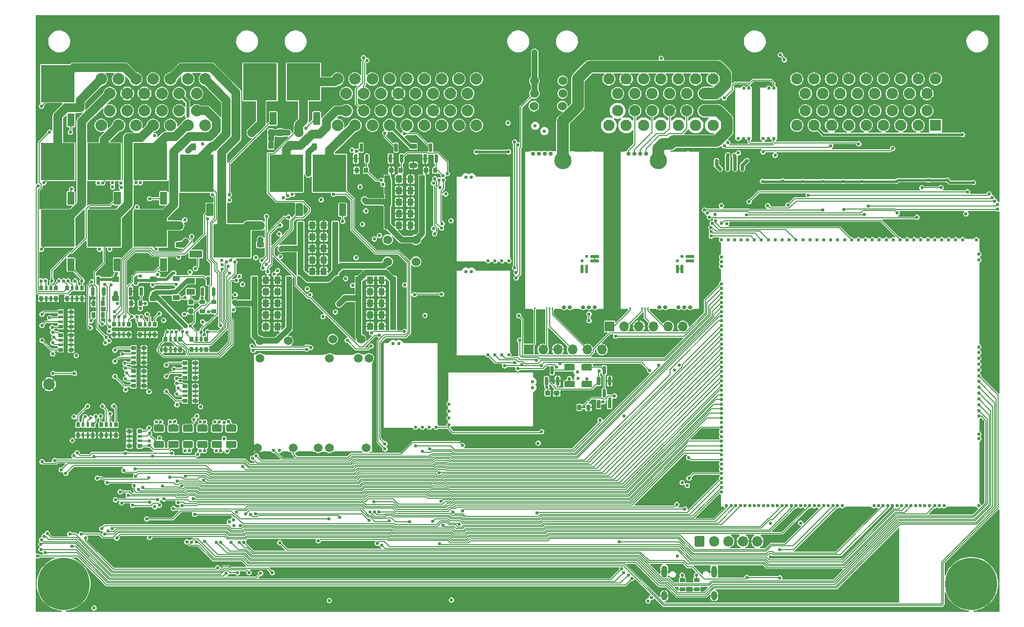
<source format=gbl>
G04 #@! TF.GenerationSoftware,KiCad,Pcbnew,7.0.7-7.0.7~ubuntu22.04.1*
G04 #@! TF.CreationDate,2023-09-08T05:37:20+00:00*
G04 #@! TF.ProjectId,alphax_8ch,616c7068-6178-45f3-9863-682e6b696361,b*
G04 #@! TF.SameCoordinates,PX143caa0PY5f592e0*
G04 #@! TF.FileFunction,Copper,L4,Bot*
G04 #@! TF.FilePolarity,Positive*
%FSLAX46Y46*%
G04 Gerber Fmt 4.6, Leading zero omitted, Abs format (unit mm)*
G04 Created by KiCad (PCBNEW 7.0.7-7.0.7~ubuntu22.04.1) date 2023-09-08 05:37:20*
%MOMM*%
%LPD*%
G01*
G04 APERTURE LIST*
G04 #@! TA.AperFunction,ComponentPad*
%ADD10R,1.700000X1.700000*%
G04 #@! TD*
G04 #@! TA.AperFunction,ComponentPad*
%ADD11O,1.700000X1.700000*%
G04 #@! TD*
G04 #@! TA.AperFunction,ComponentPad*
%ADD12C,1.524000*%
G04 #@! TD*
G04 #@! TA.AperFunction,ComponentPad*
%ADD13C,0.600000*%
G04 #@! TD*
G04 #@! TA.AperFunction,SMDPad,CuDef*
%ADD14R,6.185000X0.250000*%
G04 #@! TD*
G04 #@! TA.AperFunction,SMDPad,CuDef*
%ADD15R,1.115000X0.250000*%
G04 #@! TD*
G04 #@! TA.AperFunction,SMDPad,CuDef*
%ADD16R,0.250000X14.275000*%
G04 #@! TD*
G04 #@! TA.AperFunction,SMDPad,CuDef*
%ADD17R,0.250000X15.100000*%
G04 #@! TD*
G04 #@! TA.AperFunction,SMDPad,CuDef*
%ADD18R,5.175000X0.250000*%
G04 #@! TD*
G04 #@! TA.AperFunction,ComponentPad*
%ADD19O,1.000000X2.100000*%
G04 #@! TD*
G04 #@! TA.AperFunction,ComponentPad*
%ADD20O,1.000000X1.600000*%
G04 #@! TD*
G04 #@! TA.AperFunction,ComponentPad*
%ADD21C,9.000000*%
G04 #@! TD*
G04 #@! TA.AperFunction,ComponentPad*
%ADD22C,0.599999*%
G04 #@! TD*
G04 #@! TA.AperFunction,ComponentPad*
%ADD23C,1.500000*%
G04 #@! TD*
G04 #@! TA.AperFunction,SMDPad,CuDef*
%ADD24O,3.300000X0.200000*%
G04 #@! TD*
G04 #@! TA.AperFunction,SMDPad,CuDef*
%ADD25O,10.200000X0.200000*%
G04 #@! TD*
G04 #@! TA.AperFunction,SMDPad,CuDef*
%ADD26O,0.300000X0.200000*%
G04 #@! TD*
G04 #@! TA.AperFunction,SMDPad,CuDef*
%ADD27O,0.200000X17.000000*%
G04 #@! TD*
G04 #@! TA.AperFunction,SMDPad,CuDef*
%ADD28O,0.200000X15.400000*%
G04 #@! TD*
G04 #@! TA.AperFunction,SMDPad,CuDef*
%ADD29O,4.800000X0.200000*%
G04 #@! TD*
G04 #@! TA.AperFunction,SMDPad,CuDef*
%ADD30O,2.600000X0.200000*%
G04 #@! TD*
G04 #@! TA.AperFunction,SMDPad,CuDef*
%ADD31O,1.000000X0.200000*%
G04 #@! TD*
G04 #@! TA.AperFunction,SMDPad,CuDef*
%ADD32O,1.500000X0.200000*%
G04 #@! TD*
G04 #@! TA.AperFunction,SMDPad,CuDef*
%ADD33O,1.225000X0.200000*%
G04 #@! TD*
G04 #@! TA.AperFunction,SMDPad,CuDef*
%ADD34O,0.200000X9.300000*%
G04 #@! TD*
G04 #@! TA.AperFunction,SMDPad,CuDef*
%ADD35R,0.200000X10.600000*%
G04 #@! TD*
G04 #@! TA.AperFunction,SMDPad,CuDef*
%ADD36R,0.200000X2.100000*%
G04 #@! TD*
G04 #@! TA.AperFunction,SMDPad,CuDef*
%ADD37R,0.200000X14.025000*%
G04 #@! TD*
G04 #@! TA.AperFunction,SMDPad,CuDef*
%ADD38R,0.200000X2.300000*%
G04 #@! TD*
G04 #@! TA.AperFunction,SMDPad,CuDef*
%ADD39R,1.400000X0.200000*%
G04 #@! TD*
G04 #@! TA.AperFunction,SMDPad,CuDef*
%ADD40R,5.000000X0.200000*%
G04 #@! TD*
G04 #@! TA.AperFunction,SMDPad,CuDef*
%ADD41R,4.500000X0.200000*%
G04 #@! TD*
G04 #@! TA.AperFunction,SMDPad,CuDef*
%ADD42R,0.675000X0.200000*%
G04 #@! TD*
G04 #@! TA.AperFunction,SMDPad,CuDef*
%ADD43R,0.200000X2.200000*%
G04 #@! TD*
G04 #@! TA.AperFunction,SMDPad,CuDef*
%ADD44R,0.200000X2.025000*%
G04 #@! TD*
G04 #@! TA.AperFunction,SMDPad,CuDef*
%ADD45R,0.200000X2.000000*%
G04 #@! TD*
G04 #@! TA.AperFunction,SMDPad,CuDef*
%ADD46R,0.250000X6.185000*%
G04 #@! TD*
G04 #@! TA.AperFunction,SMDPad,CuDef*
%ADD47R,0.250000X1.115000*%
G04 #@! TD*
G04 #@! TA.AperFunction,SMDPad,CuDef*
%ADD48R,14.275000X0.250000*%
G04 #@! TD*
G04 #@! TA.AperFunction,SMDPad,CuDef*
%ADD49R,15.100000X0.250000*%
G04 #@! TD*
G04 #@! TA.AperFunction,SMDPad,CuDef*
%ADD50R,0.250000X5.175000*%
G04 #@! TD*
G04 #@! TA.AperFunction,ComponentPad*
%ADD51C,2.000000*%
G04 #@! TD*
G04 #@! TA.AperFunction,ComponentPad*
%ADD52R,1.950000X1.950000*%
G04 #@! TD*
G04 #@! TA.AperFunction,ComponentPad*
%ADD53C,1.950000*%
G04 #@! TD*
G04 #@! TA.AperFunction,ComponentPad*
%ADD54O,1.700000X1.850000*%
G04 #@! TD*
G04 #@! TA.AperFunction,SMDPad,CuDef*
%ADD55R,5.800000X6.400000*%
G04 #@! TD*
G04 #@! TA.AperFunction,ComponentPad*
%ADD56C,0.700000*%
G04 #@! TD*
G04 #@! TA.AperFunction,SMDPad,CuDef*
%ADD57C,3.000000*%
G04 #@! TD*
G04 #@! TA.AperFunction,SMDPad,CuDef*
%ADD58R,3.000000X0.250000*%
G04 #@! TD*
G04 #@! TA.AperFunction,SMDPad,CuDef*
%ADD59R,1.450000X0.250000*%
G04 #@! TD*
G04 #@! TA.AperFunction,SMDPad,CuDef*
%ADD60R,0.980000X0.250000*%
G04 #@! TD*
G04 #@! TA.AperFunction,SMDPad,CuDef*
%ADD61R,1.100000X0.250000*%
G04 #@! TD*
G04 #@! TA.AperFunction,SMDPad,CuDef*
%ADD62R,0.250000X27.600000*%
G04 #@! TD*
G04 #@! TA.AperFunction,SMDPad,CuDef*
%ADD63R,0.950000X0.250000*%
G04 #@! TD*
G04 #@! TA.AperFunction,SMDPad,CuDef*
%ADD64R,1.950000X0.250000*%
G04 #@! TD*
G04 #@! TA.AperFunction,SMDPad,CuDef*
%ADD65R,6.400000X5.800000*%
G04 #@! TD*
G04 #@! TA.AperFunction,SMDPad,CuDef*
%ADD66C,2.000000*%
G04 #@! TD*
G04 #@! TA.AperFunction,ViaPad*
%ADD67C,0.600000*%
G04 #@! TD*
G04 #@! TA.AperFunction,Conductor*
%ADD68C,0.200000*%
G04 #@! TD*
G04 #@! TA.AperFunction,Conductor*
%ADD69C,0.150000*%
G04 #@! TD*
G04 #@! TA.AperFunction,Conductor*
%ADD70C,1.500000*%
G04 #@! TD*
G04 #@! TA.AperFunction,Conductor*
%ADD71C,0.508000*%
G04 #@! TD*
G04 #@! TA.AperFunction,Conductor*
%ADD72C,0.800000*%
G04 #@! TD*
G04 #@! TA.AperFunction,Conductor*
%ADD73C,1.000000*%
G04 #@! TD*
G04 #@! TA.AperFunction,Conductor*
%ADD74C,0.400000*%
G04 #@! TD*
G04 #@! TA.AperFunction,Conductor*
%ADD75C,2.000000*%
G04 #@! TD*
G04 #@! TA.AperFunction,Conductor*
%ADD76C,0.203200*%
G04 #@! TD*
G04 #@! TA.AperFunction,Conductor*
%ADD77C,0.600000*%
G04 #@! TD*
G04 APERTURE END LIST*
D10*
G04 #@! TO.P,J10,1,Pin_1*
G04 #@! TO.N,Net-(J10-Pin_1)*
X99440000Y49480000D03*
D11*
G04 #@! TO.P,J10,2,Pin_2*
G04 #@! TO.N,Net-(J10-Pin_2)*
X101980000Y49480000D03*
G04 #@! TO.P,J10,3,Pin_3*
G04 #@! TO.N,GND*
X104520000Y49480000D03*
G04 #@! TO.P,J10,4,Pin_4*
G04 #@! TO.N,Net-(J10-Pin_4)*
X107060000Y49480000D03*
G04 #@! TO.P,J10,5,Pin_5*
G04 #@! TO.N,Net-(J10-Pin_5)*
X109600000Y49480000D03*
G04 #@! TO.P,J10,6,Pin_6*
G04 #@! TO.N,unconnected-(J10-Pin_6-Pad6)*
X112140000Y49480000D03*
G04 #@! TD*
D12*
G04 #@! TO.P,F5,1,1*
G04 #@! TO.N,Net-(J2B-26B)*
X43830000Y46980000D03*
G04 #@! TO.P,F5,2,2*
G04 #@! TO.N,/12V_ETB*
X38930000Y46980000D03*
G04 #@! TD*
G04 #@! TO.P,F3,1,1*
G04 #@! TO.N,Net-(J2B-26B)*
X61050000Y64480000D03*
G04 #@! TO.P,F3,2,2*
G04 #@! TO.N,/12V_DC2*
X65950000Y64480000D03*
G04 #@! TD*
G04 #@! TO.P,F20,1,1*
G04 #@! TO.N,Net-(J2B-24B)*
X91250000Y87600000D03*
G04 #@! TO.P,F20,2,2*
G04 #@! TO.N,/IN_VIGN*
X86350000Y87600000D03*
G04 #@! TD*
D13*
G04 #@! TO.P,M8,E1,Thresh_IN*
G04 #@! TO.N,/VR2_THRESHOLD*
X67060000Y32055000D03*
G04 #@! TO.P,M8,E2,OUT_A*
G04 #@! TO.N,/VR2_A*
X65860000Y32055000D03*
G04 #@! TO.P,M8,E3,OUT*
G04 #@! TO.N,/VR2*
X68260000Y32055000D03*
G04 #@! TO.P,M8,E4,V5_IN*
G04 #@! TO.N,+5VA*
X69460000Y32055000D03*
D14*
G04 #@! TO.P,M8,G,GND*
G04 #@! TO.N,GND*
X66792500Y46705000D03*
D15*
X60742500Y46705000D03*
D16*
X69760000Y39692500D03*
D17*
X60310000Y39280000D03*
D18*
X62772500Y31855000D03*
D13*
G04 #@! TO.P,M8,W1,VR-*
G04 #@! TO.N,/IN_VR2-*
X63000000Y46480000D03*
G04 #@! TO.P,M8,W2,VR+*
G04 #@! TO.N,/IN_VR2+*
X62000000Y46480000D03*
G04 #@! TD*
D19*
G04 #@! TO.P,J13,S1,SHIELD*
G04 #@! TO.N,GND*
X108905954Y7085000D03*
D20*
X108905954Y2905000D03*
D19*
X117545954Y7085000D03*
D20*
X117545954Y2905000D03*
G04 #@! TD*
D10*
G04 #@! TO.P,J9,1,Pin_1*
G04 #@! TO.N,Net-(J9-Pin_1)*
X85420000Y45480000D03*
D11*
G04 #@! TO.P,J9,2,Pin_2*
G04 #@! TO.N,Net-(J9-Pin_2)*
X87960000Y45480000D03*
G04 #@! TO.P,J9,3,Pin_3*
G04 #@! TO.N,GND*
X90500000Y45480000D03*
G04 #@! TO.P,J9,4,Pin_4*
G04 #@! TO.N,Net-(J9-Pin_4)*
X93040000Y45480000D03*
G04 #@! TO.P,J9,5,Pin_5*
G04 #@! TO.N,Net-(J9-Pin_5)*
X95580000Y45480000D03*
G04 #@! TO.P,J9,6,Pin_6*
G04 #@! TO.N,unconnected-(J9-Pin_6-Pad6)*
X98120000Y45480000D03*
G04 #@! TD*
D21*
G04 #@! TO.P,J6,1,Pin_1*
G04 #@! TO.N,unconnected-(J6-Pin_1-Pad1)*
X162000000Y4980000D03*
G04 #@! TD*
D22*
G04 #@! TO.P,M14,V1,IGN8*
G04 #@! TO.N,/VVT4_LS*
X15705111Y40416868D03*
G04 #@! TO.P,M14,V2,IGN7*
G04 #@! TO.N,/VVT3_LS*
X13870101Y40841876D03*
G04 #@! TO.P,M14,V3,IGN6*
G04 #@! TO.N,/VVT2_LS*
X15920109Y41391873D03*
G04 #@! TO.P,M14,V4,IGN5*
G04 #@! TO.N,/VVT1_LS*
X15705114Y42266832D03*
G04 #@! TO.P,M14,V5,IGN4*
G04 #@! TO.N,/INJ4*
X15630107Y43116855D03*
G04 #@! TO.P,M14,V6,IGN3*
G04 #@! TO.N,/INJ3*
X13870101Y43441871D03*
G04 #@! TO.P,M14,V7,IGN2*
G04 #@! TO.N,/INJ2*
X15180101Y44741838D03*
G04 #@! TO.P,M14,V8,IGN1*
G04 #@! TO.N,/INJ1*
X13870101Y45391855D03*
G04 #@! TO.P,M14,V9,VCC*
G04 #@! TO.N,+5VA*
X19795116Y38216852D03*
G04 #@! TO.P,M14,V10,V33*
G04 #@! TO.N,+3.3VA*
X15720110Y38516854D03*
G04 #@! TD*
D23*
G04 #@! TO.P,M2,E1,VBAT*
G04 #@! TO.N,unconnected-(M2-VBAT-PadE1)*
X57350000Y28480003D03*
G04 #@! TO.P,M2,E2,V12*
G04 #@! TO.N,+12V*
X50950003Y28480003D03*
G04 #@! TO.P,M2,E3,VIGN*
G04 #@! TO.N,/VIGN*
X49050000Y28480003D03*
G04 #@! TO.P,M2,E4,V5*
G04 #@! TO.N,+5V*
X44750000Y28480003D03*
D13*
G04 #@! TO.P,M2,E5,EN_5VP*
G04 #@! TO.N,/PWR_EN*
X42350003Y28030004D03*
G04 #@! TO.P,M2,E6,PG_5VP*
G04 #@! TO.N,/TLS115_PG*
X41350002Y28030004D03*
D24*
G04 #@! TO.P,M2,S1,GND*
G04 #@! TO.N,GND*
X53500000Y44629999D03*
D25*
X45000002Y44629999D03*
D26*
X37900000Y44629999D03*
D27*
X37850000Y36230001D03*
D28*
X58450000Y35430000D03*
D23*
X38500000Y28480003D03*
D26*
X58400000Y27830002D03*
D29*
X54200002Y27830002D03*
D30*
X46850000Y27830002D03*
D31*
X43350003Y27830002D03*
D32*
X40050002Y27830002D03*
D23*
G04 #@! TO.P,M2,V1,V12_PERM*
G04 #@! TO.N,+12V_RAW*
X57800002Y43980000D03*
G04 #@! TO.P,M2,V2,IN_VIGN*
G04 #@! TO.N,/IN_VIGN*
X55950003Y43980000D03*
G04 #@! TO.P,M2,V3,V12_RAW*
G04 #@! TO.N,+12V_RAW*
X51000000Y43980000D03*
G04 #@! TO.P,M2,V4,5VP*
G04 #@! TO.N,+5VAS*
X38950002Y43980000D03*
G04 #@! TD*
D13*
G04 #@! TO.P,M3,E1,V5A*
G04 #@! TO.N,+5VA*
X127900000Y82005000D03*
D33*
G04 #@! TO.P,M3,E2,GND*
G04 #@! TO.N,GND*
X125925000Y90905000D03*
D34*
X128500000Y86355000D03*
X125400000Y86355000D03*
D13*
X126950000Y82005000D03*
G04 #@! TO.P,M3,E3,OUT_KNOCK*
G04 #@! TO.N,/IN_KNOCK1*
X126000002Y82005000D03*
G04 #@! TO.P,M3,W1,IN_KNOCK*
G04 #@! TO.N,/IN_KNOCK_RAW1*
X127000000Y90705000D03*
G04 #@! TO.P,M3,W2,VREF*
G04 #@! TO.N,/VREF2*
X127900000Y90705000D03*
G04 #@! TD*
G04 #@! TO.P,M11,E0a,OUT_PWM18_(PI0)*
G04 #@! TO.N,/DC1_PWM*
X118800010Y20854990D03*
G04 #@! TO.P,M11,E0b,GP12_(PH15)*
G04 #@! TO.N,/DC2_DIR*
X118800010Y21654990D03*
G04 #@! TO.P,M11,E0c,GP13_(PH14)*
G04 #@! TO.N,/DC2_DIS*
X118800010Y22454990D03*
G04 #@! TO.P,M11,E0d,GP14_(PH13)*
G04 #@! TO.N,/VR3*
X118800010Y23254990D03*
G04 #@! TO.P,M11,E1,SPI2_SCK/CAN2_TX_(PB13)*
G04 #@! TO.N,/MCU/CAN2_TX*
X118800010Y24054990D03*
G04 #@! TO.P,M11,E2,SPI2_MISO_(PB14)*
G04 #@! TO.N,unconnected-(M11-SPI2_MISO_(PB14)-PadE2)*
X118800010Y24854990D03*
G04 #@! TO.P,M11,E3,SPI2_MOSI_(PB15)*
G04 #@! TO.N,unconnected-(M11-SPI2_MOSI_(PB15)-PadE3)*
X118800010Y25654990D03*
G04 #@! TO.P,M11,E4,SPI2_CS/CAN2_RX_(PB12)*
G04 #@! TO.N,/MCU/CAN2_RX*
X118800010Y26454990D03*
G04 #@! TO.P,M11,E6,OUT_IO3_(PG14)*
G04 #@! TO.N,/LS3*
X118800010Y27254990D03*
G04 #@! TO.P,M11,E7,OUT_IO5_(PD2)*
G04 #@! TO.N,/LS5*
X118800010Y28054990D03*
G04 #@! TO.P,M11,E8,OUT_IO1_(PD3)*
G04 #@! TO.N,/HS3*
X118800010Y28854990D03*
G04 #@! TO.P,M11,E9,OUT_IO6_(PG11)*
G04 #@! TO.N,/LS6*
X118800010Y29655000D03*
G04 #@! TO.P,M11,E10,OUT_IO10_(PG12)*
G04 #@! TO.N,/HALL1_PD_EN*
X118800010Y30454990D03*
G04 #@! TO.P,M11,E11,OUT_IO9_(PG13)*
G04 #@! TO.N,/VSS_PD_EN*
X118800010Y31254990D03*
G04 #@! TO.P,M11,E12,OUT_IO2_(PA9)*
G04 #@! TO.N,/HS2*
X118800010Y32055000D03*
G04 #@! TO.P,M11,E13,OUT_IO12_(PA8)*
G04 #@! TO.N,/TEMP_PU_EN*
X118800010Y32854990D03*
G04 #@! TO.P,M11,E14,OUT_PWM5_(PC9)*
G04 #@! TO.N,/BOOST_LS*
X118800010Y33654990D03*
G04 #@! TO.P,M11,E15,OUT_PWM4_(PC8)*
G04 #@! TO.N,/VVT4_LS*
X118800010Y34455000D03*
G04 #@! TO.P,M11,E16,OUT_PWM3_(PC7)*
G04 #@! TO.N,/VVT3_LS*
X118800010Y35254990D03*
G04 #@! TO.P,M11,E17,OUT_PWM2_(PC6)*
G04 #@! TO.N,/VVT2_LS*
X118800010Y36054990D03*
G04 #@! TO.P,M11,E18,OUT_INJ2_(PG8)*
G04 #@! TO.N,/INJ2*
X118800010Y36854990D03*
G04 #@! TO.P,M11,E19,OUT_INJ1_(PG7)*
G04 #@! TO.N,/INJ1*
X118800010Y37654990D03*
G04 #@! TO.P,M11,E20,OUT_IO13_(PG6)*
G04 #@! TO.N,/TACH*
X118800010Y38454990D03*
G04 #@! TO.P,M11,E21,OUT_IO4_(PG5)*
G04 #@! TO.N,/LS4*
X118800010Y39254990D03*
G04 #@! TO.P,M11,E22,OUT_IO8_(PG4)*
G04 #@! TO.N,/NOS_LS*
X118800010Y40054990D03*
G04 #@! TO.P,M11,E23,OUT_IO7_(PG3)*
G04 #@! TO.N,/LS7*
X118800010Y40855000D03*
G04 #@! TO.P,M11,E24,OUT_IO11_(PG2)*
G04 #@! TO.N,/TACH_12V*
X118800010Y41654990D03*
G04 #@! TO.P,M11,E25,OUT_PWM7_(PD15)*
G04 #@! TO.N,/LS2*
X118800010Y42454990D03*
G04 #@! TO.P,M11,E26,OUT_PWM6_(PD14)*
G04 #@! TO.N,/LS1*
X118800010Y43254990D03*
G04 #@! TO.P,M11,E27,OUT_PWM1_(PD13)*
G04 #@! TO.N,/VVT1_LS*
X118800010Y44054990D03*
G04 #@! TO.P,M11,E28,OUT_PWM8_(PD12)*
G04 #@! TO.N,/HS1*
X118800010Y44854990D03*
G04 #@! TO.P,M11,E29,OUT_INJ3_(PD11)*
G04 #@! TO.N,/INJ3*
X118800010Y45654990D03*
G04 #@! TO.P,M11,E30,OUT_INJ4_(PD10)*
G04 #@! TO.N,/INJ4*
X118800010Y46454990D03*
G04 #@! TO.P,M11,E31,OUT_INJ5_(PD9)*
G04 #@! TO.N,/INJ5*
X118800010Y47254990D03*
G04 #@! TO.P,M11,E32,OUT_INJ6_(PF12)*
G04 #@! TO.N,/INJ6*
X118800010Y48854990D03*
G04 #@! TO.P,M11,E33,OUT_INJ7_(PF13)*
G04 #@! TO.N,/INJ7*
X118800010Y49654990D03*
G04 #@! TO.P,M11,E34,OUT_INJ8_(PF14)*
G04 #@! TO.N,/INJ8*
X118800010Y50454990D03*
G04 #@! TO.P,M11,E35,GP6_(PD8)*
G04 #@! TO.N,/ETB_DIR*
X118800010Y48055000D03*
G04 #@! TO.P,M11,E36,GP7_(PF15)*
G04 #@! TO.N,/ETB_DIS*
X118800010Y51254990D03*
G04 #@! TO.P,M11,E36a,OUT_PWM9_(PH12)*
G04 #@! TO.N,/ETB_PWM*
X118800010Y52054990D03*
G04 #@! TO.P,M11,E36b,OUT_PWM10_(PH11)*
G04 #@! TO.N,/TLS115_PG*
X118800010Y52854990D03*
G04 #@! TO.P,M11,E36c,OUT_PWM11_(PH10)*
G04 #@! TO.N,/VR2_THRESHOLD*
X118800010Y53654990D03*
G04 #@! TO.P,M11,E36d,OUT_PWM12_(PH9)*
G04 #@! TO.N,/VR3_THRESHOLD*
X118800010Y54454990D03*
G04 #@! TO.P,M11,E36e,GP15_(PH8)*
G04 #@! TO.N,/VR4*
X118800010Y55254990D03*
G04 #@! TO.P,M11,E36f,GP16_(PH7)*
G04 #@! TO.N,/VR1_HALL_EN*
X118800010Y56054990D03*
G04 #@! TO.P,M11,E36g,OUT_PWM13_(PH6)*
G04 #@! TO.N,/VR4_THRESHOLD*
X118800010Y56854990D03*
G04 #@! TO.P,M11,E38,VREF2*
G04 #@! TO.N,/VREF2*
X118800000Y59879990D03*
G04 #@! TO.P,M11,E39,GNDA*
G04 #@! TO.N,unconnected-(M11-GNDA-PadE39)*
X118800010Y60679990D03*
G04 #@! TO.P,M11,E40,V5A_SWITCHABLE*
G04 #@! TO.N,+5VA*
X118800010Y61479990D03*
D35*
G04 #@! TO.P,M11,G,GND*
G04 #@! TO.N,GND*
X163500010Y24255000D03*
D36*
X163500010Y32404990D03*
D37*
X163500010Y53467490D03*
D38*
X163500010Y63629990D03*
D39*
X161700000Y64680000D03*
D40*
X160300010Y18254990D03*
D41*
X142425000Y18254990D03*
D42*
X118837510Y18254990D03*
D43*
X118600010Y19254990D03*
D44*
X118600010Y58367490D03*
D45*
X118600000Y62979990D03*
D13*
G04 #@! TO.P,M11,N0a,GP11_(PI1)*
G04 #@! TO.N,/DC1_DIS*
X119675000Y18454990D03*
G04 #@! TO.P,M11,N0b,OUT_PWM17_(PI2)*
G04 #@! TO.N,/DC2_PWM*
X120475010Y18454990D03*
G04 #@! TO.P,M11,N0c,GP10_(PI3)*
G04 #@! TO.N,/DC1_DIR*
X121275000Y18454990D03*
G04 #@! TO.P,M11,N1,USBID_(PA10)*
G04 #@! TO.N,/VR1*
X122075000Y18454990D03*
G04 #@! TO.P,M11,N2,USBM_(PA11)*
G04 #@! TO.N,/MCU/USB-*
X122875000Y18454990D03*
G04 #@! TO.P,M11,N3,USBP_(PA12)*
G04 #@! TO.N,/MCU/USB+*
X123675000Y18454990D03*
G04 #@! TO.P,M11,N4,VBUS*
G04 #@! TO.N,/MCU/VBUS*
X124475000Y18454990D03*
G04 #@! TO.P,M11,N5,BOOT0*
G04 #@! TO.N,unconnected-(M11-BOOT0-PadN5)*
X125275000Y18454990D03*
G04 #@! TO.P,M11,N6,SWO_(PB3)*
G04 #@! TO.N,/MCU/SWO*
X126075000Y18454990D03*
G04 #@! TO.P,M11,N7,SWDIO_(PA13)*
G04 #@! TO.N,/MCU/SWDIO*
X126875000Y18454990D03*
G04 #@! TO.P,M11,N8,SWCLK_(PA14)*
G04 #@! TO.N,/MCU/SWCLK*
X127675000Y18454990D03*
G04 #@! TO.P,M11,N9,nReset*
G04 #@! TO.N,/MCU/NRESET*
X128475000Y18454990D03*
G04 #@! TO.P,M11,N10,SPI3_CS_(PA15)*
G04 #@! TO.N,/IGN12*
X129275000Y18454990D03*
G04 #@! TO.P,M11,N11,SPI3_SCK_(PC10)*
G04 #@! TO.N,/IGN9*
X130075000Y18454990D03*
G04 #@! TO.P,M11,N12,SPI3_MISO_(PC11)*
G04 #@! TO.N,/IGN10*
X130875010Y18454990D03*
G04 #@! TO.P,M11,N13,SPI3_MOSI_(PC12)*
G04 #@! TO.N,/IGN11*
X131675000Y18454990D03*
G04 #@! TO.P,M11,N14,I2C_SCL_(PB10)*
G04 #@! TO.N,unconnected-(M11-I2C_SCL_(PB10)-PadN14)*
X132475000Y18454990D03*
G04 #@! TO.P,M11,N15,I2C_SDA_(PB11)*
G04 #@! TO.N,unconnected-(M11-I2C_SDA_(PB11)-PadN15)*
X133275010Y18454990D03*
G04 #@! TO.P,M11,N16,GP1_(PD4)*
G04 #@! TO.N,/MAIN_LS*
X134075010Y18454990D03*
G04 #@! TO.P,M11,N17,UART2_TX_(PD5)*
G04 #@! TO.N,/MCU/UART_TX*
X134875000Y18454990D03*
G04 #@! TO.P,M11,N18,UART2_RX_(PD6)*
G04 #@! TO.N,/MCU/UART_RX*
X135675010Y18454990D03*
G04 #@! TO.P,M11,N19,GP2_(PD7)*
G04 #@! TO.N,/FAN_RELAY_LS*
X136475000Y18454990D03*
G04 #@! TO.P,M11,N20,GP4_(PG9)*
G04 #@! TO.N,unconnected-(M11-GP4_(PG9)-PadN20)*
X137275000Y18454990D03*
G04 #@! TO.P,M11,N21,GP3_(PG10)*
G04 #@! TO.N,/PUMP_RELAY_LS*
X138075000Y18454990D03*
G04 #@! TO.P,M11,N22,V33*
G04 #@! TO.N,+3.3V*
X138875000Y18454990D03*
G04 #@! TO.P,M11,N23,GP5_(PG15)*
G04 #@! TO.N,unconnected-(M11-GP5_(PG15)-PadN23)*
X139675010Y18454990D03*
G04 #@! TO.P,M11,N24,UART8_RX_(PE0)*
G04 #@! TO.N,unconnected-(M11-UART8_RX_(PE0)-PadN24)*
X145175000Y18454990D03*
G04 #@! TO.P,M11,N25,UART8_TX_(PE1)*
G04 #@! TO.N,unconnected-(M11-UART8_TX_(PE1)-PadN25)*
X145975010Y18454990D03*
G04 #@! TO.P,M11,N26,IN_VIGN_(PA5)*
G04 #@! TO.N,/VIGN*
X146775000Y18454990D03*
G04 #@! TO.P,M11,N27,VBAT*
G04 #@! TO.N,Net-(D81-K)*
X147575000Y18454990D03*
G04 #@! TO.P,M11,N28,V33_SWITCHABLE*
G04 #@! TO.N,+3.3VA*
X148375000Y18454990D03*
G04 #@! TO.P,M11,N28a,GP25_(PI4)*
G04 #@! TO.N,/FLEX_PD_EN*
X149175000Y18454990D03*
G04 #@! TO.P,M11,N28b,OUT_PWM16_(PI5)*
G04 #@! TO.N,/DC3_DIS*
X149975000Y18454990D03*
G04 #@! TO.P,M11,N28c,OUT_PWM15_(PI6)*
G04 #@! TO.N,/DC3_DIR*
X150775000Y18454990D03*
G04 #@! TO.P,M11,N28d,OUT_PWM14_(PI7)*
G04 #@! TO.N,/DC3_PWM*
X151575000Y18454990D03*
G04 #@! TO.P,M11,N28e,GP24_(PI8)*
G04 #@! TO.N,/HALL5_PD_EN*
X152375000Y18454990D03*
G04 #@! TO.P,M11,N28f,GP23_(PI9)*
G04 #@! TO.N,/HALL4_PD_EN*
X153175000Y18454990D03*
G04 #@! TO.P,M11,N28g,GP22_(PI10)*
G04 #@! TO.N,/HALL3_PD_EN*
X153975000Y18454990D03*
G04 #@! TO.P,M11,N28h,GP21_(PI11)*
G04 #@! TO.N,/HALL2_PD_EN*
X154775000Y18454990D03*
G04 #@! TO.P,M11,N29,OUT_PWR_EN_(PE10)*
G04 #@! TO.N,/PWR_EN*
X155700000Y18454990D03*
G04 #@! TO.P,M11,N30,V5A_SWITCHABLE*
G04 #@! TO.N,unconnected-(M11-V5A_SWITCHABLE-PadN30)*
X156500000Y18454990D03*
G04 #@! TO.P,M11,N31,VCC*
G04 #@! TO.N,+5V*
X157300000Y18454990D03*
G04 #@! TO.P,M11,N32,V33*
G04 #@! TO.N,unconnected-(M11-V33-PadN32)*
X163300010Y18454990D03*
G04 #@! TO.P,M11,S2,IN_D4_(PE15)*
G04 #@! TO.N,/IN_HALL4*
X118800010Y64480000D03*
G04 #@! TO.P,M11,S3,IN_D3_(PE14)*
G04 #@! TO.N,/IN_HALL3{slash}SENT*
X119950000Y64480000D03*
G04 #@! TO.P,M11,S4,IN_D2_(PE13)*
G04 #@! TO.N,/IN_HALL2*
X121050000Y64480000D03*
G04 #@! TO.P,M11,S5,IN_D1_(PE12)*
G04 #@! TO.N,/IN_HALL1*
X122150000Y64480000D03*
G04 #@! TO.P,M11,S5a,IN_AUX8/CAN1_WKUP_(PA0)*
G04 #@! TO.N,unconnected-(M11-IN_AUX8{slash}CAN1_WKUP_(PA0)-PadS5a)*
X123300000Y64480000D03*
G04 #@! TO.P,M11,S5b,IN_AUX7_(PC1)*
G04 #@! TO.N,/IN_SWITCH3*
X124500000Y64479990D03*
G04 #@! TO.P,M11,S5c,IN_AUX6_(PA7/PE11)*
G04 #@! TO.N,/IN_SWITCH2*
X125700000Y64479990D03*
G04 #@! TO.P,M11,S5d,IN_AUX5_(PC4/PE9)*
G04 #@! TO.N,/IN_SWITCH1*
X126900000Y64479990D03*
G04 #@! TO.P,M11,S6,IN_SENS4_(PF6)*
G04 #@! TO.N,/IN_KNOCK2*
X128099990Y64480000D03*
G04 #@! TO.P,M11,S7,IN_SENS3_(PF5)*
G04 #@! TO.N,/IN_FLEX*
X129299990Y64480000D03*
G04 #@! TO.P,M11,S8,IN_SENS2_(PF4)*
G04 #@! TO.N,/IN_HALL5*
X130499990Y64480000D03*
G04 #@! TO.P,M11,S9,IN_SENS1_(PF3)*
G04 #@! TO.N,/IN_SWITCH4*
X131699990Y64480000D03*
G04 #@! TO.P,M11,S10,IN_AUX4*
G04 #@! TO.N,/IN_AN9*
X132899990Y64480000D03*
G04 #@! TO.P,M11,S11,IN_AUX3*
G04 #@! TO.N,/IN_AN8*
X134099990Y64480000D03*
G04 #@! TO.P,M11,S12,IN_AUX2*
G04 #@! TO.N,/IN_AN7*
X135299990Y64480000D03*
G04 #@! TO.P,M11,S13,IN_AUX1*
G04 #@! TO.N,/IN_AN6*
X136499990Y64480000D03*
G04 #@! TO.P,M11,S14,IN_RES2_(PF10_ADC3)*
G04 #@! TO.N,/VR3_A*
X137700000Y64480000D03*
G04 #@! TO.P,M11,S15,IN_O2S2*
G04 #@! TO.N,/IN_AN3*
X138900000Y64480000D03*
G04 #@! TO.P,M11,S16,IN_O2S*
G04 #@! TO.N,/IN_AN2*
X140100000Y64480000D03*
G04 #@! TO.P,M11,S17,IN_RES1_(PF9_ADC3)*
G04 #@! TO.N,/VR2_A*
X141300000Y64480000D03*
G04 #@! TO.P,M11,S18,IN_RES3_(PF8_ADC3)*
G04 #@! TO.N,/VR4_A*
X142500000Y64480000D03*
G04 #@! TO.P,M11,S19,IN_MAP3_(PA2)*
G04 #@! TO.N,/ONBOARD_MAP*
X143700000Y64480000D03*
G04 #@! TO.P,M11,S20,IN_MAP2*
G04 #@! TO.N,/IN_AN5*
X144900000Y64480000D03*
G04 #@! TO.P,M11,S21,IN_MAP1*
G04 #@! TO.N,/IN_AN4*
X146100000Y64480000D03*
G04 #@! TO.P,M11,S22,IN_CRANK_(PB1)*
G04 #@! TO.N,/IN_AN1*
X147300000Y64480000D03*
G04 #@! TO.P,M11,S23,IN_KNOCK_(PF7)*
G04 #@! TO.N,/IN_KNOCK1*
X148500000Y64480000D03*
G04 #@! TO.P,M11,S24,IN_CAM_(PA6)*
G04 #@! TO.N,/VR2*
X149700000Y64480000D03*
G04 #@! TO.P,M11,S25,IN_VSS_(PF11)*
G04 #@! TO.N,/IN_VSS*
X150900000Y64480000D03*
G04 #@! TO.P,M11,S26,IN_IAT*
G04 #@! TO.N,/IN_IAT*
X152100000Y64480000D03*
G04 #@! TO.P,M11,S27,IN_AT1*
G04 #@! TO.N,/IN_AT1*
X153300000Y64480000D03*
G04 #@! TO.P,M11,S28,IN_CLT*
G04 #@! TO.N,/IN_CLT*
X154500000Y64480000D03*
G04 #@! TO.P,M11,S29,IN_AT2*
G04 #@! TO.N,/IN_AT2*
X155700000Y64480000D03*
G04 #@! TO.P,M11,S30,IN_TPS*
G04 #@! TO.N,/IN_TPS1*
X156900010Y64480000D03*
G04 #@! TO.P,M11,S31,IN_PPS*
G04 #@! TO.N,/IN_PPS1*
X158100010Y64480000D03*
G04 #@! TO.P,M11,S32,IN_TPS2*
G04 #@! TO.N,/IN_TPS2*
X159300010Y64480000D03*
G04 #@! TO.P,M11,S33,IN_PPS2*
G04 #@! TO.N,/IN_PPS2*
X160500010Y64480000D03*
G04 #@! TO.P,M11,S35,VREF1*
G04 #@! TO.N,unconnected-(M11-VREF1-PadS35)*
X162900010Y64480000D03*
G04 #@! TO.P,M11,W1,GNDA*
G04 #@! TO.N,GNDA*
X163300010Y61979990D03*
G04 #@! TO.P,M11,W2,V5A_SWITCHABLE*
G04 #@! TO.N,+5VA*
X163300010Y60979990D03*
G04 #@! TO.P,M11,W3,V33_REF*
G04 #@! TO.N,unconnected-(M11-V33_REF-PadW3)*
X163300010Y45955000D03*
G04 #@! TO.P,M11,W3a,GP17_(PH5)*
G04 #@! TO.N,/INJ9*
X163300010Y44954990D03*
G04 #@! TO.P,M11,W3b,GP18_(PH4)*
G04 #@! TO.N,/INJ10*
X163300010Y43954990D03*
G04 #@! TO.P,M11,W3c,GP19_(PH3)*
G04 #@! TO.N,/INJ11*
X163300010Y42955000D03*
G04 #@! TO.P,M11,W3d,GP20_(PH2)*
G04 #@! TO.N,/INJ12*
X163300010Y41955000D03*
G04 #@! TO.P,M11,W4,IGN8_(PE6)*
G04 #@! TO.N,/OUT_IGN8*
X163300010Y40955000D03*
G04 #@! TO.P,M11,W5,IGN7_(PB9)*
G04 #@! TO.N,/OUT_IGN7*
X163300010Y39954990D03*
G04 #@! TO.P,M11,W6,IGN6_(PB8)*
G04 #@! TO.N,/OUT_IGN6*
X163300010Y38955000D03*
G04 #@! TO.P,M11,W7,IGN5_(PE2)*
G04 #@! TO.N,/OUT_IGN5*
X163300010Y37955000D03*
G04 #@! TO.P,M11,W8,IGN4_(PE3)*
G04 #@! TO.N,/OUT_IGN4*
X163300010Y36955000D03*
G04 #@! TO.P,M11,W9,IGN3_(PE4)*
G04 #@! TO.N,/OUT_IGN3*
X163300010Y35955000D03*
G04 #@! TO.P,M11,W10,IGN2_(PE5)*
G04 #@! TO.N,/OUT_IGN2*
X163300010Y34955000D03*
G04 #@! TO.P,M11,W11,IGN1_(PC13)*
G04 #@! TO.N,/OUT_IGN1*
X163300010Y33955000D03*
G04 #@! TO.P,M11,W12,CANH*
G04 #@! TO.N,/CAN1+*
X163300010Y30854990D03*
G04 #@! TO.P,M11,W13,CANL*
G04 #@! TO.N,/CAN1-*
X163300010Y30054990D03*
G04 #@! TD*
G04 #@! TO.P,M7,E1,NC*
G04 #@! TO.N,unconnected-(M7-NC-PadE1)*
X71675000Y34855000D03*
G04 #@! TO.P,M7,E2,NC*
G04 #@! TO.N,unconnected-(M7-NC-PadE2)*
X71675000Y36055000D03*
G04 #@! TO.P,M7,E3,OUT*
G04 #@! TO.N,/VR1*
X71675000Y33655000D03*
G04 #@! TO.P,M7,E4,V5_IN*
G04 #@! TO.N,+5VA*
X71675000Y32455000D03*
D46*
G04 #@! TO.P,M7,G,GND*
G04 #@! TO.N,GND*
X86325000Y35122500D03*
D47*
X86325000Y41172500D03*
D48*
X79312500Y32155000D03*
D49*
X78900000Y41605000D03*
D50*
X71475000Y39142500D03*
D13*
G04 #@! TO.P,M7,W1,VR-*
G04 #@! TO.N,/IN_VR1-*
X86100000Y38915000D03*
G04 #@! TO.P,M7,W2,VR+*
G04 #@! TO.N,/IN_VR1+*
X86100000Y39915000D03*
G04 #@! TD*
D22*
G04 #@! TO.P,M13,V1,IGN8*
G04 #@! TO.N,Net-(M13-IGN8)*
X8711869Y33874889D03*
G04 #@! TO.P,M13,V2,IGN7*
G04 #@! TO.N,Net-(M13-IGN7)*
X9136877Y35709899D03*
G04 #@! TO.P,M13,V3,IGN6*
G04 #@! TO.N,Net-(M13-IGN6)*
X9686874Y33659891D03*
G04 #@! TO.P,M13,V4,IGN5*
G04 #@! TO.N,Net-(M13-IGN5)*
X10561833Y33874886D03*
G04 #@! TO.P,M13,V5,IGN4*
G04 #@! TO.N,/IGN12*
X11411856Y33949893D03*
G04 #@! TO.P,M13,V6,IGN3*
G04 #@! TO.N,/IGN11*
X11736872Y35709899D03*
G04 #@! TO.P,M13,V7,IGN2*
G04 #@! TO.N,/IGN10*
X13036839Y34399899D03*
G04 #@! TO.P,M13,V8,IGN1*
G04 #@! TO.N,/IGN9*
X13686856Y35709899D03*
G04 #@! TO.P,M13,V9,VCC*
G04 #@! TO.N,+5VA*
X6511853Y29784884D03*
G04 #@! TO.P,M13,V10,V33*
G04 #@! TO.N,+3.3VA*
X6811855Y33859890D03*
G04 #@! TD*
D12*
G04 #@! TO.P,F4,1,1*
G04 #@! TO.N,Net-(J2B-26B)*
X51550000Y47280000D03*
G04 #@! TO.P,F4,2,2*
G04 #@! TO.N,/12V_DC3*
X56450000Y47280000D03*
G04 #@! TD*
D22*
G04 #@! TO.P,M15,V1,IGN8*
G04 #@! TO.N,/INJ8*
X3105111Y46641868D03*
G04 #@! TO.P,M15,V2,IGN7*
G04 #@! TO.N,/INJ7*
X1270101Y47066876D03*
G04 #@! TO.P,M15,V3,IGN6*
G04 #@! TO.N,/INJ6*
X3320109Y47616873D03*
G04 #@! TO.P,M15,V4,IGN5*
G04 #@! TO.N,/INJ5*
X3105114Y48491832D03*
G04 #@! TO.P,M15,V5,IGN4*
G04 #@! TO.N,/INJ12*
X3030107Y49341855D03*
G04 #@! TO.P,M15,V6,IGN3*
G04 #@! TO.N,/INJ11*
X1270101Y49666871D03*
G04 #@! TO.P,M15,V7,IGN2*
G04 #@! TO.N,/INJ10*
X2580101Y50966838D03*
G04 #@! TO.P,M15,V8,IGN1*
G04 #@! TO.N,/INJ9*
X1270101Y51616855D03*
G04 #@! TO.P,M15,V9,VCC*
G04 #@! TO.N,+5VA*
X7195116Y44441852D03*
G04 #@! TO.P,M15,V10,V33*
G04 #@! TO.N,+3.3VA*
X3120110Y44741854D03*
G04 #@! TD*
D13*
G04 #@! TO.P,M10,E1,Thresh_IN*
G04 #@! TO.N,/VR4_THRESHOLD*
X79625000Y60855000D03*
G04 #@! TO.P,M10,E2,OUT_A*
G04 #@! TO.N,/VR4_A*
X78425000Y60855000D03*
G04 #@! TO.P,M10,E3,OUT*
G04 #@! TO.N,/VR4*
X80825000Y60855000D03*
G04 #@! TO.P,M10,E4,V5_IN*
G04 #@! TO.N,+5VA*
X82025000Y60855000D03*
D14*
G04 #@! TO.P,M10,G,GND*
G04 #@! TO.N,GND*
X79357500Y75505000D03*
D15*
X73307500Y75505000D03*
D16*
X82325000Y68492500D03*
D17*
X72875000Y68080000D03*
D18*
X75337500Y60655000D03*
D13*
G04 #@! TO.P,M10,W1,VR-*
G04 #@! TO.N,/IN_VR4-*
X75565000Y75280000D03*
G04 #@! TO.P,M10,W2,VR+*
G04 #@! TO.N,/IN_VR4+*
X74565000Y75280000D03*
G04 #@! TD*
D21*
G04 #@! TO.P,J5,1,Pin_1*
G04 #@! TO.N,unconnected-(J5-Pin_1-Pad1)*
X5000000Y4980000D03*
G04 #@! TD*
D22*
G04 #@! TO.P,M12,V1,V5*
G04 #@! TO.N,+5VA*
X112875002Y21955000D03*
G04 #@! TO.P,M12,V2,CAN_VIO*
G04 #@! TO.N,+3.3VA*
X112000000Y22480000D03*
G04 #@! TO.P,M12,V5,CAN_TX*
G04 #@! TO.N,/MCU/CAN2_TX*
X113175004Y23229998D03*
G04 #@! TO.P,M12,V6,CAN_RX*
G04 #@! TO.N,/MCU/CAN2_RX*
X113100001Y26779999D03*
G04 #@! TD*
D51*
G04 #@! TO.P,J3,1,1A*
G04 #@! TO.N,/OUT_DC1+*
X76400000Y84280000D03*
G04 #@! TO.P,J3,2,2A*
G04 #@! TO.N,/OUT_ETB+*
X73400000Y84280000D03*
G04 #@! TO.P,J3,3,3A*
G04 #@! TO.N,/OUT_DC1-*
X70400000Y84280000D03*
G04 #@! TO.P,J3,4,4A*
G04 #@! TO.N,/OUT_ETB-*
X67400000Y84280000D03*
G04 #@! TO.P,J3,5,5A*
G04 #@! TO.N,/OUT_HS1*
X64400000Y84280000D03*
G04 #@! TO.P,J3,6,6A*
G04 #@! TO.N,/OUT_HS2*
X61400000Y84280000D03*
G04 #@! TO.P,J3,7,7A*
G04 #@! TO.N,/OUT_HS3*
X58400000Y84280000D03*
G04 #@! TO.P,J3,8,8A*
G04 #@! TO.N,/OUT_LS3*
X55400000Y84280000D03*
G04 #@! TO.P,J3,9,9A*
G04 #@! TO.N,/OUT_LS4*
X52400000Y84280000D03*
G04 #@! TO.P,J3,10,10A*
G04 #@! TO.N,/OUT_DC2-*
X74900000Y86780000D03*
G04 #@! TO.P,J3,11,11A*
G04 #@! TO.N,Net-(J3-11A)*
X71900000Y86780000D03*
G04 #@! TO.P,J3,12,12A*
G04 #@! TO.N,GND*
X68900000Y86780000D03*
G04 #@! TO.P,J3,13,13A*
G04 #@! TO.N,Net-(J3-13A)*
X65900000Y86780000D03*
G04 #@! TO.P,J3,14,14A*
G04 #@! TO.N,Net-(J3-14A)*
X62900000Y86780000D03*
G04 #@! TO.P,J3,15,15A*
G04 #@! TO.N,Net-(J3-15A)*
X59900000Y86780000D03*
G04 #@! TO.P,J3,16,16A*
G04 #@! TO.N,/CAN2+*
X56900000Y86780000D03*
G04 #@! TO.P,J3,17,17A*
G04 #@! TO.N,/OUT_LS5*
X53900000Y86780000D03*
G04 #@! TO.P,J3,18,18A*
G04 #@! TO.N,/OUT_DC3-*
X74900000Y89780000D03*
G04 #@! TO.P,J3,19,19A*
G04 #@! TO.N,Net-(J3-19A)*
X71900000Y89780000D03*
G04 #@! TO.P,J3,20,20A*
G04 #@! TO.N,Net-(J3-20A)*
X68900000Y89780000D03*
G04 #@! TO.P,J3,21,21A*
G04 #@! TO.N,Net-(J3-21A)*
X65900000Y89780000D03*
G04 #@! TO.P,J3,22,22A*
G04 #@! TO.N,GND*
X62900000Y89780000D03*
G04 #@! TO.P,J3,23,23A*
G04 #@! TO.N,Net-(J3-23A)*
X59900000Y89780000D03*
G04 #@! TO.P,J3,24,24A*
G04 #@! TO.N,/CAN2-*
X56900000Y89780000D03*
G04 #@! TO.P,J3,25,25A*
G04 #@! TO.N,/OUT_LS6*
X53900000Y89780000D03*
G04 #@! TO.P,J3,26,26A*
G04 #@! TO.N,/OUT_DC3+*
X76400000Y92280000D03*
G04 #@! TO.P,J3,27,27A*
G04 #@! TO.N,/OUT_DC2+*
X73400000Y92280000D03*
G04 #@! TO.P,J3,28,28A*
G04 #@! TO.N,Net-(J3-28A)*
X70400000Y92280000D03*
G04 #@! TO.P,J3,29,29A*
G04 #@! TO.N,Net-(J3-29A)*
X67400000Y92280000D03*
G04 #@! TO.P,J3,30,30A*
G04 #@! TO.N,Net-(J3-30A)*
X64400000Y92280000D03*
G04 #@! TO.P,J3,31,31A*
G04 #@! TO.N,Net-(J3-31A)*
X61400000Y92280000D03*
G04 #@! TO.P,J3,32,32A*
G04 #@! TO.N,/CAN1+*
X58400000Y92280000D03*
G04 #@! TO.P,J3,33,33A*
G04 #@! TO.N,/CAN1-*
X55400000Y92280000D03*
G04 #@! TO.P,J3,34,34A*
G04 #@! TO.N,/OUT_LS7*
X52400000Y92280000D03*
G04 #@! TD*
G04 #@! TO.P,J4,1,1B*
G04 #@! TO.N,/OUT_INJ1*
X29500000Y84280000D03*
G04 #@! TO.P,J4,2,2B*
G04 #@! TO.N,/OUT_INJ2*
X26500000Y84280000D03*
G04 #@! TO.P,J4,3,3B*
G04 #@! TO.N,/OUT_INJ3*
X23500000Y84280000D03*
G04 #@! TO.P,J4,4,4B*
G04 #@! TO.N,/OUT_INJ4*
X20500000Y84280000D03*
G04 #@! TO.P,J4,5,5B*
G04 #@! TO.N,/OUT_INJ5*
X17500000Y84280000D03*
G04 #@! TO.P,J4,6,6B*
G04 #@! TO.N,/OUT_INJ6*
X14500000Y84280000D03*
G04 #@! TO.P,J4,7,7B*
G04 #@! TO.N,/OUT_INJ7*
X11500000Y84280000D03*
G04 #@! TO.P,J4,8,8B*
G04 #@! TO.N,/OUT_VVT1_LS*
X28000000Y86780000D03*
G04 #@! TO.P,J4,9,9B*
G04 #@! TO.N,/OUT_PUMP_RELAY_LS*
X25000000Y86780000D03*
G04 #@! TO.P,J4,10,10B*
G04 #@! TO.N,/OUT_FAN_RELAY_LS*
X22000000Y86780000D03*
G04 #@! TO.P,J4,11,11B*
G04 #@! TO.N,/OUT_MAIN_LS*
X19000000Y86780000D03*
G04 #@! TO.P,J4,12,12B*
G04 #@! TO.N,/OUT_NOS_LS*
X16000000Y86780000D03*
G04 #@! TO.P,J4,13,13B*
G04 #@! TO.N,/OUT_INJ8*
X13000000Y86780000D03*
G04 #@! TO.P,J4,14,14B*
G04 #@! TO.N,/OUT_VVT2_LS*
X28000000Y89780000D03*
G04 #@! TO.P,J4,15,15B*
G04 #@! TO.N,/OUT_TACH*
X25000000Y89780000D03*
G04 #@! TO.P,J4,16,16B*
G04 #@! TO.N,/OUT_LS1*
X22000000Y89780000D03*
G04 #@! TO.P,J4,17,17B*
G04 #@! TO.N,GND*
X19000000Y89780000D03*
G04 #@! TO.P,J4,18,18B*
X16000000Y89780000D03*
G04 #@! TO.P,J4,19,19B*
G04 #@! TO.N,/OUT_INJ9*
X13000000Y89780000D03*
G04 #@! TO.P,J4,20,20B*
G04 #@! TO.N,/OUT_VVT3_LS*
X29500000Y92280000D03*
G04 #@! TO.P,J4,21,21B*
G04 #@! TO.N,/OUT_VVT4_LS*
X26500000Y92280000D03*
G04 #@! TO.P,J4,22,22B*
G04 #@! TO.N,/OUT_BOOST_LS*
X23500000Y92280000D03*
G04 #@! TO.P,J4,23,23B*
G04 #@! TO.N,/OUT_LS2*
X20500000Y92280000D03*
G04 #@! TO.P,J4,24,24B*
G04 #@! TO.N,/OUT_INJ12*
X17500000Y92280000D03*
G04 #@! TO.P,J4,25,25B*
G04 #@! TO.N,/OUT_INJ11*
X14500000Y92280000D03*
G04 #@! TO.P,J4,26,26B*
G04 #@! TO.N,/OUT_INJ10*
X11500000Y92280000D03*
G04 #@! TD*
D12*
G04 #@! TO.P,F2,1,1*
G04 #@! TO.N,Net-(J2B-26B)*
X65950000Y60680000D03*
G04 #@! TO.P,F2,2,2*
G04 #@! TO.N,/12V_DC1*
X61050000Y60680000D03*
G04 #@! TD*
D22*
G04 #@! TO.P,M16,V1,IGN8*
G04 #@! TO.N,/LS7*
X24605111Y37816869D03*
G04 #@! TO.P,M16,V2,IGN7*
G04 #@! TO.N,/LS6*
X22770101Y38241877D03*
G04 #@! TO.P,M16,V3,IGN6*
G04 #@! TO.N,/LS5*
X24820109Y38791874D03*
G04 #@! TO.P,M16,V4,IGN5*
G04 #@! TO.N,/LS4*
X24605114Y39666833D03*
G04 #@! TO.P,M16,V5,IGN4*
G04 #@! TO.N,/LS3*
X24530107Y40516856D03*
G04 #@! TO.P,M16,V6,IGN3*
G04 #@! TO.N,/LS2*
X22770101Y40841872D03*
G04 #@! TO.P,M16,V7,IGN2*
G04 #@! TO.N,/LS1*
X24080101Y42141839D03*
G04 #@! TO.P,M16,V8,IGN1*
G04 #@! TO.N,/BOOST_LS*
X22770101Y42791856D03*
G04 #@! TO.P,M16,V9,VCC*
G04 #@! TO.N,+5VA*
X28695116Y35616853D03*
G04 #@! TO.P,M16,V10,V33*
G04 #@! TO.N,+3.3VA*
X24620110Y35916855D03*
G04 #@! TD*
D12*
G04 #@! TO.P,F6,1,1*
G04 #@! TO.N,Net-(J2B-26B)*
X91330000Y91980000D03*
G04 #@! TO.P,F6,2,2*
G04 #@! TO.N,+12V_RAW*
X86430000Y91980000D03*
G04 #@! TD*
G04 #@! TO.P,F19,1,1*
G04 #@! TO.N,Net-(J2B-19B)*
X91330000Y89780000D03*
G04 #@! TO.P,F19,2,2*
G04 #@! TO.N,+12V_RAW*
X86430000Y89780000D03*
G04 #@! TD*
D13*
G04 #@! TO.P,M9,E1,Thresh_IN*
G04 #@! TO.N,/VR3_THRESHOLD*
X79625000Y44555000D03*
G04 #@! TO.P,M9,E2,OUT_A*
G04 #@! TO.N,/VR3_A*
X78425000Y44555000D03*
G04 #@! TO.P,M9,E3,OUT*
G04 #@! TO.N,/VR3*
X80825000Y44555000D03*
G04 #@! TO.P,M9,E4,V5_IN*
G04 #@! TO.N,+5VA*
X82025000Y44555000D03*
D14*
G04 #@! TO.P,M9,G,GND*
G04 #@! TO.N,GND*
X79357500Y59205000D03*
D15*
X73307500Y59205000D03*
D16*
X82325000Y52192500D03*
D17*
X72875000Y51780000D03*
D18*
X75337500Y44355000D03*
D13*
G04 #@! TO.P,M9,W1,VR-*
G04 #@! TO.N,/IN_VR3-*
X75565000Y58980000D03*
G04 #@! TO.P,M9,W2,VR+*
G04 #@! TO.N,/IN_VR3+*
X74565000Y58980000D03*
G04 #@! TD*
D52*
G04 #@! TO.P,J2,1,1A*
G04 #@! TO.N,/IN_AN1*
X155820000Y84280250D03*
D53*
G04 #@! TO.P,J2,2,2A*
G04 #@! TO.N,/IN_AN4*
X152820000Y84280250D03*
G04 #@! TO.P,J2,3,3A*
G04 #@! TO.N,/IN_AN2*
X149820000Y84280250D03*
G04 #@! TO.P,J2,4,4A*
G04 #@! TO.N,/IN_AN7*
X146820000Y84280250D03*
G04 #@! TO.P,J2,5,5A*
G04 #@! TO.N,/IN_SWITCH4*
X143820000Y84280250D03*
G04 #@! TO.P,J2,6,6A*
G04 #@! TO.N,/IN_SWITCH1*
X140820000Y84280250D03*
G04 #@! TO.P,J2,7,7A*
G04 #@! TO.N,GND*
X137820000Y84280250D03*
G04 #@! TO.P,J2,8,8A*
G04 #@! TO.N,GNDA*
X134820000Y84280250D03*
G04 #@! TO.P,J2,9,9A*
G04 #@! TO.N,/IN_HALL4*
X131820000Y84280250D03*
G04 #@! TO.P,J2,10,10A*
G04 #@! TO.N,/IN_AN5*
X154320000Y86780250D03*
G04 #@! TO.P,J2,11,11A*
G04 #@! TO.N,/IN_AN3*
X151320000Y86780250D03*
G04 #@! TO.P,J2,12,12A*
G04 #@! TO.N,/IN_AN8*
X148320000Y86780250D03*
G04 #@! TO.P,J2,13,13A*
G04 #@! TO.N,/IN_HALL5*
X145320000Y86780250D03*
G04 #@! TO.P,J2,14,14A*
G04 #@! TO.N,/IN_SWITCH2*
X142320000Y86780250D03*
G04 #@! TO.P,J2,15,15A*
G04 #@! TO.N,/IN_HALL1*
X139320000Y86780250D03*
G04 #@! TO.P,J2,16,16A*
G04 #@! TO.N,+5VAS*
X136320000Y86780250D03*
G04 #@! TO.P,J2,17,17A*
G04 #@! TO.N,GNDA*
X133320000Y86780250D03*
G04 #@! TO.P,J2,18,18A*
G04 #@! TO.N,GND*
X154320000Y89780250D03*
G04 #@! TO.P,J2,19,19A*
G04 #@! TO.N,/IN_AN6*
X151320000Y89780250D03*
G04 #@! TO.P,J2,20,20A*
G04 #@! TO.N,/IN_AN9*
X148320000Y89780250D03*
G04 #@! TO.P,J2,21,21A*
G04 #@! TO.N,/IN_FLEX*
X145320000Y89780250D03*
G04 #@! TO.P,J2,22,22A*
G04 #@! TO.N,/IN_SWITCH3*
X142320000Y89780250D03*
G04 #@! TO.P,J2,23,23A*
G04 #@! TO.N,/IN_HALL2*
X139320000Y89780250D03*
G04 #@! TO.P,J2,24,24A*
G04 #@! TO.N,/IN_HALL3{slash}SENT*
X136320000Y89780250D03*
G04 #@! TO.P,J2,25,25A*
G04 #@! TO.N,GNDA*
X133320000Y89780250D03*
G04 #@! TO.P,J2,26,26A*
G04 #@! TO.N,/IN_VSS*
X155820000Y92280250D03*
G04 #@! TO.P,J2,27,27A*
G04 #@! TO.N,/IN_IAT*
X152820000Y92280250D03*
G04 #@! TO.P,J2,28,28A*
G04 #@! TO.N,/IN_AT1*
X149820000Y92280250D03*
G04 #@! TO.P,J2,29,29A*
G04 #@! TO.N,/IN_CLT*
X146820000Y92280250D03*
G04 #@! TO.P,J2,30,30A*
G04 #@! TO.N,/IN_AT2*
X143820000Y92280250D03*
G04 #@! TO.P,J2,31,31A*
G04 #@! TO.N,/IN_TPS1*
X140820000Y92280250D03*
G04 #@! TO.P,J2,32,32A*
G04 #@! TO.N,/IN_PPS1*
X137820000Y92280250D03*
G04 #@! TO.P,J2,33,33A*
G04 #@! TO.N,/IN_TPS2*
X134820000Y92280250D03*
G04 #@! TO.P,J2,34,34A*
G04 #@! TO.N,/IN_PPS2*
X131820000Y92280250D03*
G04 #@! TO.P,J2,35,1B*
G04 #@! TO.N,/IN_VR1-*
X117320000Y84280250D03*
G04 #@! TO.P,J2,36,2B*
G04 #@! TO.N,/IN_VR1+*
X114320000Y84280250D03*
G04 #@! TO.P,J2,37,3B*
G04 #@! TO.N,/IN_VR2+*
X111320000Y84280250D03*
G04 #@! TO.P,J2,38,4B*
G04 #@! TO.N,/IN_VR2-*
X108320000Y84280250D03*
G04 #@! TO.P,J2,39,5B*
G04 #@! TO.N,/IN_VR3-*
X105320000Y84280250D03*
G04 #@! TO.P,J2,40,6B*
G04 #@! TO.N,/IN_VR3+*
X102320000Y84280250D03*
G04 #@! TO.P,J2,41,7B*
G04 #@! TO.N,/IN_VR4-*
X99320000Y84280250D03*
G04 #@! TO.P,J2,42,8B*
G04 #@! TO.N,/WBO2_H-*
X115820000Y86780250D03*
G04 #@! TO.P,J2,43,9B*
G04 #@! TO.N,/WBO2_Vs{slash}Ip*
X112820000Y86780250D03*
G04 #@! TO.P,J2,44,10B*
G04 #@! TO.N,/WBO2_Ip*
X109820000Y86780250D03*
G04 #@! TO.P,J2,45,11B*
G04 #@! TO.N,/WBO2_R_Trim*
X106820000Y86780250D03*
G04 #@! TO.P,J2,46,12B*
G04 #@! TO.N,/WBO2_Vs*
X103820000Y86780250D03*
G04 #@! TO.P,J2,47,13B*
G04 #@! TO.N,/IN_VR4+*
X100820000Y86780250D03*
G04 #@! TO.P,J2,48,14B*
G04 #@! TO.N,/WBO1_H-*
X115820000Y89780250D03*
G04 #@! TO.P,J2,49,15B*
G04 #@! TO.N,/WBO1_Vs{slash}Ip*
X112820000Y89780250D03*
G04 #@! TO.P,J2,50,16B*
G04 #@! TO.N,/WBO1_Ip*
X109820000Y89780250D03*
G04 #@! TO.P,J2,51,17B*
G04 #@! TO.N,/WBO1_R_Trim*
X106820000Y89780250D03*
G04 #@! TO.P,J2,52,18B*
G04 #@! TO.N,/WBO1_Vs*
X103820000Y89780250D03*
G04 #@! TO.P,J2,53,19B*
G04 #@! TO.N,Net-(J2B-19B)*
X100820000Y89780250D03*
G04 #@! TO.P,J2,54,20B*
G04 #@! TO.N,GNDA*
X117320000Y92280250D03*
G04 #@! TO.P,J2,55,21B*
G04 #@! TO.N,/IN_KNOCK_RAW2*
X114320000Y92280250D03*
G04 #@! TO.P,J2,56,22B*
G04 #@! TO.N,/IN_KNOCK_RAW1*
X111320000Y92280250D03*
G04 #@! TO.P,J2,57,23B*
G04 #@! TO.N,+5VAS*
X108320000Y92280250D03*
G04 #@! TO.P,J2,58,24B*
G04 #@! TO.N,Net-(J2B-24B)*
X105320000Y92280250D03*
G04 #@! TO.P,J2,59,25B*
G04 #@! TO.N,GND*
X102320000Y92280250D03*
G04 #@! TO.P,J2,60,26B*
G04 #@! TO.N,Net-(J2B-26B)*
X99320000Y92280250D03*
G04 #@! TD*
D13*
G04 #@! TO.P,M4,E1,V5A*
G04 #@! TO.N,+5VA*
X123574999Y82005000D03*
D33*
G04 #@! TO.P,M4,E2,GND*
G04 #@! TO.N,GND*
X121599999Y90905000D03*
D34*
X124174999Y86355000D03*
X121074999Y86355000D03*
D13*
X122624999Y82005000D03*
G04 #@! TO.P,M4,E3,OUT_KNOCK*
G04 #@! TO.N,/IN_KNOCK2*
X121675001Y82005000D03*
G04 #@! TO.P,M4,W1,IN_KNOCK*
G04 #@! TO.N,/IN_KNOCK_RAW2*
X122674999Y90705000D03*
G04 #@! TO.P,M4,W2,VREF*
G04 #@! TO.N,/VREF2*
X123574999Y90705000D03*
G04 #@! TD*
G04 #@! TO.P,J12,1,Pin_1*
G04 #@! TO.N,/MCU/VBUS*
G04 #@! TA.AperFunction,ComponentPad*
G36*
G01*
X114150000Y11650000D02*
X114150000Y13000000D01*
G75*
G02*
X114400000Y13250000I250000J0D01*
G01*
X115600000Y13250000D01*
G75*
G02*
X115850000Y13000000I0J-250000D01*
G01*
X115850000Y11650000D01*
G75*
G02*
X115600000Y11400000I-250000J0D01*
G01*
X114400000Y11400000D01*
G75*
G02*
X114150000Y11650000I0J250000D01*
G01*
G37*
G04 #@! TD.AperFunction*
D54*
G04 #@! TO.P,J12,2,Pin_2*
G04 #@! TO.N,/MCU/USB-*
X117500000Y12325000D03*
G04 #@! TO.P,J12,3,Pin_3*
G04 #@! TO.N,/MCU/USB+*
X120000000Y12325000D03*
G04 #@! TO.P,J12,4,Pin_4*
G04 #@! TO.N,GND*
X122500000Y12325000D03*
G04 #@! TO.P,J12,5,Pin_5*
X125000000Y12325000D03*
G04 #@! TD*
G04 #@! TO.P,C25,1*
G04 #@! TO.N,GND*
G04 #@! TA.AperFunction,SMDPad,CuDef*
G36*
G01*
X41500000Y50955000D02*
X41500000Y52005000D01*
G75*
G02*
X41600000Y52105000I100000J0D01*
G01*
X42400000Y52105000D01*
G75*
G02*
X42500000Y52005000I0J-100000D01*
G01*
X42500000Y50955000D01*
G75*
G02*
X42400000Y50855000I-100000J0D01*
G01*
X41600000Y50855000D01*
G75*
G02*
X41500000Y50955000I0J100000D01*
G01*
G37*
G04 #@! TD.AperFunction*
G04 #@! TO.P,C25,2*
G04 #@! TO.N,/12V_ETB*
G04 #@! TA.AperFunction,SMDPad,CuDef*
G36*
G01*
X43500000Y50955000D02*
X43500000Y52005000D01*
G75*
G02*
X43600000Y52105000I100000J0D01*
G01*
X44400000Y52105000D01*
G75*
G02*
X44500000Y52005000I0J-100000D01*
G01*
X44500000Y50955000D01*
G75*
G02*
X44400000Y50855000I-100000J0D01*
G01*
X43600000Y50855000D01*
G75*
G02*
X43500000Y50955000I0J100000D01*
G01*
G37*
G04 #@! TD.AperFunction*
G04 #@! TD*
G04 #@! TO.P,C6,1*
G04 #@! TO.N,GND*
G04 #@! TA.AperFunction,SMDPad,CuDef*
G36*
G01*
X49500000Y60455000D02*
X49500000Y61505000D01*
G75*
G02*
X49600000Y61605000I100000J0D01*
G01*
X50400000Y61605000D01*
G75*
G02*
X50500000Y61505000I0J-100000D01*
G01*
X50500000Y60455000D01*
G75*
G02*
X50400000Y60355000I-100000J0D01*
G01*
X49600000Y60355000D01*
G75*
G02*
X49500000Y60455000I0J100000D01*
G01*
G37*
G04 #@! TD.AperFunction*
G04 #@! TO.P,C6,2*
G04 #@! TO.N,/12V_DC1*
G04 #@! TA.AperFunction,SMDPad,CuDef*
G36*
G01*
X51500000Y60455000D02*
X51500000Y61505000D01*
G75*
G02*
X51600000Y61605000I100000J0D01*
G01*
X52400000Y61605000D01*
G75*
G02*
X52500000Y61505000I0J-100000D01*
G01*
X52500000Y60455000D01*
G75*
G02*
X52400000Y60355000I-100000J0D01*
G01*
X51600000Y60355000D01*
G75*
G02*
X51500000Y60455000I0J100000D01*
G01*
G37*
G04 #@! TD.AperFunction*
G04 #@! TD*
G04 #@! TO.P,F10,1,1*
G04 #@! TO.N,Net-(J3-11A)*
G04 #@! TA.AperFunction,SMDPad,CuDef*
G36*
G01*
X33375000Y32505000D02*
X34625000Y32505000D01*
G75*
G02*
X34875000Y32255000I0J-250000D01*
G01*
X34875000Y31505000D01*
G75*
G02*
X34625000Y31255000I-250000J0D01*
G01*
X33375000Y31255000D01*
G75*
G02*
X33125000Y31505000I0J250000D01*
G01*
X33125000Y32255000D01*
G75*
G02*
X33375000Y32505000I250000J0D01*
G01*
G37*
G04 #@! TD.AperFunction*
G04 #@! TO.P,F10,2,2*
G04 #@! TO.N,/OUT_IGN1*
G04 #@! TA.AperFunction,SMDPad,CuDef*
G36*
G01*
X33375000Y29705000D02*
X34625000Y29705000D01*
G75*
G02*
X34875000Y29455000I0J-250000D01*
G01*
X34875000Y28705000D01*
G75*
G02*
X34625000Y28455000I-250000J0D01*
G01*
X33375000Y28455000D01*
G75*
G02*
X33125000Y28705000I0J250000D01*
G01*
X33125000Y29455000D01*
G75*
G02*
X33375000Y29705000I250000J0D01*
G01*
G37*
G04 #@! TD.AperFunction*
G04 #@! TD*
G04 #@! TO.P,R1004,1*
G04 #@! TO.N,/VVT3_LS*
G04 #@! TA.AperFunction,SMDPad,CuDef*
G36*
G01*
X17435000Y38879999D02*
X16765000Y38879999D01*
G75*
G02*
X16700000Y38944999I0J65000D01*
G01*
X16700000Y39464999D01*
G75*
G02*
X16765000Y39529999I65000J0D01*
G01*
X17435000Y39529999D01*
G75*
G02*
X17500000Y39464999I0J-65000D01*
G01*
X17500000Y38944999D01*
G75*
G02*
X17435000Y38879999I-65000J0D01*
G01*
G37*
G04 #@! TD.AperFunction*
G04 #@! TO.P,R1004,2*
G04 #@! TO.N,/VVT4_LS*
G04 #@! TA.AperFunction,SMDPad,CuDef*
G36*
G01*
X17455000Y39854999D02*
X16745000Y39854999D01*
G75*
G02*
X16700000Y39899999I0J45000D01*
G01*
X16700000Y40259999D01*
G75*
G02*
X16745000Y40304999I45000J0D01*
G01*
X17455000Y40304999D01*
G75*
G02*
X17500000Y40259999I0J-45000D01*
G01*
X17500000Y39899999D01*
G75*
G02*
X17455000Y39854999I-45000J0D01*
G01*
G37*
G04 #@! TD.AperFunction*
G04 #@! TO.P,R1004,3*
G04 #@! TO.N,/VVT2_LS*
G04 #@! TA.AperFunction,SMDPad,CuDef*
G36*
G01*
X17455000Y40654999D02*
X16745000Y40654999D01*
G75*
G02*
X16700000Y40699999I0J45000D01*
G01*
X16700000Y41059999D01*
G75*
G02*
X16745000Y41104999I45000J0D01*
G01*
X17455000Y41104999D01*
G75*
G02*
X17500000Y41059999I0J-45000D01*
G01*
X17500000Y40699999D01*
G75*
G02*
X17455000Y40654999I-45000J0D01*
G01*
G37*
G04 #@! TD.AperFunction*
G04 #@! TO.P,R1004,4*
G04 #@! TO.N,/VVT1_LS*
G04 #@! TA.AperFunction,SMDPad,CuDef*
G36*
G01*
X17435000Y41429999D02*
X16765000Y41429999D01*
G75*
G02*
X16700000Y41494999I0J65000D01*
G01*
X16700000Y42014999D01*
G75*
G02*
X16765000Y42079999I65000J0D01*
G01*
X17435000Y42079999D01*
G75*
G02*
X17500000Y42014999I0J-65000D01*
G01*
X17500000Y41494999D01*
G75*
G02*
X17435000Y41429999I-65000J0D01*
G01*
G37*
G04 #@! TD.AperFunction*
G04 #@! TO.P,R1004,5*
G04 #@! TO.N,GND*
G04 #@! TA.AperFunction,SMDPad,CuDef*
G36*
G01*
X19235000Y41429999D02*
X18565000Y41429999D01*
G75*
G02*
X18500000Y41494999I0J65000D01*
G01*
X18500000Y42014999D01*
G75*
G02*
X18565000Y42079999I65000J0D01*
G01*
X19235000Y42079999D01*
G75*
G02*
X19300000Y42014999I0J-65000D01*
G01*
X19300000Y41494999D01*
G75*
G02*
X19235000Y41429999I-65000J0D01*
G01*
G37*
G04 #@! TD.AperFunction*
G04 #@! TO.P,R1004,6*
G04 #@! TA.AperFunction,SMDPad,CuDef*
G36*
G01*
X19255000Y40654999D02*
X18545000Y40654999D01*
G75*
G02*
X18500000Y40699999I0J45000D01*
G01*
X18500000Y41059999D01*
G75*
G02*
X18545000Y41104999I45000J0D01*
G01*
X19255000Y41104999D01*
G75*
G02*
X19300000Y41059999I0J-45000D01*
G01*
X19300000Y40699999D01*
G75*
G02*
X19255000Y40654999I-45000J0D01*
G01*
G37*
G04 #@! TD.AperFunction*
G04 #@! TO.P,R1004,7*
G04 #@! TA.AperFunction,SMDPad,CuDef*
G36*
G01*
X19255000Y39854999D02*
X18545000Y39854999D01*
G75*
G02*
X18500000Y39899999I0J45000D01*
G01*
X18500000Y40259999D01*
G75*
G02*
X18545000Y40304999I45000J0D01*
G01*
X19255000Y40304999D01*
G75*
G02*
X19300000Y40259999I0J-45000D01*
G01*
X19300000Y39899999D01*
G75*
G02*
X19255000Y39854999I-45000J0D01*
G01*
G37*
G04 #@! TD.AperFunction*
G04 #@! TO.P,R1004,8*
G04 #@! TA.AperFunction,SMDPad,CuDef*
G36*
G01*
X19235000Y38879999D02*
X18565000Y38879999D01*
G75*
G02*
X18500000Y38944999I0J65000D01*
G01*
X18500000Y39464999D01*
G75*
G02*
X18565000Y39529999I65000J0D01*
G01*
X19235000Y39529999D01*
G75*
G02*
X19300000Y39464999I0J-65000D01*
G01*
X19300000Y38944999D01*
G75*
G02*
X19235000Y38879999I-65000J0D01*
G01*
G37*
G04 #@! TD.AperFunction*
G04 #@! TD*
G04 #@! TO.P,C40,1*
G04 #@! TO.N,GND*
G04 #@! TA.AperFunction,SMDPad,CuDef*
G36*
G01*
X64500000Y72455000D02*
X64500000Y73505000D01*
G75*
G02*
X64600000Y73605000I100000J0D01*
G01*
X65400000Y73605000D01*
G75*
G02*
X65500000Y73505000I0J-100000D01*
G01*
X65500000Y72455000D01*
G75*
G02*
X65400000Y72355000I-100000J0D01*
G01*
X64600000Y72355000D01*
G75*
G02*
X64500000Y72455000I0J100000D01*
G01*
G37*
G04 #@! TD.AperFunction*
G04 #@! TO.P,C40,2*
G04 #@! TO.N,/12V_DC2*
G04 #@! TA.AperFunction,SMDPad,CuDef*
G36*
G01*
X66500000Y72455000D02*
X66500000Y73505000D01*
G75*
G02*
X66600000Y73605000I100000J0D01*
G01*
X67400000Y73605000D01*
G75*
G02*
X67500000Y73505000I0J-100000D01*
G01*
X67500000Y72455000D01*
G75*
G02*
X67400000Y72355000I-100000J0D01*
G01*
X66600000Y72355000D01*
G75*
G02*
X66500000Y72455000I0J100000D01*
G01*
G37*
G04 #@! TD.AperFunction*
G04 #@! TD*
G04 #@! TO.P,R15,1*
G04 #@! TO.N,Net-(D78-COM)*
G04 #@! TA.AperFunction,SMDPad,CuDef*
G36*
G01*
X96400000Y42775010D02*
X96400000Y42085010D01*
G75*
G02*
X96170000Y41855010I-230000J0D01*
G01*
X94830000Y41855010D01*
G75*
G02*
X94600000Y42085010I0J230000D01*
G01*
X94600000Y42775010D01*
G75*
G02*
X94830000Y43005010I230000J0D01*
G01*
X96170000Y43005010D01*
G75*
G02*
X96400000Y42775010I0J-230000D01*
G01*
G37*
G04 #@! TD.AperFunction*
G04 #@! TO.P,R15,2*
G04 #@! TO.N,Net-(R13-Pad1)*
G04 #@! TA.AperFunction,SMDPad,CuDef*
G36*
G01*
X96400000Y39874990D02*
X96400000Y39184990D01*
G75*
G02*
X96170000Y38954990I-230000J0D01*
G01*
X94830000Y38954990D01*
G75*
G02*
X94600000Y39184990I0J230000D01*
G01*
X94600000Y39874990D01*
G75*
G02*
X94830000Y40104990I230000J0D01*
G01*
X96170000Y40104990D01*
G75*
G02*
X96400000Y39874990I0J-230000D01*
G01*
G37*
G04 #@! TD.AperFunction*
G04 #@! TD*
G04 #@! TO.P,Q37,1,IN*
G04 #@! TO.N,/LEVEL_CONVERTER/OUT30*
G04 #@! TA.AperFunction,SMDPad,CuDef*
G36*
G01*
X46260000Y68580000D02*
X45300000Y68580000D01*
G75*
G02*
X45180000Y68700000I0J120000D01*
G01*
X45180000Y70660000D01*
G75*
G02*
X45300000Y70780000I120000J0D01*
G01*
X46260000Y70780000D01*
G75*
G02*
X46380000Y70660000I0J-120000D01*
G01*
X46380000Y68700000D01*
G75*
G02*
X46260000Y68580000I-120000J0D01*
G01*
G37*
G04 #@! TD.AperFunction*
D55*
G04 #@! TO.P,Q37,2,D*
G04 #@! TO.N,/OUT_LS5*
X43500000Y75980000D03*
G04 #@! TO.P,Q37,3,S*
G04 #@! TO.N,GND*
G04 #@! TA.AperFunction,SMDPad,CuDef*
G36*
G01*
X41700000Y68580000D02*
X40740000Y68580000D01*
G75*
G02*
X40620000Y68700000I0J120000D01*
G01*
X40620000Y70660000D01*
G75*
G02*
X40740000Y70780000I120000J0D01*
G01*
X41700000Y70780000D01*
G75*
G02*
X41820000Y70660000I0J-120000D01*
G01*
X41820000Y68700000D01*
G75*
G02*
X41700000Y68580000I-120000J0D01*
G01*
G37*
G04 #@! TD.AperFunction*
G04 #@! TD*
G04 #@! TO.P,F14,1,1*
G04 #@! TO.N,Net-(J3-14A)*
G04 #@! TA.AperFunction,SMDPad,CuDef*
G36*
G01*
X28375000Y32505000D02*
X29625000Y32505000D01*
G75*
G02*
X29875000Y32255000I0J-250000D01*
G01*
X29875000Y31505000D01*
G75*
G02*
X29625000Y31255000I-250000J0D01*
G01*
X28375000Y31255000D01*
G75*
G02*
X28125000Y31505000I0J250000D01*
G01*
X28125000Y32255000D01*
G75*
G02*
X28375000Y32505000I250000J0D01*
G01*
G37*
G04 #@! TD.AperFunction*
G04 #@! TO.P,F14,2,2*
G04 #@! TO.N,/OUT_IGN5*
G04 #@! TA.AperFunction,SMDPad,CuDef*
G36*
G01*
X28375000Y29705000D02*
X29625000Y29705000D01*
G75*
G02*
X29875000Y29455000I0J-250000D01*
G01*
X29875000Y28705000D01*
G75*
G02*
X29625000Y28455000I-250000J0D01*
G01*
X28375000Y28455000D01*
G75*
G02*
X28125000Y28705000I0J250000D01*
G01*
X28125000Y29455000D01*
G75*
G02*
X28375000Y29705000I250000J0D01*
G01*
G37*
G04 #@! TD.AperFunction*
G04 #@! TD*
G04 #@! TO.P,R21,1*
G04 #@! TO.N,GND*
G04 #@! TA.AperFunction,SMDPad,CuDef*
G36*
G01*
X112440954Y3666682D02*
X111660954Y3666682D01*
G75*
G02*
X111590954Y3736682I0J70000D01*
G01*
X111590954Y4296682D01*
G75*
G02*
X111660954Y4366682I70000J0D01*
G01*
X112440954Y4366682D01*
G75*
G02*
X112510954Y4296682I0J-70000D01*
G01*
X112510954Y3736682D01*
G75*
G02*
X112440954Y3666682I-70000J0D01*
G01*
G37*
G04 #@! TD.AperFunction*
G04 #@! TO.P,R21,2*
G04 #@! TO.N,Net-(J13-CC1)*
G04 #@! TA.AperFunction,SMDPad,CuDef*
G36*
G01*
X112440954Y5266682D02*
X111660954Y5266682D01*
G75*
G02*
X111590954Y5336682I0J70000D01*
G01*
X111590954Y5896682D01*
G75*
G02*
X111660954Y5966682I70000J0D01*
G01*
X112440954Y5966682D01*
G75*
G02*
X112510954Y5896682I0J-70000D01*
G01*
X112510954Y5336682D01*
G75*
G02*
X112440954Y5266682I-70000J0D01*
G01*
G37*
G04 #@! TD.AperFunction*
G04 #@! TD*
G04 #@! TO.P,Q30,1,IN*
G04 #@! TO.N,/LEVEL_CONVERTER/OUT15*
G04 #@! TA.AperFunction,SMDPad,CuDef*
G36*
G01*
X30760000Y68580000D02*
X29800000Y68580000D01*
G75*
G02*
X29680000Y68700000I0J120000D01*
G01*
X29680000Y70660000D01*
G75*
G02*
X29800000Y70780000I120000J0D01*
G01*
X30760000Y70780000D01*
G75*
G02*
X30880000Y70660000I0J-120000D01*
G01*
X30880000Y68700000D01*
G75*
G02*
X30760000Y68580000I-120000J0D01*
G01*
G37*
G04 #@! TD.AperFunction*
G04 #@! TO.P,Q30,2,D*
G04 #@! TO.N,/OUT_VVT3_LS*
X28000000Y75980000D03*
G04 #@! TO.P,Q30,3,S*
G04 #@! TO.N,GND*
G04 #@! TA.AperFunction,SMDPad,CuDef*
G36*
G01*
X26200000Y68580000D02*
X25240000Y68580000D01*
G75*
G02*
X25120000Y68700000I0J120000D01*
G01*
X25120000Y70660000D01*
G75*
G02*
X25240000Y70780000I120000J0D01*
G01*
X26200000Y70780000D01*
G75*
G02*
X26320000Y70660000I0J-120000D01*
G01*
X26320000Y68700000D01*
G75*
G02*
X26200000Y68580000I-120000J0D01*
G01*
G37*
G04 #@! TD.AperFunction*
G04 #@! TD*
G04 #@! TO.P,D79,1,A*
G04 #@! TO.N,GND*
G04 #@! TA.AperFunction,SMDPad,CuDef*
G36*
G01*
X90600000Y39305000D02*
X90300000Y39305000D01*
G75*
G02*
X90150000Y39455000I0J150000D01*
G01*
X90150000Y40630000D01*
G75*
G02*
X90300000Y40780000I150000J0D01*
G01*
X90600000Y40780000D01*
G75*
G02*
X90750000Y40630000I0J-150000D01*
G01*
X90750000Y39455000D01*
G75*
G02*
X90600000Y39305000I-150000J0D01*
G01*
G37*
G04 #@! TD.AperFunction*
G04 #@! TO.P,D79,2,K*
G04 #@! TO.N,Net-(D78-K)*
G04 #@! TA.AperFunction,SMDPad,CuDef*
G36*
G01*
X88700000Y39305000D02*
X88400000Y39305000D01*
G75*
G02*
X88250000Y39455000I0J150000D01*
G01*
X88250000Y40630000D01*
G75*
G02*
X88400000Y40780000I150000J0D01*
G01*
X88700000Y40780000D01*
G75*
G02*
X88850000Y40630000I0J-150000D01*
G01*
X88850000Y39455000D01*
G75*
G02*
X88700000Y39305000I-150000J0D01*
G01*
G37*
G04 #@! TD.AperFunction*
G04 #@! TO.P,D79,3,COM*
G04 #@! TO.N,Net-(D79-COM)*
G04 #@! TA.AperFunction,SMDPad,CuDef*
G36*
G01*
X89650000Y41180000D02*
X89350000Y41180000D01*
G75*
G02*
X89200000Y41330000I0J150000D01*
G01*
X89200000Y42505000D01*
G75*
G02*
X89350000Y42655000I150000J0D01*
G01*
X89650000Y42655000D01*
G75*
G02*
X89800000Y42505000I0J-150000D01*
G01*
X89800000Y41330000D01*
G75*
G02*
X89650000Y41180000I-150000J0D01*
G01*
G37*
G04 #@! TD.AperFunction*
G04 #@! TD*
G04 #@! TO.P,D87,1,K*
G04 #@! TO.N,Net-(D86-K)*
G04 #@! TA.AperFunction,SMDPad,CuDef*
G36*
G01*
X25010000Y54030001D02*
X23990000Y54030001D01*
G75*
G02*
X23900000Y54120001I0J90000D01*
G01*
X23900000Y54840001D01*
G75*
G02*
X23990000Y54930001I90000J0D01*
G01*
X25010000Y54930001D01*
G75*
G02*
X25100000Y54840001I0J-90000D01*
G01*
X25100000Y54120001D01*
G75*
G02*
X25010000Y54030001I-90000J0D01*
G01*
G37*
G04 #@! TD.AperFunction*
G04 #@! TO.P,D87,2,A*
G04 #@! TO.N,Net-(D87-A)*
G04 #@! TA.AperFunction,SMDPad,CuDef*
G36*
G01*
X25010000Y57330001D02*
X23990000Y57330001D01*
G75*
G02*
X23900000Y57420001I0J90000D01*
G01*
X23900000Y58140001D01*
G75*
G02*
X23990000Y58230001I90000J0D01*
G01*
X25010000Y58230001D01*
G75*
G02*
X25100000Y58140001I0J-90000D01*
G01*
X25100000Y57420001D01*
G75*
G02*
X25010000Y57330001I-90000J0D01*
G01*
G37*
G04 #@! TD.AperFunction*
G04 #@! TD*
G04 #@! TO.P,D84,1,K*
G04 #@! TO.N,/OUT_HS2*
G04 #@! TA.AperFunction,SMDPad,CuDef*
G36*
G01*
X64990000Y81080000D02*
X66010000Y81080000D01*
G75*
G02*
X66100000Y80990000I0J-90000D01*
G01*
X66100000Y80270000D01*
G75*
G02*
X66010000Y80180000I-90000J0D01*
G01*
X64990000Y80180000D01*
G75*
G02*
X64900000Y80270000I0J90000D01*
G01*
X64900000Y80990000D01*
G75*
G02*
X64990000Y81080000I90000J0D01*
G01*
G37*
G04 #@! TD.AperFunction*
G04 #@! TO.P,D84,2,A*
G04 #@! TO.N,GND*
G04 #@! TA.AperFunction,SMDPad,CuDef*
G36*
G01*
X64990000Y77780000D02*
X66010000Y77780000D01*
G75*
G02*
X66100000Y77690000I0J-90000D01*
G01*
X66100000Y76970000D01*
G75*
G02*
X66010000Y76880000I-90000J0D01*
G01*
X64990000Y76880000D01*
G75*
G02*
X64900000Y76970000I0J90000D01*
G01*
X64900000Y77690000D01*
G75*
G02*
X64990000Y77780000I90000J0D01*
G01*
G37*
G04 #@! TD.AperFunction*
G04 #@! TD*
G04 #@! TO.P,Q8,1,G*
G04 #@! TO.N,/HS1*
G04 #@! TA.AperFunction,SMDPad,CuDef*
G36*
G01*
X69600000Y77805000D02*
X69300000Y77805000D01*
G75*
G02*
X69150000Y77955000I0J150000D01*
G01*
X69150000Y79130000D01*
G75*
G02*
X69300000Y79280000I150000J0D01*
G01*
X69600000Y79280000D01*
G75*
G02*
X69750000Y79130000I0J-150000D01*
G01*
X69750000Y77955000D01*
G75*
G02*
X69600000Y77805000I-150000J0D01*
G01*
G37*
G04 #@! TD.AperFunction*
G04 #@! TO.P,Q8,2,D*
G04 #@! TO.N,Net-(Q5-G)*
G04 #@! TA.AperFunction,SMDPad,CuDef*
G36*
G01*
X68650000Y79680000D02*
X68350000Y79680000D01*
G75*
G02*
X68200000Y79830000I0J150000D01*
G01*
X68200000Y81005000D01*
G75*
G02*
X68350000Y81155000I150000J0D01*
G01*
X68650000Y81155000D01*
G75*
G02*
X68800000Y81005000I0J-150000D01*
G01*
X68800000Y79830000D01*
G75*
G02*
X68650000Y79680000I-150000J0D01*
G01*
G37*
G04 #@! TD.AperFunction*
G04 #@! TO.P,Q8,3,S*
G04 #@! TO.N,GND*
G04 #@! TA.AperFunction,SMDPad,CuDef*
G36*
G01*
X67700000Y77805000D02*
X67400000Y77805000D01*
G75*
G02*
X67250000Y77955000I0J150000D01*
G01*
X67250000Y79130000D01*
G75*
G02*
X67400000Y79280000I150000J0D01*
G01*
X67700000Y79280000D01*
G75*
G02*
X67850000Y79130000I0J-150000D01*
G01*
X67850000Y77955000D01*
G75*
G02*
X67700000Y77805000I-150000J0D01*
G01*
G37*
G04 #@! TD.AperFunction*
G04 #@! TD*
D56*
G04 #@! TO.P,M6,E1,LSU_Un*
G04 #@! TO.N,/WBO2_Vs*
X102725000Y79405000D03*
G04 #@! TO.P,M6,E2,LSU_Vm*
G04 #@! TO.N,/WBO2_Vs{slash}Ip*
X105725000Y79405000D03*
G04 #@! TO.P,M6,E3,LSU_Ip*
G04 #@! TO.N,/WBO2_Ip*
X104725000Y79405000D03*
G04 #@! TO.P,M6,E4,LSU_Rtrim*
G04 #@! TO.N,/WBO2_R_Trim*
X103725000Y79405000D03*
D57*
G04 #@! TO.P,M6,E5,LSU_H+*
G04 #@! TO.N,/WBO2_H-*
X107875000Y78155000D03*
D58*
G04 #@! TO.P,M6,E6,LSU_H-*
G04 #@! TO.N,GND*
X111375000Y79780000D03*
D59*
G04 #@! TO.P,M6,G,GND*
X101850000Y52430000D03*
D60*
X106935000Y52430000D03*
X110235000Y52430000D03*
D61*
X114575000Y52430000D03*
D62*
X101250000Y66105000D03*
X115000000Y66105000D03*
D63*
X101600000Y79780000D03*
D64*
X114150000Y79780000D03*
G04 #@! TO.P,M6,J1,SEL1*
G04 #@! TO.N,unconnected-(M6-SEL1-PadJ1)*
G04 #@! TA.AperFunction,SMDPad,CuDef*
G36*
G01*
X112725000Y61855000D02*
X113975000Y61855000D01*
G75*
G02*
X114100000Y61730000I0J-125000D01*
G01*
X114100000Y61480000D01*
G75*
G02*
X113975000Y61355000I-125000J0D01*
G01*
X112725000Y61355000D01*
G75*
G02*
X112600000Y61480000I0J125000D01*
G01*
X112600000Y61730000D01*
G75*
G02*
X112725000Y61855000I125000J0D01*
G01*
G37*
G04 #@! TD.AperFunction*
G04 #@! TO.P,M6,J2,SEL2*
G04 #@! TO.N,Net-(M6-PULL_UP2)*
G04 #@! TA.AperFunction,SMDPad,CuDef*
G36*
G01*
X111050000Y60180000D02*
X111300000Y60180000D01*
G75*
G02*
X111425000Y60055000I0J-125000D01*
G01*
X111425000Y58805000D01*
G75*
G02*
X111300000Y58680000I-125000J0D01*
G01*
X111050000Y58680000D01*
G75*
G02*
X110925000Y58805000I0J125000D01*
G01*
X110925000Y60055000D01*
G75*
G02*
X111050000Y60180000I125000J0D01*
G01*
G37*
G04 #@! TD.AperFunction*
G04 #@! TO.P,M6,J_GND1,PULL_DOWN1*
G04 #@! TO.N,unconnected-(M6-PULL_DOWN1-PadJ_GND1)*
G04 #@! TA.AperFunction,SMDPad,CuDef*
G36*
G01*
X112725000Y61055000D02*
X113975000Y61055000D01*
G75*
G02*
X114100000Y60930000I0J-125000D01*
G01*
X114100000Y60680000D01*
G75*
G02*
X113975000Y60555000I-125000J0D01*
G01*
X112725000Y60555000D01*
G75*
G02*
X112600000Y60680000I0J125000D01*
G01*
X112600000Y60930000D01*
G75*
G02*
X112725000Y61055000I125000J0D01*
G01*
G37*
G04 #@! TD.AperFunction*
G04 #@! TO.P,M6,J_GND2,PULL_DOWN2*
G04 #@! TO.N,unconnected-(M6-PULL_DOWN2-PadJ_GND2)*
G04 #@! TA.AperFunction,SMDPad,CuDef*
G36*
G01*
X111425000Y60980000D02*
X111425000Y60730000D01*
G75*
G02*
X111300000Y60605000I-125000J0D01*
G01*
X111050000Y60605000D01*
G75*
G02*
X110925000Y60730000I0J125000D01*
G01*
X110925000Y60980000D01*
G75*
G02*
X111050000Y61105000I125000J0D01*
G01*
X111300000Y61105000D01*
G75*
G02*
X111425000Y60980000I0J-125000D01*
G01*
G37*
G04 #@! TD.AperFunction*
G04 #@! TO.P,M6,J_VCC1,PULL_UP1*
G04 #@! TO.N,unconnected-(M6-PULL_UP1-PadJ_VCC1)*
G04 #@! TA.AperFunction,SMDPad,CuDef*
G36*
G01*
X111850000Y61855000D02*
X112100000Y61855000D01*
G75*
G02*
X112225000Y61730000I0J-125000D01*
G01*
X112225000Y61480000D01*
G75*
G02*
X112100000Y61355000I-125000J0D01*
G01*
X111850000Y61355000D01*
G75*
G02*
X111725000Y61480000I0J125000D01*
G01*
X111725000Y61730000D01*
G75*
G02*
X111850000Y61855000I125000J0D01*
G01*
G37*
G04 #@! TD.AperFunction*
G04 #@! TO.P,M6,J_VCC2,PULL_UP2*
G04 #@! TO.N,Net-(M6-PULL_UP2)*
G04 #@! TA.AperFunction,SMDPad,CuDef*
G36*
G01*
X111850000Y60180000D02*
X112100000Y60180000D01*
G75*
G02*
X112225000Y60055000I0J-125000D01*
G01*
X112225000Y58805000D01*
G75*
G02*
X112100000Y58680000I-125000J0D01*
G01*
X111850000Y58680000D01*
G75*
G02*
X111725000Y58805000I0J125000D01*
G01*
X111725000Y60055000D01*
G75*
G02*
X111850000Y60180000I125000J0D01*
G01*
G37*
G04 #@! TD.AperFunction*
D56*
G04 #@! TO.P,M6,W1,V5_IN*
G04 #@! TO.N,+5VA*
X112375000Y52813800D03*
G04 #@! TO.P,M6,W2,CAN_VIO*
G04 #@! TO.N,unconnected-(M6-CAN_VIO-PadW2)*
X111375000Y52813800D03*
G04 #@! TO.P,M6,W3,CANL*
G04 #@! TO.N,/CAN1+*
X108079000Y52813800D03*
G04 #@! TO.P,M6,W4,CANH*
G04 #@! TO.N,/CAN1-*
X109095000Y52813800D03*
G04 #@! TO.P,M6,W5,nReset*
G04 #@! TO.N,Net-(J10-Pin_5)*
G04 #@! TA.AperFunction,SMDPad,CuDef*
G36*
G01*
X106075000Y52305000D02*
X106075000Y52305000D01*
G75*
G02*
X105950000Y52430000I0J125000D01*
G01*
X105950000Y52680000D01*
G75*
G02*
X106075000Y52805000I125000J0D01*
G01*
X106075000Y52805000D01*
G75*
G02*
X106200000Y52680000I0J-125000D01*
G01*
X106200000Y52430000D01*
G75*
G02*
X106075000Y52305000I-125000J0D01*
G01*
G37*
G04 #@! TD.AperFunction*
G04 #@! TO.P,M6,W6,SWDIO*
G04 #@! TO.N,Net-(J10-Pin_4)*
G04 #@! TA.AperFunction,SMDPad,CuDef*
G36*
G01*
X105575000Y52305000D02*
X105575000Y52305000D01*
G75*
G02*
X105450000Y52430000I0J125000D01*
G01*
X105450000Y52680000D01*
G75*
G02*
X105575000Y52805000I125000J0D01*
G01*
X105575000Y52805000D01*
G75*
G02*
X105700000Y52680000I0J-125000D01*
G01*
X105700000Y52430000D01*
G75*
G02*
X105575000Y52305000I-125000J0D01*
G01*
G37*
G04 #@! TD.AperFunction*
G04 #@! TO.P,M6,W7,SWCLK*
G04 #@! TO.N,Net-(J10-Pin_2)*
G04 #@! TA.AperFunction,SMDPad,CuDef*
G36*
G01*
X105075000Y52305000D02*
X105075000Y52305000D01*
G75*
G02*
X104950000Y52430000I0J125000D01*
G01*
X104950000Y52680000D01*
G75*
G02*
X105075000Y52805000I125000J0D01*
G01*
X105075000Y52805000D01*
G75*
G02*
X105200000Y52680000I0J-125000D01*
G01*
X105200000Y52430000D01*
G75*
G02*
X105075000Y52305000I-125000J0D01*
G01*
G37*
G04 #@! TD.AperFunction*
G04 #@! TO.P,M6,W8,V33_OUT*
G04 #@! TO.N,Net-(J10-Pin_1)*
G04 #@! TA.AperFunction,SMDPad,CuDef*
G36*
G01*
X102975000Y52305000D02*
X102975000Y52305000D01*
G75*
G02*
X102850000Y52430000I0J125000D01*
G01*
X102850000Y52680000D01*
G75*
G02*
X102975000Y52805000I125000J0D01*
G01*
X102975000Y52805000D01*
G75*
G02*
X103100000Y52680000I0J-125000D01*
G01*
X103100000Y52430000D01*
G75*
G02*
X102975000Y52305000I-125000J0D01*
G01*
G37*
G04 #@! TD.AperFunction*
G04 #@! TO.P,M6,W9,VDDA*
G04 #@! TO.N,unconnected-(M6-VDDA-PadW9)*
X113375000Y52813800D03*
G04 #@! TD*
G04 #@! TO.P,F16,1,1*
G04 #@! TO.N,Net-(J3-30A)*
G04 #@! TA.AperFunction,SMDPad,CuDef*
G36*
G01*
X20875000Y32505000D02*
X22125000Y32505000D01*
G75*
G02*
X22375000Y32255000I0J-250000D01*
G01*
X22375000Y31505000D01*
G75*
G02*
X22125000Y31255000I-250000J0D01*
G01*
X20875000Y31255000D01*
G75*
G02*
X20625000Y31505000I0J250000D01*
G01*
X20625000Y32255000D01*
G75*
G02*
X20875000Y32505000I250000J0D01*
G01*
G37*
G04 #@! TD.AperFunction*
G04 #@! TO.P,F16,2,2*
G04 #@! TO.N,/OUT_IGN11*
G04 #@! TA.AperFunction,SMDPad,CuDef*
G36*
G01*
X20875000Y29705000D02*
X22125000Y29705000D01*
G75*
G02*
X22375000Y29455000I0J-250000D01*
G01*
X22375000Y28705000D01*
G75*
G02*
X22125000Y28455000I-250000J0D01*
G01*
X20875000Y28455000D01*
G75*
G02*
X20625000Y28705000I0J250000D01*
G01*
X20625000Y29455000D01*
G75*
G02*
X20875000Y29705000I250000J0D01*
G01*
G37*
G04 #@! TD.AperFunction*
G04 #@! TD*
G04 #@! TO.P,D1001,1,K*
G04 #@! TO.N,+12V_RAW*
G04 #@! TA.AperFunction,SMDPad,CuDef*
G36*
G01*
X47900000Y80070000D02*
X47900000Y81090000D01*
G75*
G02*
X47990000Y81180000I90000J0D01*
G01*
X48710000Y81180000D01*
G75*
G02*
X48800000Y81090000I0J-90000D01*
G01*
X48800000Y80070000D01*
G75*
G02*
X48710000Y79980000I-90000J0D01*
G01*
X47990000Y79980000D01*
G75*
G02*
X47900000Y80070000I0J90000D01*
G01*
G37*
G04 #@! TD.AperFunction*
G04 #@! TO.P,D1001,2,A*
G04 #@! TO.N,/OUT_LS3*
G04 #@! TA.AperFunction,SMDPad,CuDef*
G36*
G01*
X51200000Y80070000D02*
X51200000Y81090000D01*
G75*
G02*
X51290000Y81180000I90000J0D01*
G01*
X52010000Y81180000D01*
G75*
G02*
X52100000Y81090000I0J-90000D01*
G01*
X52100000Y80070000D01*
G75*
G02*
X52010000Y79980000I-90000J0D01*
G01*
X51290000Y79980000D01*
G75*
G02*
X51200000Y80070000I0J90000D01*
G01*
G37*
G04 #@! TD.AperFunction*
G04 #@! TD*
G04 #@! TO.P,D90,1,K*
G04 #@! TO.N,+12V_RAW*
G04 #@! TA.AperFunction,SMDPad,CuDef*
G36*
G01*
X21010000Y53880000D02*
X19990000Y53880000D01*
G75*
G02*
X19900000Y53970000I0J90000D01*
G01*
X19900000Y54690000D01*
G75*
G02*
X19990000Y54780000I90000J0D01*
G01*
X21010000Y54780000D01*
G75*
G02*
X21100000Y54690000I0J-90000D01*
G01*
X21100000Y53970000D01*
G75*
G02*
X21010000Y53880000I-90000J0D01*
G01*
G37*
G04 #@! TD.AperFunction*
G04 #@! TO.P,D90,2,A*
G04 #@! TO.N,/OUT_PUMP_RELAY_LS*
G04 #@! TA.AperFunction,SMDPad,CuDef*
G36*
G01*
X21010000Y57180000D02*
X19990000Y57180000D01*
G75*
G02*
X19900000Y57270000I0J90000D01*
G01*
X19900000Y57990000D01*
G75*
G02*
X19990000Y58080000I90000J0D01*
G01*
X21010000Y58080000D01*
G75*
G02*
X21100000Y57990000I0J-90000D01*
G01*
X21100000Y57270000D01*
G75*
G02*
X21010000Y57180000I-90000J0D01*
G01*
G37*
G04 #@! TD.AperFunction*
G04 #@! TD*
G04 #@! TO.P,C53,1*
G04 #@! TO.N,GND*
G04 #@! TA.AperFunction,SMDPad,CuDef*
G36*
G01*
X59500000Y54955000D02*
X59500000Y56005000D01*
G75*
G02*
X59600000Y56105000I100000J0D01*
G01*
X60400000Y56105000D01*
G75*
G02*
X60500000Y56005000I0J-100000D01*
G01*
X60500000Y54955000D01*
G75*
G02*
X60400000Y54855000I-100000J0D01*
G01*
X59600000Y54855000D01*
G75*
G02*
X59500000Y54955000I0J100000D01*
G01*
G37*
G04 #@! TD.AperFunction*
G04 #@! TO.P,C53,2*
G04 #@! TO.N,/12V_DC3*
G04 #@! TA.AperFunction,SMDPad,CuDef*
G36*
G01*
X61500000Y54955000D02*
X61500000Y56005000D01*
G75*
G02*
X61600000Y56105000I100000J0D01*
G01*
X62400000Y56105000D01*
G75*
G02*
X62500000Y56005000I0J-100000D01*
G01*
X62500000Y54955000D01*
G75*
G02*
X62400000Y54855000I-100000J0D01*
G01*
X61600000Y54855000D01*
G75*
G02*
X61500000Y54955000I0J100000D01*
G01*
G37*
G04 #@! TD.AperFunction*
G04 #@! TD*
G04 #@! TO.P,F8,1,1*
G04 #@! TO.N,Net-(J3-13A)*
G04 #@! TA.AperFunction,SMDPad,CuDef*
G36*
G01*
X30875000Y32505000D02*
X32125000Y32505000D01*
G75*
G02*
X32375000Y32255000I0J-250000D01*
G01*
X32375000Y31505000D01*
G75*
G02*
X32125000Y31255000I-250000J0D01*
G01*
X30875000Y31255000D01*
G75*
G02*
X30625000Y31505000I0J250000D01*
G01*
X30625000Y32255000D01*
G75*
G02*
X30875000Y32505000I250000J0D01*
G01*
G37*
G04 #@! TD.AperFunction*
G04 #@! TO.P,F8,2,2*
G04 #@! TO.N,/OUT_IGN3*
G04 #@! TA.AperFunction,SMDPad,CuDef*
G36*
G01*
X30875000Y29705000D02*
X32125000Y29705000D01*
G75*
G02*
X32375000Y29455000I0J-250000D01*
G01*
X32375000Y28705000D01*
G75*
G02*
X32125000Y28455000I-250000J0D01*
G01*
X30875000Y28455000D01*
G75*
G02*
X30625000Y28705000I0J250000D01*
G01*
X30625000Y29455000D01*
G75*
G02*
X30875000Y29705000I250000J0D01*
G01*
G37*
G04 #@! TD.AperFunction*
G04 #@! TD*
G04 #@! TO.P,F13,1,1*
G04 #@! TO.N,Net-(J3-28A)*
G04 #@! TA.AperFunction,SMDPad,CuDef*
G36*
G01*
X25875000Y32505000D02*
X27125000Y32505000D01*
G75*
G02*
X27375000Y32255000I0J-250000D01*
G01*
X27375000Y31505000D01*
G75*
G02*
X27125000Y31255000I-250000J0D01*
G01*
X25875000Y31255000D01*
G75*
G02*
X25625000Y31505000I0J250000D01*
G01*
X25625000Y32255000D01*
G75*
G02*
X25875000Y32505000I250000J0D01*
G01*
G37*
G04 #@! TD.AperFunction*
G04 #@! TO.P,F13,2,2*
G04 #@! TO.N,/OUT_IGN6*
G04 #@! TA.AperFunction,SMDPad,CuDef*
G36*
G01*
X25875000Y29705000D02*
X27125000Y29705000D01*
G75*
G02*
X27375000Y29455000I0J-250000D01*
G01*
X27375000Y28705000D01*
G75*
G02*
X27125000Y28455000I-250000J0D01*
G01*
X25875000Y28455000D01*
G75*
G02*
X25625000Y28705000I0J250000D01*
G01*
X25625000Y29455000D01*
G75*
G02*
X25875000Y29705000I250000J0D01*
G01*
G37*
G04 #@! TD.AperFunction*
G04 #@! TD*
G04 #@! TO.P,C10,1*
G04 #@! TO.N,GND*
G04 #@! TA.AperFunction,SMDPad,CuDef*
G36*
G01*
X48500000Y61505000D02*
X48500000Y60455000D01*
G75*
G02*
X48400000Y60355000I-100000J0D01*
G01*
X47600000Y60355000D01*
G75*
G02*
X47500000Y60455000I0J100000D01*
G01*
X47500000Y61505000D01*
G75*
G02*
X47600000Y61605000I100000J0D01*
G01*
X48400000Y61605000D01*
G75*
G02*
X48500000Y61505000I0J-100000D01*
G01*
G37*
G04 #@! TD.AperFunction*
G04 #@! TO.P,C10,2*
G04 #@! TO.N,/12V_DC1*
G04 #@! TA.AperFunction,SMDPad,CuDef*
G36*
G01*
X46500000Y61505000D02*
X46500000Y60455000D01*
G75*
G02*
X46400000Y60355000I-100000J0D01*
G01*
X45600000Y60355000D01*
G75*
G02*
X45500000Y60455000I0J100000D01*
G01*
X45500000Y61505000D01*
G75*
G02*
X45600000Y61605000I100000J0D01*
G01*
X46400000Y61605000D01*
G75*
G02*
X46500000Y61505000I0J-100000D01*
G01*
G37*
G04 #@! TD.AperFunction*
G04 #@! TD*
G04 #@! TO.P,Q41,1,IN*
G04 #@! TO.N,/INJ/IN2*
G04 #@! TA.AperFunction,SMDPad,CuDef*
G36*
G01*
X22760000Y70580000D02*
X21800000Y70580000D01*
G75*
G02*
X21680000Y70700000I0J120000D01*
G01*
X21680000Y72660000D01*
G75*
G02*
X21800000Y72780000I120000J0D01*
G01*
X22760000Y72780000D01*
G75*
G02*
X22880000Y72660000I0J-120000D01*
G01*
X22880000Y70700000D01*
G75*
G02*
X22760000Y70580000I-120000J0D01*
G01*
G37*
G04 #@! TD.AperFunction*
D55*
G04 #@! TO.P,Q41,2,D*
G04 #@! TO.N,/OUT_INJ2*
X20000000Y77980000D03*
G04 #@! TO.P,Q41,3,S*
G04 #@! TO.N,GND*
G04 #@! TA.AperFunction,SMDPad,CuDef*
G36*
G01*
X18200000Y70580000D02*
X17240000Y70580000D01*
G75*
G02*
X17120000Y70700000I0J120000D01*
G01*
X17120000Y72660000D01*
G75*
G02*
X17240000Y72780000I120000J0D01*
G01*
X18200000Y72780000D01*
G75*
G02*
X18320000Y72660000I0J-120000D01*
G01*
X18320000Y70700000D01*
G75*
G02*
X18200000Y70580000I-120000J0D01*
G01*
G37*
G04 #@! TD.AperFunction*
G04 #@! TD*
G04 #@! TO.P,C9,1*
G04 #@! TO.N,GND*
G04 #@! TA.AperFunction,SMDPad,CuDef*
G36*
G01*
X49500000Y66455000D02*
X49500000Y67505000D01*
G75*
G02*
X49600000Y67605000I100000J0D01*
G01*
X50400000Y67605000D01*
G75*
G02*
X50500000Y67505000I0J-100000D01*
G01*
X50500000Y66455000D01*
G75*
G02*
X50400000Y66355000I-100000J0D01*
G01*
X49600000Y66355000D01*
G75*
G02*
X49500000Y66455000I0J100000D01*
G01*
G37*
G04 #@! TD.AperFunction*
G04 #@! TO.P,C9,2*
G04 #@! TO.N,/12V_DC1*
G04 #@! TA.AperFunction,SMDPad,CuDef*
G36*
G01*
X51500000Y66455000D02*
X51500000Y67505000D01*
G75*
G02*
X51600000Y67605000I100000J0D01*
G01*
X52400000Y67605000D01*
G75*
G02*
X52500000Y67505000I0J-100000D01*
G01*
X52500000Y66455000D01*
G75*
G02*
X52400000Y66355000I-100000J0D01*
G01*
X51600000Y66355000D01*
G75*
G02*
X51500000Y66455000I0J100000D01*
G01*
G37*
G04 #@! TD.AperFunction*
G04 #@! TD*
G04 #@! TO.P,R19,1*
G04 #@! TO.N,GND*
G04 #@! TA.AperFunction,SMDPad,CuDef*
G36*
G01*
X96150000Y35870000D02*
X96150000Y35090000D01*
G75*
G02*
X96080000Y35020000I-70000J0D01*
G01*
X95520000Y35020000D01*
G75*
G02*
X95450000Y35090000I0J70000D01*
G01*
X95450000Y35870000D01*
G75*
G02*
X95520000Y35940000I70000J0D01*
G01*
X96080000Y35940000D01*
G75*
G02*
X96150000Y35870000I0J-70000D01*
G01*
G37*
G04 #@! TD.AperFunction*
G04 #@! TO.P,R19,2*
G04 #@! TO.N,/VR1_HALL_EN*
G04 #@! TA.AperFunction,SMDPad,CuDef*
G36*
G01*
X94550000Y35870000D02*
X94550000Y35090000D01*
G75*
G02*
X94480000Y35020000I-70000J0D01*
G01*
X93920000Y35020000D01*
G75*
G02*
X93850000Y35090000I0J70000D01*
G01*
X93850000Y35870000D01*
G75*
G02*
X93920000Y35940000I70000J0D01*
G01*
X94480000Y35940000D01*
G75*
G02*
X94550000Y35870000I0J-70000D01*
G01*
G37*
G04 #@! TD.AperFunction*
G04 #@! TD*
G04 #@! TO.P,R61,1*
G04 #@! TO.N,Net-(Q21-G)*
G04 #@! TA.AperFunction,SMDPad,CuDef*
G36*
G01*
X29390000Y51780001D02*
X28610000Y51780001D01*
G75*
G02*
X28540000Y51850001I0J70000D01*
G01*
X28540000Y52410001D01*
G75*
G02*
X28610000Y52480001I70000J0D01*
G01*
X29390000Y52480001D01*
G75*
G02*
X29460000Y52410001I0J-70000D01*
G01*
X29460000Y51850001D01*
G75*
G02*
X29390000Y51780001I-70000J0D01*
G01*
G37*
G04 #@! TD.AperFunction*
G04 #@! TO.P,R61,2*
G04 #@! TO.N,Net-(Q21-S)*
G04 #@! TA.AperFunction,SMDPad,CuDef*
G36*
G01*
X29390000Y53380001D02*
X28610000Y53380001D01*
G75*
G02*
X28540000Y53450001I0J70000D01*
G01*
X28540000Y54010001D01*
G75*
G02*
X28610000Y54080001I70000J0D01*
G01*
X29390000Y54080001D01*
G75*
G02*
X29460000Y54010001I0J-70000D01*
G01*
X29460000Y53450001D01*
G75*
G02*
X29390000Y53380001I-70000J0D01*
G01*
G37*
G04 #@! TD.AperFunction*
G04 #@! TD*
G04 #@! TO.P,C13,1*
G04 #@! TO.N,GND*
G04 #@! TA.AperFunction,SMDPad,CuDef*
G36*
G01*
X48500000Y65505000D02*
X48500000Y64455000D01*
G75*
G02*
X48400000Y64355000I-100000J0D01*
G01*
X47600000Y64355000D01*
G75*
G02*
X47500000Y64455000I0J100000D01*
G01*
X47500000Y65505000D01*
G75*
G02*
X47600000Y65605000I100000J0D01*
G01*
X48400000Y65605000D01*
G75*
G02*
X48500000Y65505000I0J-100000D01*
G01*
G37*
G04 #@! TD.AperFunction*
G04 #@! TO.P,C13,2*
G04 #@! TO.N,/12V_DC1*
G04 #@! TA.AperFunction,SMDPad,CuDef*
G36*
G01*
X46500000Y65505000D02*
X46500000Y64455000D01*
G75*
G02*
X46400000Y64355000I-100000J0D01*
G01*
X45600000Y64355000D01*
G75*
G02*
X45500000Y64455000I0J100000D01*
G01*
X45500000Y65505000D01*
G75*
G02*
X45600000Y65605000I100000J0D01*
G01*
X46400000Y65605000D01*
G75*
G02*
X46500000Y65505000I0J-100000D01*
G01*
G37*
G04 #@! TD.AperFunction*
G04 #@! TD*
G04 #@! TO.P,R62,1*
G04 #@! TO.N,Net-(Q22-D)*
G04 #@! TA.AperFunction,SMDPad,CuDef*
G36*
G01*
X31390000Y51780001D02*
X30610000Y51780001D01*
G75*
G02*
X30540000Y51850001I0J70000D01*
G01*
X30540000Y52410001D01*
G75*
G02*
X30610000Y52480001I70000J0D01*
G01*
X31390000Y52480001D01*
G75*
G02*
X31460000Y52410001I0J-70000D01*
G01*
X31460000Y51850001D01*
G75*
G02*
X31390000Y51780001I-70000J0D01*
G01*
G37*
G04 #@! TD.AperFunction*
G04 #@! TO.P,R62,2*
G04 #@! TO.N,Net-(Q21-G)*
G04 #@! TA.AperFunction,SMDPad,CuDef*
G36*
G01*
X31390000Y53380001D02*
X30610000Y53380001D01*
G75*
G02*
X30540000Y53450001I0J70000D01*
G01*
X30540000Y54010001D01*
G75*
G02*
X30610000Y54080001I70000J0D01*
G01*
X31390000Y54080001D01*
G75*
G02*
X31460000Y54010001I0J-70000D01*
G01*
X31460000Y53450001D01*
G75*
G02*
X31390000Y53380001I-70000J0D01*
G01*
G37*
G04 #@! TD.AperFunction*
G04 #@! TD*
G04 #@! TO.P,C8,1*
G04 #@! TO.N,GND*
G04 #@! TA.AperFunction,SMDPad,CuDef*
G36*
G01*
X49500000Y64455000D02*
X49500000Y65505000D01*
G75*
G02*
X49600000Y65605000I100000J0D01*
G01*
X50400000Y65605000D01*
G75*
G02*
X50500000Y65505000I0J-100000D01*
G01*
X50500000Y64455000D01*
G75*
G02*
X50400000Y64355000I-100000J0D01*
G01*
X49600000Y64355000D01*
G75*
G02*
X49500000Y64455000I0J100000D01*
G01*
G37*
G04 #@! TD.AperFunction*
G04 #@! TO.P,C8,2*
G04 #@! TO.N,/12V_DC1*
G04 #@! TA.AperFunction,SMDPad,CuDef*
G36*
G01*
X51500000Y64455000D02*
X51500000Y65505000D01*
G75*
G02*
X51600000Y65605000I100000J0D01*
G01*
X52400000Y65605000D01*
G75*
G02*
X52500000Y65505000I0J-100000D01*
G01*
X52500000Y64455000D01*
G75*
G02*
X52400000Y64355000I-100000J0D01*
G01*
X51600000Y64355000D01*
G75*
G02*
X51500000Y64455000I0J100000D01*
G01*
G37*
G04 #@! TD.AperFunction*
G04 #@! TD*
G04 #@! TO.P,Q45,1,IN*
G04 #@! TO.N,/INJ/IN6*
G04 #@! TA.AperFunction,SMDPad,CuDef*
G36*
G01*
X14760000Y70580000D02*
X13800000Y70580000D01*
G75*
G02*
X13680000Y70700000I0J120000D01*
G01*
X13680000Y72660000D01*
G75*
G02*
X13800000Y72780000I120000J0D01*
G01*
X14760000Y72780000D01*
G75*
G02*
X14880000Y72660000I0J-120000D01*
G01*
X14880000Y70700000D01*
G75*
G02*
X14760000Y70580000I-120000J0D01*
G01*
G37*
G04 #@! TD.AperFunction*
G04 #@! TO.P,Q45,2,D*
G04 #@! TO.N,/OUT_INJ6*
X12000000Y77980000D03*
G04 #@! TO.P,Q45,3,S*
G04 #@! TO.N,GND*
G04 #@! TA.AperFunction,SMDPad,CuDef*
G36*
G01*
X10200000Y70580000D02*
X9240000Y70580000D01*
G75*
G02*
X9120000Y70700000I0J120000D01*
G01*
X9120000Y72660000D01*
G75*
G02*
X9240000Y72780000I120000J0D01*
G01*
X10200000Y72780000D01*
G75*
G02*
X10320000Y72660000I0J-120000D01*
G01*
X10320000Y70700000D01*
G75*
G02*
X10200000Y70580000I-120000J0D01*
G01*
G37*
G04 #@! TD.AperFunction*
G04 #@! TD*
G04 #@! TO.P,D98,1,K*
G04 #@! TO.N,+12V_RAW*
G04 #@! TA.AperFunction,SMDPad,CuDef*
G36*
G01*
X39585000Y63180000D02*
X38565000Y63180000D01*
G75*
G02*
X38475000Y63270000I0J90000D01*
G01*
X38475000Y63990000D01*
G75*
G02*
X38565000Y64080000I90000J0D01*
G01*
X39585000Y64080000D01*
G75*
G02*
X39675000Y63990000I0J-90000D01*
G01*
X39675000Y63270000D01*
G75*
G02*
X39585000Y63180000I-90000J0D01*
G01*
G37*
G04 #@! TD.AperFunction*
G04 #@! TO.P,D98,2,A*
G04 #@! TO.N,/OUT_BOOST_LS*
G04 #@! TA.AperFunction,SMDPad,CuDef*
G36*
G01*
X39585000Y66480000D02*
X38565000Y66480000D01*
G75*
G02*
X38475000Y66570000I0J90000D01*
G01*
X38475000Y67290000D01*
G75*
G02*
X38565000Y67380000I90000J0D01*
G01*
X39585000Y67380000D01*
G75*
G02*
X39675000Y67290000I0J-90000D01*
G01*
X39675000Y66570000D01*
G75*
G02*
X39585000Y66480000I-90000J0D01*
G01*
G37*
G04 #@! TD.AperFunction*
G04 #@! TD*
G04 #@! TO.P,R1001,1*
G04 #@! TO.N,/INJ/IN12*
G04 #@! TA.AperFunction,SMDPad,CuDef*
G36*
G01*
X5300000Y55770000D02*
X5300000Y56440000D01*
G75*
G02*
X5365000Y56505000I65000J0D01*
G01*
X5885000Y56505000D01*
G75*
G02*
X5950000Y56440000I0J-65000D01*
G01*
X5950000Y55770000D01*
G75*
G02*
X5885000Y55705000I-65000J0D01*
G01*
X5365000Y55705000D01*
G75*
G02*
X5300000Y55770000I0J65000D01*
G01*
G37*
G04 #@! TD.AperFunction*
G04 #@! TO.P,R1001,2*
G04 #@! TO.N,/INJ/IN11*
G04 #@! TA.AperFunction,SMDPad,CuDef*
G36*
G01*
X6275000Y55750000D02*
X6275000Y56460000D01*
G75*
G02*
X6320000Y56505000I45000J0D01*
G01*
X6680000Y56505000D01*
G75*
G02*
X6725000Y56460000I0J-45000D01*
G01*
X6725000Y55750000D01*
G75*
G02*
X6680000Y55705000I-45000J0D01*
G01*
X6320000Y55705000D01*
G75*
G02*
X6275000Y55750000I0J45000D01*
G01*
G37*
G04 #@! TD.AperFunction*
G04 #@! TO.P,R1001,3*
G04 #@! TO.N,/INJ/IN10*
G04 #@! TA.AperFunction,SMDPad,CuDef*
G36*
G01*
X7075000Y55750000D02*
X7075000Y56460000D01*
G75*
G02*
X7120000Y56505000I45000J0D01*
G01*
X7480000Y56505000D01*
G75*
G02*
X7525000Y56460000I0J-45000D01*
G01*
X7525000Y55750000D01*
G75*
G02*
X7480000Y55705000I-45000J0D01*
G01*
X7120000Y55705000D01*
G75*
G02*
X7075000Y55750000I0J45000D01*
G01*
G37*
G04 #@! TD.AperFunction*
G04 #@! TO.P,R1001,4*
G04 #@! TO.N,/INJ/IN9*
G04 #@! TA.AperFunction,SMDPad,CuDef*
G36*
G01*
X7850000Y55770000D02*
X7850000Y56440000D01*
G75*
G02*
X7915000Y56505000I65000J0D01*
G01*
X8435000Y56505000D01*
G75*
G02*
X8500000Y56440000I0J-65000D01*
G01*
X8500000Y55770000D01*
G75*
G02*
X8435000Y55705000I-65000J0D01*
G01*
X7915000Y55705000D01*
G75*
G02*
X7850000Y55770000I0J65000D01*
G01*
G37*
G04 #@! TD.AperFunction*
G04 #@! TO.P,R1001,5*
G04 #@! TO.N,GND*
G04 #@! TA.AperFunction,SMDPad,CuDef*
G36*
G01*
X7850000Y53970000D02*
X7850000Y54640000D01*
G75*
G02*
X7915000Y54705000I65000J0D01*
G01*
X8435000Y54705000D01*
G75*
G02*
X8500000Y54640000I0J-65000D01*
G01*
X8500000Y53970000D01*
G75*
G02*
X8435000Y53905000I-65000J0D01*
G01*
X7915000Y53905000D01*
G75*
G02*
X7850000Y53970000I0J65000D01*
G01*
G37*
G04 #@! TD.AperFunction*
G04 #@! TO.P,R1001,6*
G04 #@! TA.AperFunction,SMDPad,CuDef*
G36*
G01*
X7075000Y53950000D02*
X7075000Y54660000D01*
G75*
G02*
X7120000Y54705000I45000J0D01*
G01*
X7480000Y54705000D01*
G75*
G02*
X7525000Y54660000I0J-45000D01*
G01*
X7525000Y53950000D01*
G75*
G02*
X7480000Y53905000I-45000J0D01*
G01*
X7120000Y53905000D01*
G75*
G02*
X7075000Y53950000I0J45000D01*
G01*
G37*
G04 #@! TD.AperFunction*
G04 #@! TO.P,R1001,7*
G04 #@! TA.AperFunction,SMDPad,CuDef*
G36*
G01*
X6275000Y53950000D02*
X6275000Y54660000D01*
G75*
G02*
X6320000Y54705000I45000J0D01*
G01*
X6680000Y54705000D01*
G75*
G02*
X6725000Y54660000I0J-45000D01*
G01*
X6725000Y53950000D01*
G75*
G02*
X6680000Y53905000I-45000J0D01*
G01*
X6320000Y53905000D01*
G75*
G02*
X6275000Y53950000I0J45000D01*
G01*
G37*
G04 #@! TD.AperFunction*
G04 #@! TO.P,R1001,8*
G04 #@! TA.AperFunction,SMDPad,CuDef*
G36*
G01*
X5300000Y53970000D02*
X5300000Y54640000D01*
G75*
G02*
X5365000Y54705000I65000J0D01*
G01*
X5885000Y54705000D01*
G75*
G02*
X5950000Y54640000I0J-65000D01*
G01*
X5950000Y53970000D01*
G75*
G02*
X5885000Y53905000I-65000J0D01*
G01*
X5365000Y53905000D01*
G75*
G02*
X5300000Y53970000I0J65000D01*
G01*
G37*
G04 #@! TD.AperFunction*
G04 #@! TD*
G04 #@! TO.P,Q49,1,IN*
G04 #@! TO.N,/INJ/IN10*
G04 #@! TA.AperFunction,SMDPad,CuDef*
G36*
G01*
X6760000Y70580000D02*
X5800000Y70580000D01*
G75*
G02*
X5680000Y70700000I0J120000D01*
G01*
X5680000Y72660000D01*
G75*
G02*
X5800000Y72780000I120000J0D01*
G01*
X6760000Y72780000D01*
G75*
G02*
X6880000Y72660000I0J-120000D01*
G01*
X6880000Y70700000D01*
G75*
G02*
X6760000Y70580000I-120000J0D01*
G01*
G37*
G04 #@! TD.AperFunction*
G04 #@! TO.P,Q49,2,D*
G04 #@! TO.N,/OUT_INJ10*
X4000000Y77980000D03*
G04 #@! TO.P,Q49,3,S*
G04 #@! TO.N,GND*
G04 #@! TA.AperFunction,SMDPad,CuDef*
G36*
G01*
X2200000Y70580000D02*
X1240000Y70580000D01*
G75*
G02*
X1120000Y70700000I0J120000D01*
G01*
X1120000Y72660000D01*
G75*
G02*
X1240000Y72780000I120000J0D01*
G01*
X2200000Y72780000D01*
G75*
G02*
X2320000Y72660000I0J-120000D01*
G01*
X2320000Y70700000D01*
G75*
G02*
X2200000Y70580000I-120000J0D01*
G01*
G37*
G04 #@! TD.AperFunction*
G04 #@! TD*
G04 #@! TO.P,R67,1*
G04 #@! TO.N,/NOS_LS*
G04 #@! TA.AperFunction,SMDPad,CuDef*
G36*
G01*
X12150000Y53870000D02*
X12150000Y53090000D01*
G75*
G02*
X12080000Y53020000I-70000J0D01*
G01*
X11520000Y53020000D01*
G75*
G02*
X11450000Y53090000I0J70000D01*
G01*
X11450000Y53870000D01*
G75*
G02*
X11520000Y53940000I70000J0D01*
G01*
X12080000Y53940000D01*
G75*
G02*
X12150000Y53870000I0J-70000D01*
G01*
G37*
G04 #@! TD.AperFunction*
G04 #@! TO.P,R67,2*
G04 #@! TO.N,GND*
G04 #@! TA.AperFunction,SMDPad,CuDef*
G36*
G01*
X10550000Y53870000D02*
X10550000Y53090000D01*
G75*
G02*
X10480000Y53020000I-70000J0D01*
G01*
X9920000Y53020000D01*
G75*
G02*
X9850000Y53090000I0J70000D01*
G01*
X9850000Y53870000D01*
G75*
G02*
X9920000Y53940000I70000J0D01*
G01*
X10480000Y53940000D01*
G75*
G02*
X10550000Y53870000I0J-70000D01*
G01*
G37*
G04 #@! TD.AperFunction*
G04 #@! TD*
G04 #@! TO.P,D92,1,K*
G04 #@! TO.N,+12V_RAW*
G04 #@! TA.AperFunction,SMDPad,CuDef*
G36*
G01*
X14510000Y53880000D02*
X13490000Y53880000D01*
G75*
G02*
X13400000Y53970000I0J90000D01*
G01*
X13400000Y54690000D01*
G75*
G02*
X13490000Y54780000I90000J0D01*
G01*
X14510000Y54780000D01*
G75*
G02*
X14600000Y54690000I0J-90000D01*
G01*
X14600000Y53970000D01*
G75*
G02*
X14510000Y53880000I-90000J0D01*
G01*
G37*
G04 #@! TD.AperFunction*
G04 #@! TO.P,D92,2,A*
G04 #@! TO.N,/OUT_NOS_LS*
G04 #@! TA.AperFunction,SMDPad,CuDef*
G36*
G01*
X14510000Y57180000D02*
X13490000Y57180000D01*
G75*
G02*
X13400000Y57270000I0J90000D01*
G01*
X13400000Y57990000D01*
G75*
G02*
X13490000Y58080000I90000J0D01*
G01*
X14510000Y58080000D01*
G75*
G02*
X14600000Y57990000I0J-90000D01*
G01*
X14600000Y57270000D01*
G75*
G02*
X14510000Y57180000I-90000J0D01*
G01*
G37*
G04 #@! TD.AperFunction*
G04 #@! TD*
G04 #@! TO.P,Q43,1,IN*
G04 #@! TO.N,/INJ/IN4*
G04 #@! TA.AperFunction,SMDPad,CuDef*
G36*
G01*
X14760000Y59080000D02*
X13800000Y59080000D01*
G75*
G02*
X13680000Y59200000I0J120000D01*
G01*
X13680000Y61160000D01*
G75*
G02*
X13800000Y61280000I120000J0D01*
G01*
X14760000Y61280000D01*
G75*
G02*
X14880000Y61160000I0J-120000D01*
G01*
X14880000Y59200000D01*
G75*
G02*
X14760000Y59080000I-120000J0D01*
G01*
G37*
G04 #@! TD.AperFunction*
G04 #@! TO.P,Q43,2,D*
G04 #@! TO.N,/OUT_INJ4*
X12000000Y66480000D03*
G04 #@! TO.P,Q43,3,S*
G04 #@! TO.N,GND*
G04 #@! TA.AperFunction,SMDPad,CuDef*
G36*
G01*
X10200000Y59080000D02*
X9240000Y59080000D01*
G75*
G02*
X9120000Y59200000I0J120000D01*
G01*
X9120000Y61160000D01*
G75*
G02*
X9240000Y61280000I120000J0D01*
G01*
X10200000Y61280000D01*
G75*
G02*
X10320000Y61160000I0J-120000D01*
G01*
X10320000Y59200000D01*
G75*
G02*
X10200000Y59080000I-120000J0D01*
G01*
G37*
G04 #@! TD.AperFunction*
G04 #@! TD*
G04 #@! TO.P,C32,1*
G04 #@! TO.N,GND*
G04 #@! TA.AperFunction,SMDPad,CuDef*
G36*
G01*
X63500000Y71505000D02*
X63500000Y70455000D01*
G75*
G02*
X63400000Y70355000I-100000J0D01*
G01*
X62600000Y70355000D01*
G75*
G02*
X62500000Y70455000I0J100000D01*
G01*
X62500000Y71505000D01*
G75*
G02*
X62600000Y71605000I100000J0D01*
G01*
X63400000Y71605000D01*
G75*
G02*
X63500000Y71505000I0J-100000D01*
G01*
G37*
G04 #@! TD.AperFunction*
G04 #@! TO.P,C32,2*
G04 #@! TO.N,/12V_DC2*
G04 #@! TA.AperFunction,SMDPad,CuDef*
G36*
G01*
X61500000Y71505000D02*
X61500000Y70455000D01*
G75*
G02*
X61400000Y70355000I-100000J0D01*
G01*
X60600000Y70355000D01*
G75*
G02*
X60500000Y70455000I0J100000D01*
G01*
X60500000Y71505000D01*
G75*
G02*
X60600000Y71605000I100000J0D01*
G01*
X61400000Y71605000D01*
G75*
G02*
X61500000Y71505000I0J-100000D01*
G01*
G37*
G04 #@! TD.AperFunction*
G04 #@! TD*
G04 #@! TO.P,C50,1*
G04 #@! TO.N,GND*
G04 #@! TA.AperFunction,SMDPad,CuDef*
G36*
G01*
X58500000Y56005000D02*
X58500000Y54955000D01*
G75*
G02*
X58400000Y54855000I-100000J0D01*
G01*
X57600000Y54855000D01*
G75*
G02*
X57500000Y54955000I0J100000D01*
G01*
X57500000Y56005000D01*
G75*
G02*
X57600000Y56105000I100000J0D01*
G01*
X58400000Y56105000D01*
G75*
G02*
X58500000Y56005000I0J-100000D01*
G01*
G37*
G04 #@! TD.AperFunction*
G04 #@! TO.P,C50,2*
G04 #@! TO.N,/12V_DC3*
G04 #@! TA.AperFunction,SMDPad,CuDef*
G36*
G01*
X56500000Y56005000D02*
X56500000Y54955000D01*
G75*
G02*
X56400000Y54855000I-100000J0D01*
G01*
X55600000Y54855000D01*
G75*
G02*
X55500000Y54955000I0J100000D01*
G01*
X55500000Y56005000D01*
G75*
G02*
X55600000Y56105000I100000J0D01*
G01*
X56400000Y56105000D01*
G75*
G02*
X56500000Y56005000I0J-100000D01*
G01*
G37*
G04 #@! TD.AperFunction*
G04 #@! TD*
G04 #@! TO.P,R99,1*
G04 #@! TO.N,/INJ/IN4*
G04 #@! TA.AperFunction,SMDPad,CuDef*
G36*
G01*
X17900000Y49544999D02*
X17900000Y50214999D01*
G75*
G02*
X17965000Y50279999I65000J0D01*
G01*
X18485000Y50279999D01*
G75*
G02*
X18550000Y50214999I0J-65000D01*
G01*
X18550000Y49544999D01*
G75*
G02*
X18485000Y49479999I-65000J0D01*
G01*
X17965000Y49479999D01*
G75*
G02*
X17900000Y49544999I0J65000D01*
G01*
G37*
G04 #@! TD.AperFunction*
G04 #@! TO.P,R99,2*
G04 #@! TO.N,/INJ/IN3*
G04 #@! TA.AperFunction,SMDPad,CuDef*
G36*
G01*
X18875000Y49524999D02*
X18875000Y50234999D01*
G75*
G02*
X18920000Y50279999I45000J0D01*
G01*
X19280000Y50279999D01*
G75*
G02*
X19325000Y50234999I0J-45000D01*
G01*
X19325000Y49524999D01*
G75*
G02*
X19280000Y49479999I-45000J0D01*
G01*
X18920000Y49479999D01*
G75*
G02*
X18875000Y49524999I0J45000D01*
G01*
G37*
G04 #@! TD.AperFunction*
G04 #@! TO.P,R99,3*
G04 #@! TO.N,/INJ/IN2*
G04 #@! TA.AperFunction,SMDPad,CuDef*
G36*
G01*
X19675000Y49524999D02*
X19675000Y50234999D01*
G75*
G02*
X19720000Y50279999I45000J0D01*
G01*
X20080000Y50279999D01*
G75*
G02*
X20125000Y50234999I0J-45000D01*
G01*
X20125000Y49524999D01*
G75*
G02*
X20080000Y49479999I-45000J0D01*
G01*
X19720000Y49479999D01*
G75*
G02*
X19675000Y49524999I0J45000D01*
G01*
G37*
G04 #@! TD.AperFunction*
G04 #@! TO.P,R99,4*
G04 #@! TO.N,/INJ/IN1*
G04 #@! TA.AperFunction,SMDPad,CuDef*
G36*
G01*
X20450000Y49544999D02*
X20450000Y50214999D01*
G75*
G02*
X20515000Y50279999I65000J0D01*
G01*
X21035000Y50279999D01*
G75*
G02*
X21100000Y50214999I0J-65000D01*
G01*
X21100000Y49544999D01*
G75*
G02*
X21035000Y49479999I-65000J0D01*
G01*
X20515000Y49479999D01*
G75*
G02*
X20450000Y49544999I0J65000D01*
G01*
G37*
G04 #@! TD.AperFunction*
G04 #@! TO.P,R99,5*
G04 #@! TO.N,GND*
G04 #@! TA.AperFunction,SMDPad,CuDef*
G36*
G01*
X20450000Y47744999D02*
X20450000Y48414999D01*
G75*
G02*
X20515000Y48479999I65000J0D01*
G01*
X21035000Y48479999D01*
G75*
G02*
X21100000Y48414999I0J-65000D01*
G01*
X21100000Y47744999D01*
G75*
G02*
X21035000Y47679999I-65000J0D01*
G01*
X20515000Y47679999D01*
G75*
G02*
X20450000Y47744999I0J65000D01*
G01*
G37*
G04 #@! TD.AperFunction*
G04 #@! TO.P,R99,6*
G04 #@! TA.AperFunction,SMDPad,CuDef*
G36*
G01*
X19675000Y47724999D02*
X19675000Y48434999D01*
G75*
G02*
X19720000Y48479999I45000J0D01*
G01*
X20080000Y48479999D01*
G75*
G02*
X20125000Y48434999I0J-45000D01*
G01*
X20125000Y47724999D01*
G75*
G02*
X20080000Y47679999I-45000J0D01*
G01*
X19720000Y47679999D01*
G75*
G02*
X19675000Y47724999I0J45000D01*
G01*
G37*
G04 #@! TD.AperFunction*
G04 #@! TO.P,R99,7*
G04 #@! TA.AperFunction,SMDPad,CuDef*
G36*
G01*
X18875000Y47724999D02*
X18875000Y48434999D01*
G75*
G02*
X18920000Y48479999I45000J0D01*
G01*
X19280000Y48479999D01*
G75*
G02*
X19325000Y48434999I0J-45000D01*
G01*
X19325000Y47724999D01*
G75*
G02*
X19280000Y47679999I-45000J0D01*
G01*
X18920000Y47679999D01*
G75*
G02*
X18875000Y47724999I0J45000D01*
G01*
G37*
G04 #@! TD.AperFunction*
G04 #@! TO.P,R99,8*
G04 #@! TA.AperFunction,SMDPad,CuDef*
G36*
G01*
X17900000Y47744999D02*
X17900000Y48414999D01*
G75*
G02*
X17965000Y48479999I65000J0D01*
G01*
X18485000Y48479999D01*
G75*
G02*
X18550000Y48414999I0J-65000D01*
G01*
X18550000Y47744999D01*
G75*
G02*
X18485000Y47679999I-65000J0D01*
G01*
X17965000Y47679999D01*
G75*
G02*
X17900000Y47744999I0J65000D01*
G01*
G37*
G04 #@! TD.AperFunction*
G04 #@! TD*
G04 #@! TO.P,R1005,1*
G04 #@! TO.N,/INJ7*
G04 #@! TA.AperFunction,SMDPad,CuDef*
G36*
G01*
X4835000Y45105000D02*
X4165000Y45105000D01*
G75*
G02*
X4100000Y45170000I0J65000D01*
G01*
X4100000Y45690000D01*
G75*
G02*
X4165000Y45755000I65000J0D01*
G01*
X4835000Y45755000D01*
G75*
G02*
X4900000Y45690000I0J-65000D01*
G01*
X4900000Y45170000D01*
G75*
G02*
X4835000Y45105000I-65000J0D01*
G01*
G37*
G04 #@! TD.AperFunction*
G04 #@! TO.P,R1005,2*
G04 #@! TO.N,/INJ8*
G04 #@! TA.AperFunction,SMDPad,CuDef*
G36*
G01*
X4855000Y46080000D02*
X4145000Y46080000D01*
G75*
G02*
X4100000Y46125000I0J45000D01*
G01*
X4100000Y46485000D01*
G75*
G02*
X4145000Y46530000I45000J0D01*
G01*
X4855000Y46530000D01*
G75*
G02*
X4900000Y46485000I0J-45000D01*
G01*
X4900000Y46125000D01*
G75*
G02*
X4855000Y46080000I-45000J0D01*
G01*
G37*
G04 #@! TD.AperFunction*
G04 #@! TO.P,R1005,3*
G04 #@! TO.N,/INJ6*
G04 #@! TA.AperFunction,SMDPad,CuDef*
G36*
G01*
X4855000Y46880000D02*
X4145000Y46880000D01*
G75*
G02*
X4100000Y46925000I0J45000D01*
G01*
X4100000Y47285000D01*
G75*
G02*
X4145000Y47330000I45000J0D01*
G01*
X4855000Y47330000D01*
G75*
G02*
X4900000Y47285000I0J-45000D01*
G01*
X4900000Y46925000D01*
G75*
G02*
X4855000Y46880000I-45000J0D01*
G01*
G37*
G04 #@! TD.AperFunction*
G04 #@! TO.P,R1005,4*
G04 #@! TO.N,/INJ5*
G04 #@! TA.AperFunction,SMDPad,CuDef*
G36*
G01*
X4835000Y47655000D02*
X4165000Y47655000D01*
G75*
G02*
X4100000Y47720000I0J65000D01*
G01*
X4100000Y48240000D01*
G75*
G02*
X4165000Y48305000I65000J0D01*
G01*
X4835000Y48305000D01*
G75*
G02*
X4900000Y48240000I0J-65000D01*
G01*
X4900000Y47720000D01*
G75*
G02*
X4835000Y47655000I-65000J0D01*
G01*
G37*
G04 #@! TD.AperFunction*
G04 #@! TO.P,R1005,5*
G04 #@! TO.N,GND*
G04 #@! TA.AperFunction,SMDPad,CuDef*
G36*
G01*
X6635000Y47655000D02*
X5965000Y47655000D01*
G75*
G02*
X5900000Y47720000I0J65000D01*
G01*
X5900000Y48240000D01*
G75*
G02*
X5965000Y48305000I65000J0D01*
G01*
X6635000Y48305000D01*
G75*
G02*
X6700000Y48240000I0J-65000D01*
G01*
X6700000Y47720000D01*
G75*
G02*
X6635000Y47655000I-65000J0D01*
G01*
G37*
G04 #@! TD.AperFunction*
G04 #@! TO.P,R1005,6*
G04 #@! TA.AperFunction,SMDPad,CuDef*
G36*
G01*
X6655000Y46880000D02*
X5945000Y46880000D01*
G75*
G02*
X5900000Y46925000I0J45000D01*
G01*
X5900000Y47285000D01*
G75*
G02*
X5945000Y47330000I45000J0D01*
G01*
X6655000Y47330000D01*
G75*
G02*
X6700000Y47285000I0J-45000D01*
G01*
X6700000Y46925000D01*
G75*
G02*
X6655000Y46880000I-45000J0D01*
G01*
G37*
G04 #@! TD.AperFunction*
G04 #@! TO.P,R1005,7*
G04 #@! TA.AperFunction,SMDPad,CuDef*
G36*
G01*
X6655000Y46080000D02*
X5945000Y46080000D01*
G75*
G02*
X5900000Y46125000I0J45000D01*
G01*
X5900000Y46485000D01*
G75*
G02*
X5945000Y46530000I45000J0D01*
G01*
X6655000Y46530000D01*
G75*
G02*
X6700000Y46485000I0J-45000D01*
G01*
X6700000Y46125000D01*
G75*
G02*
X6655000Y46080000I-45000J0D01*
G01*
G37*
G04 #@! TD.AperFunction*
G04 #@! TO.P,R1005,8*
G04 #@! TA.AperFunction,SMDPad,CuDef*
G36*
G01*
X6635000Y45105000D02*
X5965000Y45105000D01*
G75*
G02*
X5900000Y45170000I0J65000D01*
G01*
X5900000Y45690000D01*
G75*
G02*
X5965000Y45755000I65000J0D01*
G01*
X6635000Y45755000D01*
G75*
G02*
X6700000Y45690000I0J-65000D01*
G01*
X6700000Y45170000D01*
G75*
G02*
X6635000Y45105000I-65000J0D01*
G01*
G37*
G04 #@! TD.AperFunction*
G04 #@! TD*
G04 #@! TO.P,D1003,1,K*
G04 #@! TO.N,+12V_RAW*
G04 #@! TA.AperFunction,SMDPad,CuDef*
G36*
G01*
X42000000Y82470000D02*
X42000000Y83490000D01*
G75*
G02*
X42090000Y83580000I90000J0D01*
G01*
X42810000Y83580000D01*
G75*
G02*
X42900000Y83490000I0J-90000D01*
G01*
X42900000Y82470000D01*
G75*
G02*
X42810000Y82380000I-90000J0D01*
G01*
X42090000Y82380000D01*
G75*
G02*
X42000000Y82470000I0J90000D01*
G01*
G37*
G04 #@! TD.AperFunction*
G04 #@! TO.P,D1003,2,A*
G04 #@! TO.N,/OUT_LS7*
G04 #@! TA.AperFunction,SMDPad,CuDef*
G36*
G01*
X45300000Y82470000D02*
X45300000Y83490000D01*
G75*
G02*
X45390000Y83580000I90000J0D01*
G01*
X46110000Y83580000D01*
G75*
G02*
X46200000Y83490000I0J-90000D01*
G01*
X46200000Y82470000D01*
G75*
G02*
X46110000Y82380000I-90000J0D01*
G01*
X45390000Y82380000D01*
G75*
G02*
X45300000Y82470000I0J90000D01*
G01*
G37*
G04 #@! TD.AperFunction*
G04 #@! TD*
G04 #@! TO.P,C19,1*
G04 #@! TO.N,GND*
G04 #@! TA.AperFunction,SMDPad,CuDef*
G36*
G01*
X40500000Y54005000D02*
X40500000Y52955000D01*
G75*
G02*
X40400000Y52855000I-100000J0D01*
G01*
X39600000Y52855000D01*
G75*
G02*
X39500000Y52955000I0J100000D01*
G01*
X39500000Y54005000D01*
G75*
G02*
X39600000Y54105000I100000J0D01*
G01*
X40400000Y54105000D01*
G75*
G02*
X40500000Y54005000I0J-100000D01*
G01*
G37*
G04 #@! TD.AperFunction*
G04 #@! TO.P,C19,2*
G04 #@! TO.N,/12V_ETB*
G04 #@! TA.AperFunction,SMDPad,CuDef*
G36*
G01*
X38500000Y54005000D02*
X38500000Y52955000D01*
G75*
G02*
X38400000Y52855000I-100000J0D01*
G01*
X37600000Y52855000D01*
G75*
G02*
X37500000Y52955000I0J100000D01*
G01*
X37500000Y54005000D01*
G75*
G02*
X37600000Y54105000I100000J0D01*
G01*
X38400000Y54105000D01*
G75*
G02*
X38500000Y54005000I0J-100000D01*
G01*
G37*
G04 #@! TD.AperFunction*
G04 #@! TD*
G04 #@! TO.P,C15,1*
G04 #@! TO.N,GND*
G04 #@! TA.AperFunction,SMDPad,CuDef*
G36*
G01*
X48500000Y67505000D02*
X48500000Y66455000D01*
G75*
G02*
X48400000Y66355000I-100000J0D01*
G01*
X47600000Y66355000D01*
G75*
G02*
X47500000Y66455000I0J100000D01*
G01*
X47500000Y67505000D01*
G75*
G02*
X47600000Y67605000I100000J0D01*
G01*
X48400000Y67605000D01*
G75*
G02*
X48500000Y67505000I0J-100000D01*
G01*
G37*
G04 #@! TD.AperFunction*
G04 #@! TO.P,C15,2*
G04 #@! TO.N,/12V_DC1*
G04 #@! TA.AperFunction,SMDPad,CuDef*
G36*
G01*
X46500000Y67505000D02*
X46500000Y66455000D01*
G75*
G02*
X46400000Y66355000I-100000J0D01*
G01*
X45600000Y66355000D01*
G75*
G02*
X45500000Y66455000I0J100000D01*
G01*
X45500000Y67505000D01*
G75*
G02*
X45600000Y67605000I100000J0D01*
G01*
X46400000Y67605000D01*
G75*
G02*
X46500000Y67505000I0J-100000D01*
G01*
G37*
G04 #@! TD.AperFunction*
G04 #@! TD*
G04 #@! TO.P,Q10,1,G*
G04 #@! TO.N,/HS3*
G04 #@! TA.AperFunction,SMDPad,CuDef*
G36*
G01*
X57600000Y77805000D02*
X57300000Y77805000D01*
G75*
G02*
X57150000Y77955000I0J150000D01*
G01*
X57150000Y79130000D01*
G75*
G02*
X57300000Y79280000I150000J0D01*
G01*
X57600000Y79280000D01*
G75*
G02*
X57750000Y79130000I0J-150000D01*
G01*
X57750000Y77955000D01*
G75*
G02*
X57600000Y77805000I-150000J0D01*
G01*
G37*
G04 #@! TD.AperFunction*
G04 #@! TO.P,Q10,2,D*
G04 #@! TO.N,Net-(Q10-D)*
G04 #@! TA.AperFunction,SMDPad,CuDef*
G36*
G01*
X56650000Y79680000D02*
X56350000Y79680000D01*
G75*
G02*
X56200000Y79830000I0J150000D01*
G01*
X56200000Y81005000D01*
G75*
G02*
X56350000Y81155000I150000J0D01*
G01*
X56650000Y81155000D01*
G75*
G02*
X56800000Y81005000I0J-150000D01*
G01*
X56800000Y79830000D01*
G75*
G02*
X56650000Y79680000I-150000J0D01*
G01*
G37*
G04 #@! TD.AperFunction*
G04 #@! TO.P,Q10,3,S*
G04 #@! TO.N,GND*
G04 #@! TA.AperFunction,SMDPad,CuDef*
G36*
G01*
X55700000Y77805000D02*
X55400000Y77805000D01*
G75*
G02*
X55250000Y77955000I0J150000D01*
G01*
X55250000Y79130000D01*
G75*
G02*
X55400000Y79280000I150000J0D01*
G01*
X55700000Y79280000D01*
G75*
G02*
X55850000Y79130000I0J-150000D01*
G01*
X55850000Y77955000D01*
G75*
G02*
X55700000Y77805000I-150000J0D01*
G01*
G37*
G04 #@! TD.AperFunction*
G04 #@! TD*
G04 #@! TO.P,Q9,1,G*
G04 #@! TO.N,/HS2*
G04 #@! TA.AperFunction,SMDPad,CuDef*
G36*
G01*
X63600000Y77805000D02*
X63300000Y77805000D01*
G75*
G02*
X63150000Y77955000I0J150000D01*
G01*
X63150000Y79130000D01*
G75*
G02*
X63300000Y79280000I150000J0D01*
G01*
X63600000Y79280000D01*
G75*
G02*
X63750000Y79130000I0J-150000D01*
G01*
X63750000Y77955000D01*
G75*
G02*
X63600000Y77805000I-150000J0D01*
G01*
G37*
G04 #@! TD.AperFunction*
G04 #@! TO.P,Q9,2,D*
G04 #@! TO.N,Net-(Q6-G)*
G04 #@! TA.AperFunction,SMDPad,CuDef*
G36*
G01*
X62650000Y79680000D02*
X62350000Y79680000D01*
G75*
G02*
X62200000Y79830000I0J150000D01*
G01*
X62200000Y81005000D01*
G75*
G02*
X62350000Y81155000I150000J0D01*
G01*
X62650000Y81155000D01*
G75*
G02*
X62800000Y81005000I0J-150000D01*
G01*
X62800000Y79830000D01*
G75*
G02*
X62650000Y79680000I-150000J0D01*
G01*
G37*
G04 #@! TD.AperFunction*
G04 #@! TO.P,Q9,3,S*
G04 #@! TO.N,GND*
G04 #@! TA.AperFunction,SMDPad,CuDef*
G36*
G01*
X61700000Y77805000D02*
X61400000Y77805000D01*
G75*
G02*
X61250000Y77955000I0J150000D01*
G01*
X61250000Y79130000D01*
G75*
G02*
X61400000Y79280000I150000J0D01*
G01*
X61700000Y79280000D01*
G75*
G02*
X61850000Y79130000I0J-150000D01*
G01*
X61850000Y77955000D01*
G75*
G02*
X61700000Y77805000I-150000J0D01*
G01*
G37*
G04 #@! TD.AperFunction*
G04 #@! TD*
G04 #@! TO.P,D78,1,A*
G04 #@! TO.N,GND*
G04 #@! TA.AperFunction,SMDPad,CuDef*
G36*
G01*
X99600000Y39305000D02*
X99300000Y39305000D01*
G75*
G02*
X99150000Y39455000I0J150000D01*
G01*
X99150000Y40630000D01*
G75*
G02*
X99300000Y40780000I150000J0D01*
G01*
X99600000Y40780000D01*
G75*
G02*
X99750000Y40630000I0J-150000D01*
G01*
X99750000Y39455000D01*
G75*
G02*
X99600000Y39305000I-150000J0D01*
G01*
G37*
G04 #@! TD.AperFunction*
G04 #@! TO.P,D78,2,K*
G04 #@! TO.N,Net-(D78-K)*
G04 #@! TA.AperFunction,SMDPad,CuDef*
G36*
G01*
X97700000Y39305000D02*
X97400000Y39305000D01*
G75*
G02*
X97250000Y39455000I0J150000D01*
G01*
X97250000Y40630000D01*
G75*
G02*
X97400000Y40780000I150000J0D01*
G01*
X97700000Y40780000D01*
G75*
G02*
X97850000Y40630000I0J-150000D01*
G01*
X97850000Y39455000D01*
G75*
G02*
X97700000Y39305000I-150000J0D01*
G01*
G37*
G04 #@! TD.AperFunction*
G04 #@! TO.P,D78,3,COM*
G04 #@! TO.N,Net-(D78-COM)*
G04 #@! TA.AperFunction,SMDPad,CuDef*
G36*
G01*
X98650000Y41180000D02*
X98350000Y41180000D01*
G75*
G02*
X98200000Y41330000I0J150000D01*
G01*
X98200000Y42505000D01*
G75*
G02*
X98350000Y42655000I150000J0D01*
G01*
X98650000Y42655000D01*
G75*
G02*
X98800000Y42505000I0J-150000D01*
G01*
X98800000Y41330000D01*
G75*
G02*
X98650000Y41180000I-150000J0D01*
G01*
G37*
G04 #@! TD.AperFunction*
G04 #@! TD*
G04 #@! TO.P,R97,1*
G04 #@! TO.N,GND*
G04 #@! TA.AperFunction,SMDPad,CuDef*
G36*
G01*
X25500000Y45815000D02*
X25500000Y45145000D01*
G75*
G02*
X25435000Y45080000I-65000J0D01*
G01*
X24915000Y45080000D01*
G75*
G02*
X24850000Y45145000I0J65000D01*
G01*
X24850000Y45815000D01*
G75*
G02*
X24915000Y45880000I65000J0D01*
G01*
X25435000Y45880000D01*
G75*
G02*
X25500000Y45815000I0J-65000D01*
G01*
G37*
G04 #@! TD.AperFunction*
G04 #@! TO.P,R97,2*
G04 #@! TA.AperFunction,SMDPad,CuDef*
G36*
G01*
X24525000Y45835000D02*
X24525000Y45125000D01*
G75*
G02*
X24480000Y45080000I-45000J0D01*
G01*
X24120000Y45080000D01*
G75*
G02*
X24075000Y45125000I0J45000D01*
G01*
X24075000Y45835000D01*
G75*
G02*
X24120000Y45880000I45000J0D01*
G01*
X24480000Y45880000D01*
G75*
G02*
X24525000Y45835000I0J-45000D01*
G01*
G37*
G04 #@! TD.AperFunction*
G04 #@! TO.P,R97,3*
G04 #@! TA.AperFunction,SMDPad,CuDef*
G36*
G01*
X23725000Y45835000D02*
X23725000Y45125000D01*
G75*
G02*
X23680000Y45080000I-45000J0D01*
G01*
X23320000Y45080000D01*
G75*
G02*
X23275000Y45125000I0J45000D01*
G01*
X23275000Y45835000D01*
G75*
G02*
X23320000Y45880000I45000J0D01*
G01*
X23680000Y45880000D01*
G75*
G02*
X23725000Y45835000I0J-45000D01*
G01*
G37*
G04 #@! TD.AperFunction*
G04 #@! TO.P,R97,4*
G04 #@! TA.AperFunction,SMDPad,CuDef*
G36*
G01*
X22950000Y45815000D02*
X22950000Y45145000D01*
G75*
G02*
X22885000Y45080000I-65000J0D01*
G01*
X22365000Y45080000D01*
G75*
G02*
X22300000Y45145000I0J65000D01*
G01*
X22300000Y45815000D01*
G75*
G02*
X22365000Y45880000I65000J0D01*
G01*
X22885000Y45880000D01*
G75*
G02*
X22950000Y45815000I0J-65000D01*
G01*
G37*
G04 #@! TD.AperFunction*
G04 #@! TO.P,R97,5*
G04 #@! TO.N,/LEVEL_CONVERTER/OUT32*
G04 #@! TA.AperFunction,SMDPad,CuDef*
G36*
G01*
X22950000Y47615000D02*
X22950000Y46945000D01*
G75*
G02*
X22885000Y46880000I-65000J0D01*
G01*
X22365000Y46880000D01*
G75*
G02*
X22300000Y46945000I0J65000D01*
G01*
X22300000Y47615000D01*
G75*
G02*
X22365000Y47680000I65000J0D01*
G01*
X22885000Y47680000D01*
G75*
G02*
X22950000Y47615000I0J-65000D01*
G01*
G37*
G04 #@! TD.AperFunction*
G04 #@! TO.P,R97,6*
G04 #@! TO.N,/LEVEL_CONVERTER/OUT31*
G04 #@! TA.AperFunction,SMDPad,CuDef*
G36*
G01*
X23725000Y47635000D02*
X23725000Y46925000D01*
G75*
G02*
X23680000Y46880000I-45000J0D01*
G01*
X23320000Y46880000D01*
G75*
G02*
X23275000Y46925000I0J45000D01*
G01*
X23275000Y47635000D01*
G75*
G02*
X23320000Y47680000I45000J0D01*
G01*
X23680000Y47680000D01*
G75*
G02*
X23725000Y47635000I0J-45000D01*
G01*
G37*
G04 #@! TD.AperFunction*
G04 #@! TO.P,R97,7*
G04 #@! TO.N,/LEVEL_CONVERTER/OUT30*
G04 #@! TA.AperFunction,SMDPad,CuDef*
G36*
G01*
X24525000Y47635000D02*
X24525000Y46925000D01*
G75*
G02*
X24480000Y46880000I-45000J0D01*
G01*
X24120000Y46880000D01*
G75*
G02*
X24075000Y46925000I0J45000D01*
G01*
X24075000Y47635000D01*
G75*
G02*
X24120000Y47680000I45000J0D01*
G01*
X24480000Y47680000D01*
G75*
G02*
X24525000Y47635000I0J-45000D01*
G01*
G37*
G04 #@! TD.AperFunction*
G04 #@! TO.P,R97,8*
G04 #@! TO.N,/LEVEL_CONVERTER/OUT29*
G04 #@! TA.AperFunction,SMDPad,CuDef*
G36*
G01*
X25500000Y47615000D02*
X25500000Y46945000D01*
G75*
G02*
X25435000Y46880000I-65000J0D01*
G01*
X24915000Y46880000D01*
G75*
G02*
X24850000Y46945000I0J65000D01*
G01*
X24850000Y47615000D01*
G75*
G02*
X24915000Y47680000I65000J0D01*
G01*
X25435000Y47680000D01*
G75*
G02*
X25500000Y47615000I0J-65000D01*
G01*
G37*
G04 #@! TD.AperFunction*
G04 #@! TD*
G04 #@! TO.P,Q35,1,IN*
G04 #@! TO.N,/LEVEL_CONVERTER/OUT28*
G04 #@! TA.AperFunction,SMDPad,CuDef*
G36*
G01*
X53760000Y68580000D02*
X52800000Y68580000D01*
G75*
G02*
X52680000Y68700000I0J120000D01*
G01*
X52680000Y70660000D01*
G75*
G02*
X52800000Y70780000I120000J0D01*
G01*
X53760000Y70780000D01*
G75*
G02*
X53880000Y70660000I0J-120000D01*
G01*
X53880000Y68700000D01*
G75*
G02*
X53760000Y68580000I-120000J0D01*
G01*
G37*
G04 #@! TD.AperFunction*
G04 #@! TO.P,Q35,2,D*
G04 #@! TO.N,/OUT_LS3*
X51000000Y75980000D03*
G04 #@! TO.P,Q35,3,S*
G04 #@! TO.N,GND*
G04 #@! TA.AperFunction,SMDPad,CuDef*
G36*
G01*
X49200000Y68580000D02*
X48240000Y68580000D01*
G75*
G02*
X48120000Y68700000I0J120000D01*
G01*
X48120000Y70660000D01*
G75*
G02*
X48240000Y70780000I120000J0D01*
G01*
X49200000Y70780000D01*
G75*
G02*
X49320000Y70660000I0J-120000D01*
G01*
X49320000Y68700000D01*
G75*
G02*
X49200000Y68580000I-120000J0D01*
G01*
G37*
G04 #@! TD.AperFunction*
G04 #@! TD*
G04 #@! TO.P,Q21,1,G*
G04 #@! TO.N,Net-(Q21-G)*
G04 #@! TA.AperFunction,SMDPad,CuDef*
G36*
G01*
X31100000Y54755001D02*
X30800000Y54755001D01*
G75*
G02*
X30650000Y54905001I0J150000D01*
G01*
X30650000Y56080001D01*
G75*
G02*
X30800000Y56230001I150000J0D01*
G01*
X31100000Y56230001D01*
G75*
G02*
X31250000Y56080001I0J-150000D01*
G01*
X31250000Y54905001D01*
G75*
G02*
X31100000Y54755001I-150000J0D01*
G01*
G37*
G04 #@! TD.AperFunction*
G04 #@! TO.P,Q21,2,D*
G04 #@! TO.N,Net-(D87-A)*
G04 #@! TA.AperFunction,SMDPad,CuDef*
G36*
G01*
X30150000Y56630001D02*
X29850000Y56630001D01*
G75*
G02*
X29700000Y56780001I0J150000D01*
G01*
X29700000Y57955001D01*
G75*
G02*
X29850000Y58105001I150000J0D01*
G01*
X30150000Y58105001D01*
G75*
G02*
X30300000Y57955001I0J-150000D01*
G01*
X30300000Y56780001D01*
G75*
G02*
X30150000Y56630001I-150000J0D01*
G01*
G37*
G04 #@! TD.AperFunction*
G04 #@! TO.P,Q21,3,S*
G04 #@! TO.N,Net-(Q21-S)*
G04 #@! TA.AperFunction,SMDPad,CuDef*
G36*
G01*
X29200000Y54755001D02*
X28900000Y54755001D01*
G75*
G02*
X28750000Y54905001I0J150000D01*
G01*
X28750000Y56080001D01*
G75*
G02*
X28900000Y56230001I150000J0D01*
G01*
X29200000Y56230001D01*
G75*
G02*
X29350000Y56080001I0J-150000D01*
G01*
X29350000Y54905001D01*
G75*
G02*
X29200000Y54755001I-150000J0D01*
G01*
G37*
G04 #@! TD.AperFunction*
G04 #@! TD*
G04 #@! TO.P,R1003,1*
G04 #@! TO.N,Net-(M13-IGN7)*
G04 #@! TA.AperFunction,SMDPad,CuDef*
G36*
G01*
X7175000Y32145000D02*
X7175000Y32815000D01*
G75*
G02*
X7240000Y32880000I65000J0D01*
G01*
X7760000Y32880000D01*
G75*
G02*
X7825000Y32815000I0J-65000D01*
G01*
X7825000Y32145000D01*
G75*
G02*
X7760000Y32080000I-65000J0D01*
G01*
X7240000Y32080000D01*
G75*
G02*
X7175000Y32145000I0J65000D01*
G01*
G37*
G04 #@! TD.AperFunction*
G04 #@! TO.P,R1003,2*
G04 #@! TO.N,Net-(M13-IGN8)*
G04 #@! TA.AperFunction,SMDPad,CuDef*
G36*
G01*
X8150000Y32125000D02*
X8150000Y32835000D01*
G75*
G02*
X8195000Y32880000I45000J0D01*
G01*
X8555000Y32880000D01*
G75*
G02*
X8600000Y32835000I0J-45000D01*
G01*
X8600000Y32125000D01*
G75*
G02*
X8555000Y32080000I-45000J0D01*
G01*
X8195000Y32080000D01*
G75*
G02*
X8150000Y32125000I0J45000D01*
G01*
G37*
G04 #@! TD.AperFunction*
G04 #@! TO.P,R1003,3*
G04 #@! TO.N,Net-(M13-IGN6)*
G04 #@! TA.AperFunction,SMDPad,CuDef*
G36*
G01*
X8950000Y32125000D02*
X8950000Y32835000D01*
G75*
G02*
X8995000Y32880000I45000J0D01*
G01*
X9355000Y32880000D01*
G75*
G02*
X9400000Y32835000I0J-45000D01*
G01*
X9400000Y32125000D01*
G75*
G02*
X9355000Y32080000I-45000J0D01*
G01*
X8995000Y32080000D01*
G75*
G02*
X8950000Y32125000I0J45000D01*
G01*
G37*
G04 #@! TD.AperFunction*
G04 #@! TO.P,R1003,4*
G04 #@! TO.N,Net-(M13-IGN5)*
G04 #@! TA.AperFunction,SMDPad,CuDef*
G36*
G01*
X9725000Y32145000D02*
X9725000Y32815000D01*
G75*
G02*
X9790000Y32880000I65000J0D01*
G01*
X10310000Y32880000D01*
G75*
G02*
X10375000Y32815000I0J-65000D01*
G01*
X10375000Y32145000D01*
G75*
G02*
X10310000Y32080000I-65000J0D01*
G01*
X9790000Y32080000D01*
G75*
G02*
X9725000Y32145000I0J65000D01*
G01*
G37*
G04 #@! TD.AperFunction*
G04 #@! TO.P,R1003,5*
G04 #@! TO.N,GND*
G04 #@! TA.AperFunction,SMDPad,CuDef*
G36*
G01*
X9725000Y30345000D02*
X9725000Y31015000D01*
G75*
G02*
X9790000Y31080000I65000J0D01*
G01*
X10310000Y31080000D01*
G75*
G02*
X10375000Y31015000I0J-65000D01*
G01*
X10375000Y30345000D01*
G75*
G02*
X10310000Y30280000I-65000J0D01*
G01*
X9790000Y30280000D01*
G75*
G02*
X9725000Y30345000I0J65000D01*
G01*
G37*
G04 #@! TD.AperFunction*
G04 #@! TO.P,R1003,6*
G04 #@! TA.AperFunction,SMDPad,CuDef*
G36*
G01*
X8950000Y30325000D02*
X8950000Y31035000D01*
G75*
G02*
X8995000Y31080000I45000J0D01*
G01*
X9355000Y31080000D01*
G75*
G02*
X9400000Y31035000I0J-45000D01*
G01*
X9400000Y30325000D01*
G75*
G02*
X9355000Y30280000I-45000J0D01*
G01*
X8995000Y30280000D01*
G75*
G02*
X8950000Y30325000I0J45000D01*
G01*
G37*
G04 #@! TD.AperFunction*
G04 #@! TO.P,R1003,7*
G04 #@! TA.AperFunction,SMDPad,CuDef*
G36*
G01*
X8150000Y30325000D02*
X8150000Y31035000D01*
G75*
G02*
X8195000Y31080000I45000J0D01*
G01*
X8555000Y31080000D01*
G75*
G02*
X8600000Y31035000I0J-45000D01*
G01*
X8600000Y30325000D01*
G75*
G02*
X8555000Y30280000I-45000J0D01*
G01*
X8195000Y30280000D01*
G75*
G02*
X8150000Y30325000I0J45000D01*
G01*
G37*
G04 #@! TD.AperFunction*
G04 #@! TO.P,R1003,8*
G04 #@! TA.AperFunction,SMDPad,CuDef*
G36*
G01*
X7175000Y30345000D02*
X7175000Y31015000D01*
G75*
G02*
X7240000Y31080000I65000J0D01*
G01*
X7760000Y31080000D01*
G75*
G02*
X7825000Y31015000I0J-65000D01*
G01*
X7825000Y30345000D01*
G75*
G02*
X7760000Y30280000I-65000J0D01*
G01*
X7240000Y30280000D01*
G75*
G02*
X7175000Y30345000I0J65000D01*
G01*
G37*
G04 #@! TD.AperFunction*
G04 #@! TD*
G04 #@! TO.P,C51,1*
G04 #@! TO.N,GND*
G04 #@! TA.AperFunction,SMDPad,CuDef*
G36*
G01*
X58500000Y58005000D02*
X58500000Y56955000D01*
G75*
G02*
X58400000Y56855000I-100000J0D01*
G01*
X57600000Y56855000D01*
G75*
G02*
X57500000Y56955000I0J100000D01*
G01*
X57500000Y58005000D01*
G75*
G02*
X57600000Y58105000I100000J0D01*
G01*
X58400000Y58105000D01*
G75*
G02*
X58500000Y58005000I0J-100000D01*
G01*
G37*
G04 #@! TD.AperFunction*
G04 #@! TO.P,C51,2*
G04 #@! TO.N,/12V_DC3*
G04 #@! TA.AperFunction,SMDPad,CuDef*
G36*
G01*
X56500000Y58005000D02*
X56500000Y56955000D01*
G75*
G02*
X56400000Y56855000I-100000J0D01*
G01*
X55600000Y56855000D01*
G75*
G02*
X55500000Y56955000I0J100000D01*
G01*
X55500000Y58005000D01*
G75*
G02*
X55600000Y58105000I100000J0D01*
G01*
X56400000Y58105000D01*
G75*
G02*
X56500000Y58005000I0J-100000D01*
G01*
G37*
G04 #@! TD.AperFunction*
G04 #@! TD*
G04 #@! TO.P,Q32,1,IN*
G04 #@! TO.N,/LEVEL_CONVERTER/OUT25*
G04 #@! TA.AperFunction,SMDPad,CuDef*
G36*
G01*
X26775000Y61520000D02*
X26775000Y62480000D01*
G75*
G02*
X26895000Y62600000I120000J0D01*
G01*
X28855000Y62600000D01*
G75*
G02*
X28975000Y62480000I0J-120000D01*
G01*
X28975000Y61520000D01*
G75*
G02*
X28855000Y61400000I-120000J0D01*
G01*
X26895000Y61400000D01*
G75*
G02*
X26775000Y61520000I0J120000D01*
G01*
G37*
G04 #@! TD.AperFunction*
D65*
G04 #@! TO.P,Q32,2,D*
G04 #@! TO.N,/OUT_BOOST_LS*
X34175000Y64280000D03*
G04 #@! TO.P,Q32,3,S*
G04 #@! TO.N,GND*
G04 #@! TA.AperFunction,SMDPad,CuDef*
G36*
G01*
X26775000Y66080000D02*
X26775000Y67040000D01*
G75*
G02*
X26895000Y67160000I120000J0D01*
G01*
X28855000Y67160000D01*
G75*
G02*
X28975000Y67040000I0J-120000D01*
G01*
X28975000Y66080000D01*
G75*
G02*
X28855000Y65960000I-120000J0D01*
G01*
X26895000Y65960000D01*
G75*
G02*
X26775000Y66080000I0J120000D01*
G01*
G37*
G04 #@! TD.AperFunction*
G04 #@! TD*
G04 #@! TO.P,C23,1*
G04 #@! TO.N,GND*
G04 #@! TA.AperFunction,SMDPad,CuDef*
G36*
G01*
X40500000Y56005000D02*
X40500000Y54955000D01*
G75*
G02*
X40400000Y54855000I-100000J0D01*
G01*
X39600000Y54855000D01*
G75*
G02*
X39500000Y54955000I0J100000D01*
G01*
X39500000Y56005000D01*
G75*
G02*
X39600000Y56105000I100000J0D01*
G01*
X40400000Y56105000D01*
G75*
G02*
X40500000Y56005000I0J-100000D01*
G01*
G37*
G04 #@! TD.AperFunction*
G04 #@! TO.P,C23,2*
G04 #@! TO.N,/12V_ETB*
G04 #@! TA.AperFunction,SMDPad,CuDef*
G36*
G01*
X38500000Y56005000D02*
X38500000Y54955000D01*
G75*
G02*
X38400000Y54855000I-100000J0D01*
G01*
X37600000Y54855000D01*
G75*
G02*
X37500000Y54955000I0J100000D01*
G01*
X37500000Y56005000D01*
G75*
G02*
X37600000Y56105000I100000J0D01*
G01*
X38400000Y56105000D01*
G75*
G02*
X38500000Y56005000I0J-100000D01*
G01*
G37*
G04 #@! TD.AperFunction*
G04 #@! TD*
G04 #@! TO.P,C33,1*
G04 #@! TO.N,GND*
G04 #@! TA.AperFunction,SMDPad,CuDef*
G36*
G01*
X64500000Y70455000D02*
X64500000Y71505000D01*
G75*
G02*
X64600000Y71605000I100000J0D01*
G01*
X65400000Y71605000D01*
G75*
G02*
X65500000Y71505000I0J-100000D01*
G01*
X65500000Y70455000D01*
G75*
G02*
X65400000Y70355000I-100000J0D01*
G01*
X64600000Y70355000D01*
G75*
G02*
X64500000Y70455000I0J100000D01*
G01*
G37*
G04 #@! TD.AperFunction*
G04 #@! TO.P,C33,2*
G04 #@! TO.N,/12V_DC2*
G04 #@! TA.AperFunction,SMDPad,CuDef*
G36*
G01*
X66500000Y70455000D02*
X66500000Y71505000D01*
G75*
G02*
X66600000Y71605000I100000J0D01*
G01*
X67400000Y71605000D01*
G75*
G02*
X67500000Y71505000I0J-100000D01*
G01*
X67500000Y70455000D01*
G75*
G02*
X67400000Y70355000I-100000J0D01*
G01*
X66600000Y70355000D01*
G75*
G02*
X66500000Y70455000I0J100000D01*
G01*
G37*
G04 #@! TD.AperFunction*
G04 #@! TD*
G04 #@! TO.P,C35,1*
G04 #@! TO.N,GND*
G04 #@! TA.AperFunction,SMDPad,CuDef*
G36*
G01*
X63500000Y69505000D02*
X63500000Y68455000D01*
G75*
G02*
X63400000Y68355000I-100000J0D01*
G01*
X62600000Y68355000D01*
G75*
G02*
X62500000Y68455000I0J100000D01*
G01*
X62500000Y69505000D01*
G75*
G02*
X62600000Y69605000I100000J0D01*
G01*
X63400000Y69605000D01*
G75*
G02*
X63500000Y69505000I0J-100000D01*
G01*
G37*
G04 #@! TD.AperFunction*
G04 #@! TO.P,C35,2*
G04 #@! TO.N,/12V_DC2*
G04 #@! TA.AperFunction,SMDPad,CuDef*
G36*
G01*
X61500000Y69505000D02*
X61500000Y68455000D01*
G75*
G02*
X61400000Y68355000I-100000J0D01*
G01*
X60600000Y68355000D01*
G75*
G02*
X60500000Y68455000I0J100000D01*
G01*
X60500000Y69505000D01*
G75*
G02*
X60600000Y69605000I100000J0D01*
G01*
X61400000Y69605000D01*
G75*
G02*
X61500000Y69505000I0J-100000D01*
G01*
G37*
G04 #@! TD.AperFunction*
G04 #@! TD*
G04 #@! TO.P,R68,1*
G04 #@! TO.N,/MAIN_LS*
G04 #@! TA.AperFunction,SMDPad,CuDef*
G36*
G01*
X9850000Y51090000D02*
X9850000Y51870000D01*
G75*
G02*
X9920000Y51940000I70000J0D01*
G01*
X10480000Y51940000D01*
G75*
G02*
X10550000Y51870000I0J-70000D01*
G01*
X10550000Y51090000D01*
G75*
G02*
X10480000Y51020000I-70000J0D01*
G01*
X9920000Y51020000D01*
G75*
G02*
X9850000Y51090000I0J70000D01*
G01*
G37*
G04 #@! TD.AperFunction*
G04 #@! TO.P,R68,2*
G04 #@! TO.N,GND*
G04 #@! TA.AperFunction,SMDPad,CuDef*
G36*
G01*
X11450000Y51090000D02*
X11450000Y51870000D01*
G75*
G02*
X11520000Y51940000I70000J0D01*
G01*
X12080000Y51940000D01*
G75*
G02*
X12150000Y51870000I0J-70000D01*
G01*
X12150000Y51090000D01*
G75*
G02*
X12080000Y51020000I-70000J0D01*
G01*
X11520000Y51020000D01*
G75*
G02*
X11450000Y51090000I0J70000D01*
G01*
G37*
G04 #@! TD.AperFunction*
G04 #@! TD*
G04 #@! TO.P,R1009,1*
G04 #@! TO.N,/INJ12*
G04 #@! TA.AperFunction,SMDPad,CuDef*
G36*
G01*
X4835000Y49105000D02*
X4165000Y49105000D01*
G75*
G02*
X4100000Y49170000I0J65000D01*
G01*
X4100000Y49690000D01*
G75*
G02*
X4165000Y49755000I65000J0D01*
G01*
X4835000Y49755000D01*
G75*
G02*
X4900000Y49690000I0J-65000D01*
G01*
X4900000Y49170000D01*
G75*
G02*
X4835000Y49105000I-65000J0D01*
G01*
G37*
G04 #@! TD.AperFunction*
G04 #@! TO.P,R1009,2*
G04 #@! TO.N,/INJ11*
G04 #@! TA.AperFunction,SMDPad,CuDef*
G36*
G01*
X4855000Y50080000D02*
X4145000Y50080000D01*
G75*
G02*
X4100000Y50125000I0J45000D01*
G01*
X4100000Y50485000D01*
G75*
G02*
X4145000Y50530000I45000J0D01*
G01*
X4855000Y50530000D01*
G75*
G02*
X4900000Y50485000I0J-45000D01*
G01*
X4900000Y50125000D01*
G75*
G02*
X4855000Y50080000I-45000J0D01*
G01*
G37*
G04 #@! TD.AperFunction*
G04 #@! TO.P,R1009,3*
G04 #@! TO.N,/INJ10*
G04 #@! TA.AperFunction,SMDPad,CuDef*
G36*
G01*
X4855000Y50880000D02*
X4145000Y50880000D01*
G75*
G02*
X4100000Y50925000I0J45000D01*
G01*
X4100000Y51285000D01*
G75*
G02*
X4145000Y51330000I45000J0D01*
G01*
X4855000Y51330000D01*
G75*
G02*
X4900000Y51285000I0J-45000D01*
G01*
X4900000Y50925000D01*
G75*
G02*
X4855000Y50880000I-45000J0D01*
G01*
G37*
G04 #@! TD.AperFunction*
G04 #@! TO.P,R1009,4*
G04 #@! TO.N,/INJ9*
G04 #@! TA.AperFunction,SMDPad,CuDef*
G36*
G01*
X4835000Y51655000D02*
X4165000Y51655000D01*
G75*
G02*
X4100000Y51720000I0J65000D01*
G01*
X4100000Y52240000D01*
G75*
G02*
X4165000Y52305000I65000J0D01*
G01*
X4835000Y52305000D01*
G75*
G02*
X4900000Y52240000I0J-65000D01*
G01*
X4900000Y51720000D01*
G75*
G02*
X4835000Y51655000I-65000J0D01*
G01*
G37*
G04 #@! TD.AperFunction*
G04 #@! TO.P,R1009,5*
G04 #@! TO.N,GND*
G04 #@! TA.AperFunction,SMDPad,CuDef*
G36*
G01*
X6635000Y51655000D02*
X5965000Y51655000D01*
G75*
G02*
X5900000Y51720000I0J65000D01*
G01*
X5900000Y52240000D01*
G75*
G02*
X5965000Y52305000I65000J0D01*
G01*
X6635000Y52305000D01*
G75*
G02*
X6700000Y52240000I0J-65000D01*
G01*
X6700000Y51720000D01*
G75*
G02*
X6635000Y51655000I-65000J0D01*
G01*
G37*
G04 #@! TD.AperFunction*
G04 #@! TO.P,R1009,6*
G04 #@! TA.AperFunction,SMDPad,CuDef*
G36*
G01*
X6655000Y50880000D02*
X5945000Y50880000D01*
G75*
G02*
X5900000Y50925000I0J45000D01*
G01*
X5900000Y51285000D01*
G75*
G02*
X5945000Y51330000I45000J0D01*
G01*
X6655000Y51330000D01*
G75*
G02*
X6700000Y51285000I0J-45000D01*
G01*
X6700000Y50925000D01*
G75*
G02*
X6655000Y50880000I-45000J0D01*
G01*
G37*
G04 #@! TD.AperFunction*
G04 #@! TO.P,R1009,7*
G04 #@! TA.AperFunction,SMDPad,CuDef*
G36*
G01*
X6655000Y50080000D02*
X5945000Y50080000D01*
G75*
G02*
X5900000Y50125000I0J45000D01*
G01*
X5900000Y50485000D01*
G75*
G02*
X5945000Y50530000I45000J0D01*
G01*
X6655000Y50530000D01*
G75*
G02*
X6700000Y50485000I0J-45000D01*
G01*
X6700000Y50125000D01*
G75*
G02*
X6655000Y50080000I-45000J0D01*
G01*
G37*
G04 #@! TD.AperFunction*
G04 #@! TO.P,R1009,8*
G04 #@! TA.AperFunction,SMDPad,CuDef*
G36*
G01*
X6635000Y49105000D02*
X5965000Y49105000D01*
G75*
G02*
X5900000Y49170000I0J65000D01*
G01*
X5900000Y49690000D01*
G75*
G02*
X5965000Y49755000I65000J0D01*
G01*
X6635000Y49755000D01*
G75*
G02*
X6700000Y49690000I0J-65000D01*
G01*
X6700000Y49170000D01*
G75*
G02*
X6635000Y49105000I-65000J0D01*
G01*
G37*
G04 #@! TD.AperFunction*
G04 #@! TD*
G04 #@! TO.P,Q3,1,G*
G04 #@! TO.N,Net-(Q2-G)*
G04 #@! TA.AperFunction,SMDPad,CuDef*
G36*
G01*
X99600000Y35305000D02*
X99300000Y35305000D01*
G75*
G02*
X99150000Y35455000I0J150000D01*
G01*
X99150000Y36630000D01*
G75*
G02*
X99300000Y36780000I150000J0D01*
G01*
X99600000Y36780000D01*
G75*
G02*
X99750000Y36630000I0J-150000D01*
G01*
X99750000Y35455000D01*
G75*
G02*
X99600000Y35305000I-150000J0D01*
G01*
G37*
G04 #@! TD.AperFunction*
G04 #@! TO.P,Q3,2,D*
G04 #@! TO.N,Net-(D78-COM)*
G04 #@! TA.AperFunction,SMDPad,CuDef*
G36*
G01*
X98650000Y37180000D02*
X98350000Y37180000D01*
G75*
G02*
X98200000Y37330000I0J150000D01*
G01*
X98200000Y38505000D01*
G75*
G02*
X98350000Y38655000I150000J0D01*
G01*
X98650000Y38655000D01*
G75*
G02*
X98800000Y38505000I0J-150000D01*
G01*
X98800000Y37330000D01*
G75*
G02*
X98650000Y37180000I-150000J0D01*
G01*
G37*
G04 #@! TD.AperFunction*
G04 #@! TO.P,Q3,3,S*
G04 #@! TO.N,Net-(Q2-S)*
G04 #@! TA.AperFunction,SMDPad,CuDef*
G36*
G01*
X97700000Y35305000D02*
X97400000Y35305000D01*
G75*
G02*
X97250000Y35455000I0J150000D01*
G01*
X97250000Y36630000D01*
G75*
G02*
X97400000Y36780000I150000J0D01*
G01*
X97700000Y36780000D01*
G75*
G02*
X97850000Y36630000I0J-150000D01*
G01*
X97850000Y35455000D01*
G75*
G02*
X97700000Y35305000I-150000J0D01*
G01*
G37*
G04 #@! TD.AperFunction*
G04 #@! TD*
G04 #@! TO.P,C27,1*
G04 #@! TO.N,GND*
G04 #@! TA.AperFunction,SMDPad,CuDef*
G36*
G01*
X41500000Y56955000D02*
X41500000Y58005000D01*
G75*
G02*
X41600000Y58105000I100000J0D01*
G01*
X42400000Y58105000D01*
G75*
G02*
X42500000Y58005000I0J-100000D01*
G01*
X42500000Y56955000D01*
G75*
G02*
X42400000Y56855000I-100000J0D01*
G01*
X41600000Y56855000D01*
G75*
G02*
X41500000Y56955000I0J100000D01*
G01*
G37*
G04 #@! TD.AperFunction*
G04 #@! TO.P,C27,2*
G04 #@! TO.N,/12V_ETB*
G04 #@! TA.AperFunction,SMDPad,CuDef*
G36*
G01*
X43500000Y56955000D02*
X43500000Y58005000D01*
G75*
G02*
X43600000Y58105000I100000J0D01*
G01*
X44400000Y58105000D01*
G75*
G02*
X44500000Y58005000I0J-100000D01*
G01*
X44500000Y56955000D01*
G75*
G02*
X44400000Y56855000I-100000J0D01*
G01*
X43600000Y56855000D01*
G75*
G02*
X43500000Y56955000I0J100000D01*
G01*
G37*
G04 #@! TD.AperFunction*
G04 #@! TD*
G04 #@! TO.P,R95,1*
G04 #@! TO.N,/LEVEL_CONVERTER/OUT16*
G04 #@! TA.AperFunction,SMDPad,CuDef*
G36*
G01*
X13400000Y49544999D02*
X13400000Y50214999D01*
G75*
G02*
X13465000Y50279999I65000J0D01*
G01*
X13985000Y50279999D01*
G75*
G02*
X14050000Y50214999I0J-65000D01*
G01*
X14050000Y49544999D01*
G75*
G02*
X13985000Y49479999I-65000J0D01*
G01*
X13465000Y49479999D01*
G75*
G02*
X13400000Y49544999I0J65000D01*
G01*
G37*
G04 #@! TD.AperFunction*
G04 #@! TO.P,R95,2*
G04 #@! TO.N,/LEVEL_CONVERTER/OUT15*
G04 #@! TA.AperFunction,SMDPad,CuDef*
G36*
G01*
X14375000Y49524999D02*
X14375000Y50234999D01*
G75*
G02*
X14420000Y50279999I45000J0D01*
G01*
X14780000Y50279999D01*
G75*
G02*
X14825000Y50234999I0J-45000D01*
G01*
X14825000Y49524999D01*
G75*
G02*
X14780000Y49479999I-45000J0D01*
G01*
X14420000Y49479999D01*
G75*
G02*
X14375000Y49524999I0J45000D01*
G01*
G37*
G04 #@! TD.AperFunction*
G04 #@! TO.P,R95,3*
G04 #@! TO.N,/LEVEL_CONVERTER/OUT14*
G04 #@! TA.AperFunction,SMDPad,CuDef*
G36*
G01*
X15175000Y49524999D02*
X15175000Y50234999D01*
G75*
G02*
X15220000Y50279999I45000J0D01*
G01*
X15580000Y50279999D01*
G75*
G02*
X15625000Y50234999I0J-45000D01*
G01*
X15625000Y49524999D01*
G75*
G02*
X15580000Y49479999I-45000J0D01*
G01*
X15220000Y49479999D01*
G75*
G02*
X15175000Y49524999I0J45000D01*
G01*
G37*
G04 #@! TD.AperFunction*
G04 #@! TO.P,R95,4*
G04 #@! TO.N,/LEVEL_CONVERTER/OUT13*
G04 #@! TA.AperFunction,SMDPad,CuDef*
G36*
G01*
X15950000Y49544999D02*
X15950000Y50214999D01*
G75*
G02*
X16015000Y50279999I65000J0D01*
G01*
X16535000Y50279999D01*
G75*
G02*
X16600000Y50214999I0J-65000D01*
G01*
X16600000Y49544999D01*
G75*
G02*
X16535000Y49479999I-65000J0D01*
G01*
X16015000Y49479999D01*
G75*
G02*
X15950000Y49544999I0J65000D01*
G01*
G37*
G04 #@! TD.AperFunction*
G04 #@! TO.P,R95,5*
G04 #@! TO.N,GND*
G04 #@! TA.AperFunction,SMDPad,CuDef*
G36*
G01*
X15950000Y47744999D02*
X15950000Y48414999D01*
G75*
G02*
X16015000Y48479999I65000J0D01*
G01*
X16535000Y48479999D01*
G75*
G02*
X16600000Y48414999I0J-65000D01*
G01*
X16600000Y47744999D01*
G75*
G02*
X16535000Y47679999I-65000J0D01*
G01*
X16015000Y47679999D01*
G75*
G02*
X15950000Y47744999I0J65000D01*
G01*
G37*
G04 #@! TD.AperFunction*
G04 #@! TO.P,R95,6*
G04 #@! TA.AperFunction,SMDPad,CuDef*
G36*
G01*
X15175000Y47724999D02*
X15175000Y48434999D01*
G75*
G02*
X15220000Y48479999I45000J0D01*
G01*
X15580000Y48479999D01*
G75*
G02*
X15625000Y48434999I0J-45000D01*
G01*
X15625000Y47724999D01*
G75*
G02*
X15580000Y47679999I-45000J0D01*
G01*
X15220000Y47679999D01*
G75*
G02*
X15175000Y47724999I0J45000D01*
G01*
G37*
G04 #@! TD.AperFunction*
G04 #@! TO.P,R95,7*
G04 #@! TA.AperFunction,SMDPad,CuDef*
G36*
G01*
X14375000Y47724999D02*
X14375000Y48434999D01*
G75*
G02*
X14420000Y48479999I45000J0D01*
G01*
X14780000Y48479999D01*
G75*
G02*
X14825000Y48434999I0J-45000D01*
G01*
X14825000Y47724999D01*
G75*
G02*
X14780000Y47679999I-45000J0D01*
G01*
X14420000Y47679999D01*
G75*
G02*
X14375000Y47724999I0J45000D01*
G01*
G37*
G04 #@! TD.AperFunction*
G04 #@! TO.P,R95,8*
G04 #@! TA.AperFunction,SMDPad,CuDef*
G36*
G01*
X13400000Y47744999D02*
X13400000Y48414999D01*
G75*
G02*
X13465000Y48479999I65000J0D01*
G01*
X13985000Y48479999D01*
G75*
G02*
X14050000Y48414999I0J-65000D01*
G01*
X14050000Y47744999D01*
G75*
G02*
X13985000Y47679999I-65000J0D01*
G01*
X13465000Y47679999D01*
G75*
G02*
X13400000Y47744999I0J65000D01*
G01*
G37*
G04 #@! TD.AperFunction*
G04 #@! TD*
G04 #@! TO.P,R1002,1*
G04 #@! TO.N,/LEVEL_CONVERTER/OUT28*
G04 #@! TA.AperFunction,SMDPad,CuDef*
G36*
G01*
X26800000Y46945000D02*
X26800000Y47615000D01*
G75*
G02*
X26865000Y47680000I65000J0D01*
G01*
X27385000Y47680000D01*
G75*
G02*
X27450000Y47615000I0J-65000D01*
G01*
X27450000Y46945000D01*
G75*
G02*
X27385000Y46880000I-65000J0D01*
G01*
X26865000Y46880000D01*
G75*
G02*
X26800000Y46945000I0J65000D01*
G01*
G37*
G04 #@! TD.AperFunction*
G04 #@! TO.P,R1002,2*
G04 #@! TO.N,/LEVEL_CONVERTER/OUT27*
G04 #@! TA.AperFunction,SMDPad,CuDef*
G36*
G01*
X27775000Y46925000D02*
X27775000Y47635000D01*
G75*
G02*
X27820000Y47680000I45000J0D01*
G01*
X28180000Y47680000D01*
G75*
G02*
X28225000Y47635000I0J-45000D01*
G01*
X28225000Y46925000D01*
G75*
G02*
X28180000Y46880000I-45000J0D01*
G01*
X27820000Y46880000D01*
G75*
G02*
X27775000Y46925000I0J45000D01*
G01*
G37*
G04 #@! TD.AperFunction*
G04 #@! TO.P,R1002,3*
G04 #@! TO.N,/LEVEL_CONVERTER/OUT26*
G04 #@! TA.AperFunction,SMDPad,CuDef*
G36*
G01*
X28575000Y46925000D02*
X28575000Y47635000D01*
G75*
G02*
X28620000Y47680000I45000J0D01*
G01*
X28980000Y47680000D01*
G75*
G02*
X29025000Y47635000I0J-45000D01*
G01*
X29025000Y46925000D01*
G75*
G02*
X28980000Y46880000I-45000J0D01*
G01*
X28620000Y46880000D01*
G75*
G02*
X28575000Y46925000I0J45000D01*
G01*
G37*
G04 #@! TD.AperFunction*
G04 #@! TO.P,R1002,4*
G04 #@! TO.N,/LEVEL_CONVERTER/OUT25*
G04 #@! TA.AperFunction,SMDPad,CuDef*
G36*
G01*
X29350000Y46945000D02*
X29350000Y47615000D01*
G75*
G02*
X29415000Y47680000I65000J0D01*
G01*
X29935000Y47680000D01*
G75*
G02*
X30000000Y47615000I0J-65000D01*
G01*
X30000000Y46945000D01*
G75*
G02*
X29935000Y46880000I-65000J0D01*
G01*
X29415000Y46880000D01*
G75*
G02*
X29350000Y46945000I0J65000D01*
G01*
G37*
G04 #@! TD.AperFunction*
G04 #@! TO.P,R1002,5*
G04 #@! TO.N,GND*
G04 #@! TA.AperFunction,SMDPad,CuDef*
G36*
G01*
X29350000Y45145000D02*
X29350000Y45815000D01*
G75*
G02*
X29415000Y45880000I65000J0D01*
G01*
X29935000Y45880000D01*
G75*
G02*
X30000000Y45815000I0J-65000D01*
G01*
X30000000Y45145000D01*
G75*
G02*
X29935000Y45080000I-65000J0D01*
G01*
X29415000Y45080000D01*
G75*
G02*
X29350000Y45145000I0J65000D01*
G01*
G37*
G04 #@! TD.AperFunction*
G04 #@! TO.P,R1002,6*
G04 #@! TA.AperFunction,SMDPad,CuDef*
G36*
G01*
X28575000Y45125000D02*
X28575000Y45835000D01*
G75*
G02*
X28620000Y45880000I45000J0D01*
G01*
X28980000Y45880000D01*
G75*
G02*
X29025000Y45835000I0J-45000D01*
G01*
X29025000Y45125000D01*
G75*
G02*
X28980000Y45080000I-45000J0D01*
G01*
X28620000Y45080000D01*
G75*
G02*
X28575000Y45125000I0J45000D01*
G01*
G37*
G04 #@! TD.AperFunction*
G04 #@! TO.P,R1002,7*
G04 #@! TA.AperFunction,SMDPad,CuDef*
G36*
G01*
X27775000Y45125000D02*
X27775000Y45835000D01*
G75*
G02*
X27820000Y45880000I45000J0D01*
G01*
X28180000Y45880000D01*
G75*
G02*
X28225000Y45835000I0J-45000D01*
G01*
X28225000Y45125000D01*
G75*
G02*
X28180000Y45080000I-45000J0D01*
G01*
X27820000Y45080000D01*
G75*
G02*
X27775000Y45125000I0J45000D01*
G01*
G37*
G04 #@! TD.AperFunction*
G04 #@! TO.P,R1002,8*
G04 #@! TA.AperFunction,SMDPad,CuDef*
G36*
G01*
X26800000Y45145000D02*
X26800000Y45815000D01*
G75*
G02*
X26865000Y45880000I65000J0D01*
G01*
X27385000Y45880000D01*
G75*
G02*
X27450000Y45815000I0J-65000D01*
G01*
X27450000Y45145000D01*
G75*
G02*
X27385000Y45080000I-65000J0D01*
G01*
X26865000Y45080000D01*
G75*
G02*
X26800000Y45145000I0J65000D01*
G01*
G37*
G04 #@! TD.AperFunction*
G04 #@! TD*
G04 #@! TO.P,C34,1*
G04 #@! TO.N,GND*
G04 #@! TA.AperFunction,SMDPad,CuDef*
G36*
G01*
X63500000Y73505000D02*
X63500000Y72455000D01*
G75*
G02*
X63400000Y72355000I-100000J0D01*
G01*
X62600000Y72355000D01*
G75*
G02*
X62500000Y72455000I0J100000D01*
G01*
X62500000Y73505000D01*
G75*
G02*
X62600000Y73605000I100000J0D01*
G01*
X63400000Y73605000D01*
G75*
G02*
X63500000Y73505000I0J-100000D01*
G01*
G37*
G04 #@! TD.AperFunction*
G04 #@! TO.P,C34,2*
G04 #@! TO.N,/12V_DC2*
G04 #@! TA.AperFunction,SMDPad,CuDef*
G36*
G01*
X61500000Y73505000D02*
X61500000Y72455000D01*
G75*
G02*
X61400000Y72355000I-100000J0D01*
G01*
X60600000Y72355000D01*
G75*
G02*
X60500000Y72455000I0J100000D01*
G01*
X60500000Y73505000D01*
G75*
G02*
X60600000Y73605000I100000J0D01*
G01*
X61400000Y73605000D01*
G75*
G02*
X61500000Y73505000I0J-100000D01*
G01*
G37*
G04 #@! TD.AperFunction*
G04 #@! TD*
G04 #@! TO.P,D96,1,K*
G04 #@! TO.N,+12V_RAW*
G04 #@! TA.AperFunction,SMDPad,CuDef*
G36*
G01*
X27000000Y80070000D02*
X27000000Y81090000D01*
G75*
G02*
X27090000Y81180000I90000J0D01*
G01*
X27810000Y81180000D01*
G75*
G02*
X27900000Y81090000I0J-90000D01*
G01*
X27900000Y80070000D01*
G75*
G02*
X27810000Y79980000I-90000J0D01*
G01*
X27090000Y79980000D01*
G75*
G02*
X27000000Y80070000I0J90000D01*
G01*
G37*
G04 #@! TD.AperFunction*
G04 #@! TO.P,D96,2,A*
G04 #@! TO.N,/OUT_VVT3_LS*
G04 #@! TA.AperFunction,SMDPad,CuDef*
G36*
G01*
X30300000Y80070000D02*
X30300000Y81090000D01*
G75*
G02*
X30390000Y81180000I90000J0D01*
G01*
X31110000Y81180000D01*
G75*
G02*
X31200000Y81090000I0J-90000D01*
G01*
X31200000Y80070000D01*
G75*
G02*
X31110000Y79980000I-90000J0D01*
G01*
X30390000Y79980000D01*
G75*
G02*
X30300000Y80070000I0J90000D01*
G01*
G37*
G04 #@! TD.AperFunction*
G04 #@! TD*
G04 #@! TO.P,F18,1,1*
G04 #@! TO.N,Net-(J3-29A)*
G04 #@! TA.AperFunction,SMDPad,CuDef*
G36*
G01*
X23375000Y32505000D02*
X24625000Y32505000D01*
G75*
G02*
X24875000Y32255000I0J-250000D01*
G01*
X24875000Y31505000D01*
G75*
G02*
X24625000Y31255000I-250000J0D01*
G01*
X23375000Y31255000D01*
G75*
G02*
X23125000Y31505000I0J250000D01*
G01*
X23125000Y32255000D01*
G75*
G02*
X23375000Y32505000I250000J0D01*
G01*
G37*
G04 #@! TD.AperFunction*
G04 #@! TO.P,F18,2,2*
G04 #@! TO.N,/OUT_IGN9*
G04 #@! TA.AperFunction,SMDPad,CuDef*
G36*
G01*
X23375000Y29705000D02*
X24625000Y29705000D01*
G75*
G02*
X24875000Y29455000I0J-250000D01*
G01*
X24875000Y28705000D01*
G75*
G02*
X24625000Y28455000I-250000J0D01*
G01*
X23375000Y28455000D01*
G75*
G02*
X23125000Y28705000I0J250000D01*
G01*
X23125000Y29455000D01*
G75*
G02*
X23375000Y29705000I250000J0D01*
G01*
G37*
G04 #@! TD.AperFunction*
G04 #@! TD*
G04 #@! TO.P,C28,1*
G04 #@! TO.N,GND*
G04 #@! TA.AperFunction,SMDPad,CuDef*
G36*
G01*
X40500000Y52005000D02*
X40500000Y50955000D01*
G75*
G02*
X40400000Y50855000I-100000J0D01*
G01*
X39600000Y50855000D01*
G75*
G02*
X39500000Y50955000I0J100000D01*
G01*
X39500000Y52005000D01*
G75*
G02*
X39600000Y52105000I100000J0D01*
G01*
X40400000Y52105000D01*
G75*
G02*
X40500000Y52005000I0J-100000D01*
G01*
G37*
G04 #@! TD.AperFunction*
G04 #@! TO.P,C28,2*
G04 #@! TO.N,/12V_ETB*
G04 #@! TA.AperFunction,SMDPad,CuDef*
G36*
G01*
X38500000Y52005000D02*
X38500000Y50955000D01*
G75*
G02*
X38400000Y50855000I-100000J0D01*
G01*
X37600000Y50855000D01*
G75*
G02*
X37500000Y50955000I0J100000D01*
G01*
X37500000Y52005000D01*
G75*
G02*
X37600000Y52105000I100000J0D01*
G01*
X38400000Y52105000D01*
G75*
G02*
X38500000Y52005000I0J-100000D01*
G01*
G37*
G04 #@! TD.AperFunction*
G04 #@! TD*
G04 #@! TO.P,C52,1*
G04 #@! TO.N,GND*
G04 #@! TA.AperFunction,SMDPad,CuDef*
G36*
G01*
X59500000Y56955000D02*
X59500000Y58005000D01*
G75*
G02*
X59600000Y58105000I100000J0D01*
G01*
X60400000Y58105000D01*
G75*
G02*
X60500000Y58005000I0J-100000D01*
G01*
X60500000Y56955000D01*
G75*
G02*
X60400000Y56855000I-100000J0D01*
G01*
X59600000Y56855000D01*
G75*
G02*
X59500000Y56955000I0J100000D01*
G01*
G37*
G04 #@! TD.AperFunction*
G04 #@! TO.P,C52,2*
G04 #@! TO.N,/12V_DC3*
G04 #@! TA.AperFunction,SMDPad,CuDef*
G36*
G01*
X61500000Y56955000D02*
X61500000Y58005000D01*
G75*
G02*
X61600000Y58105000I100000J0D01*
G01*
X62400000Y58105000D01*
G75*
G02*
X62500000Y58005000I0J-100000D01*
G01*
X62500000Y56955000D01*
G75*
G02*
X62400000Y56855000I-100000J0D01*
G01*
X61600000Y56855000D01*
G75*
G02*
X61500000Y56955000I0J100000D01*
G01*
G37*
G04 #@! TD.AperFunction*
G04 #@! TD*
G04 #@! TO.P,C22,1*
G04 #@! TO.N,GND*
G04 #@! TA.AperFunction,SMDPad,CuDef*
G36*
G01*
X40500000Y50005000D02*
X40500000Y48955000D01*
G75*
G02*
X40400000Y48855000I-100000J0D01*
G01*
X39600000Y48855000D01*
G75*
G02*
X39500000Y48955000I0J100000D01*
G01*
X39500000Y50005000D01*
G75*
G02*
X39600000Y50105000I100000J0D01*
G01*
X40400000Y50105000D01*
G75*
G02*
X40500000Y50005000I0J-100000D01*
G01*
G37*
G04 #@! TD.AperFunction*
G04 #@! TO.P,C22,2*
G04 #@! TO.N,/12V_ETB*
G04 #@! TA.AperFunction,SMDPad,CuDef*
G36*
G01*
X38500000Y50005000D02*
X38500000Y48955000D01*
G75*
G02*
X38400000Y48855000I-100000J0D01*
G01*
X37600000Y48855000D01*
G75*
G02*
X37500000Y48955000I0J100000D01*
G01*
X37500000Y50005000D01*
G75*
G02*
X37600000Y50105000I100000J0D01*
G01*
X38400000Y50105000D01*
G75*
G02*
X38500000Y50005000I0J-100000D01*
G01*
G37*
G04 #@! TD.AperFunction*
G04 #@! TD*
G04 #@! TO.P,R64,1*
G04 #@! TO.N,Net-(Q21-S)*
G04 #@! TA.AperFunction,SMDPad,CuDef*
G36*
G01*
X27625000Y54980000D02*
X26375000Y54980000D01*
G75*
G02*
X26275000Y55080000I0J100000D01*
G01*
X26275000Y55880000D01*
G75*
G02*
X26375000Y55980000I100000J0D01*
G01*
X27625000Y55980000D01*
G75*
G02*
X27725000Y55880000I0J-100000D01*
G01*
X27725000Y55080000D01*
G75*
G02*
X27625000Y54980000I-100000J0D01*
G01*
G37*
G04 #@! TD.AperFunction*
G04 #@! TO.P,R64,2*
G04 #@! TO.N,+12V_RAW*
G04 #@! TA.AperFunction,SMDPad,CuDef*
G36*
G01*
X27625000Y56880022D02*
X26375000Y56880022D01*
G75*
G02*
X26275000Y56980022I0J100000D01*
G01*
X26275000Y57780022D01*
G75*
G02*
X26375000Y57880022I100000J0D01*
G01*
X27625000Y57880022D01*
G75*
G02*
X27725000Y57780022I0J-100000D01*
G01*
X27725000Y56980022D01*
G75*
G02*
X27625000Y56880022I-100000J0D01*
G01*
G37*
G04 #@! TD.AperFunction*
G04 #@! TD*
G04 #@! TO.P,C54,1*
G04 #@! TO.N,GND*
G04 #@! TA.AperFunction,SMDPad,CuDef*
G36*
G01*
X59500000Y52955000D02*
X59500000Y54005000D01*
G75*
G02*
X59600000Y54105000I100000J0D01*
G01*
X60400000Y54105000D01*
G75*
G02*
X60500000Y54005000I0J-100000D01*
G01*
X60500000Y52955000D01*
G75*
G02*
X60400000Y52855000I-100000J0D01*
G01*
X59600000Y52855000D01*
G75*
G02*
X59500000Y52955000I0J100000D01*
G01*
G37*
G04 #@! TD.AperFunction*
G04 #@! TO.P,C54,2*
G04 #@! TO.N,/12V_DC3*
G04 #@! TA.AperFunction,SMDPad,CuDef*
G36*
G01*
X61500000Y52955000D02*
X61500000Y54005000D01*
G75*
G02*
X61600000Y54105000I100000J0D01*
G01*
X62400000Y54105000D01*
G75*
G02*
X62500000Y54005000I0J-100000D01*
G01*
X62500000Y52955000D01*
G75*
G02*
X62400000Y52855000I-100000J0D01*
G01*
X61600000Y52855000D01*
G75*
G02*
X61500000Y52955000I0J100000D01*
G01*
G37*
G04 #@! TD.AperFunction*
G04 #@! TD*
G04 #@! TO.P,R1006,1*
G04 #@! TO.N,/LS6*
G04 #@! TA.AperFunction,SMDPad,CuDef*
G36*
G01*
X26335000Y36280000D02*
X25665000Y36280000D01*
G75*
G02*
X25600000Y36345000I0J65000D01*
G01*
X25600000Y36865000D01*
G75*
G02*
X25665000Y36930000I65000J0D01*
G01*
X26335000Y36930000D01*
G75*
G02*
X26400000Y36865000I0J-65000D01*
G01*
X26400000Y36345000D01*
G75*
G02*
X26335000Y36280000I-65000J0D01*
G01*
G37*
G04 #@! TD.AperFunction*
G04 #@! TO.P,R1006,2*
G04 #@! TO.N,/LS7*
G04 #@! TA.AperFunction,SMDPad,CuDef*
G36*
G01*
X26355000Y37255000D02*
X25645000Y37255000D01*
G75*
G02*
X25600000Y37300000I0J45000D01*
G01*
X25600000Y37660000D01*
G75*
G02*
X25645000Y37705000I45000J0D01*
G01*
X26355000Y37705000D01*
G75*
G02*
X26400000Y37660000I0J-45000D01*
G01*
X26400000Y37300000D01*
G75*
G02*
X26355000Y37255000I-45000J0D01*
G01*
G37*
G04 #@! TD.AperFunction*
G04 #@! TO.P,R1006,3*
G04 #@! TO.N,/LS5*
G04 #@! TA.AperFunction,SMDPad,CuDef*
G36*
G01*
X26355000Y38055000D02*
X25645000Y38055000D01*
G75*
G02*
X25600000Y38100000I0J45000D01*
G01*
X25600000Y38460000D01*
G75*
G02*
X25645000Y38505000I45000J0D01*
G01*
X26355000Y38505000D01*
G75*
G02*
X26400000Y38460000I0J-45000D01*
G01*
X26400000Y38100000D01*
G75*
G02*
X26355000Y38055000I-45000J0D01*
G01*
G37*
G04 #@! TD.AperFunction*
G04 #@! TO.P,R1006,4*
G04 #@! TO.N,/LS4*
G04 #@! TA.AperFunction,SMDPad,CuDef*
G36*
G01*
X26335000Y38830000D02*
X25665000Y38830000D01*
G75*
G02*
X25600000Y38895000I0J65000D01*
G01*
X25600000Y39415000D01*
G75*
G02*
X25665000Y39480000I65000J0D01*
G01*
X26335000Y39480000D01*
G75*
G02*
X26400000Y39415000I0J-65000D01*
G01*
X26400000Y38895000D01*
G75*
G02*
X26335000Y38830000I-65000J0D01*
G01*
G37*
G04 #@! TD.AperFunction*
G04 #@! TO.P,R1006,5*
G04 #@! TO.N,GND*
G04 #@! TA.AperFunction,SMDPad,CuDef*
G36*
G01*
X28135000Y38830000D02*
X27465000Y38830000D01*
G75*
G02*
X27400000Y38895000I0J65000D01*
G01*
X27400000Y39415000D01*
G75*
G02*
X27465000Y39480000I65000J0D01*
G01*
X28135000Y39480000D01*
G75*
G02*
X28200000Y39415000I0J-65000D01*
G01*
X28200000Y38895000D01*
G75*
G02*
X28135000Y38830000I-65000J0D01*
G01*
G37*
G04 #@! TD.AperFunction*
G04 #@! TO.P,R1006,6*
G04 #@! TA.AperFunction,SMDPad,CuDef*
G36*
G01*
X28155000Y38055000D02*
X27445000Y38055000D01*
G75*
G02*
X27400000Y38100000I0J45000D01*
G01*
X27400000Y38460000D01*
G75*
G02*
X27445000Y38505000I45000J0D01*
G01*
X28155000Y38505000D01*
G75*
G02*
X28200000Y38460000I0J-45000D01*
G01*
X28200000Y38100000D01*
G75*
G02*
X28155000Y38055000I-45000J0D01*
G01*
G37*
G04 #@! TD.AperFunction*
G04 #@! TO.P,R1006,7*
G04 #@! TA.AperFunction,SMDPad,CuDef*
G36*
G01*
X28155000Y37255000D02*
X27445000Y37255000D01*
G75*
G02*
X27400000Y37300000I0J45000D01*
G01*
X27400000Y37660000D01*
G75*
G02*
X27445000Y37705000I45000J0D01*
G01*
X28155000Y37705000D01*
G75*
G02*
X28200000Y37660000I0J-45000D01*
G01*
X28200000Y37300000D01*
G75*
G02*
X28155000Y37255000I-45000J0D01*
G01*
G37*
G04 #@! TD.AperFunction*
G04 #@! TO.P,R1006,8*
G04 #@! TA.AperFunction,SMDPad,CuDef*
G36*
G01*
X28135000Y36280000D02*
X27465000Y36280000D01*
G75*
G02*
X27400000Y36345000I0J65000D01*
G01*
X27400000Y36865000D01*
G75*
G02*
X27465000Y36930000I65000J0D01*
G01*
X28135000Y36930000D01*
G75*
G02*
X28200000Y36865000I0J-65000D01*
G01*
X28200000Y36345000D01*
G75*
G02*
X28135000Y36280000I-65000J0D01*
G01*
G37*
G04 #@! TD.AperFunction*
G04 #@! TD*
G04 #@! TO.P,C45,1*
G04 #@! TO.N,GND*
G04 #@! TA.AperFunction,SMDPad,CuDef*
G36*
G01*
X59500000Y48955000D02*
X59500000Y50005000D01*
G75*
G02*
X59600000Y50105000I100000J0D01*
G01*
X60400000Y50105000D01*
G75*
G02*
X60500000Y50005000I0J-100000D01*
G01*
X60500000Y48955000D01*
G75*
G02*
X60400000Y48855000I-100000J0D01*
G01*
X59600000Y48855000D01*
G75*
G02*
X59500000Y48955000I0J100000D01*
G01*
G37*
G04 #@! TD.AperFunction*
G04 #@! TO.P,C45,2*
G04 #@! TO.N,/12V_DC3*
G04 #@! TA.AperFunction,SMDPad,CuDef*
G36*
G01*
X61500000Y48955000D02*
X61500000Y50005000D01*
G75*
G02*
X61600000Y50105000I100000J0D01*
G01*
X62400000Y50105000D01*
G75*
G02*
X62500000Y50005000I0J-100000D01*
G01*
X62500000Y48955000D01*
G75*
G02*
X62400000Y48855000I-100000J0D01*
G01*
X61600000Y48855000D01*
G75*
G02*
X61500000Y48955000I0J100000D01*
G01*
G37*
G04 #@! TD.AperFunction*
G04 #@! TD*
G04 #@! TO.P,C48,1*
G04 #@! TO.N,GND*
G04 #@! TA.AperFunction,SMDPad,CuDef*
G36*
G01*
X58500000Y52005000D02*
X58500000Y50955000D01*
G75*
G02*
X58400000Y50855000I-100000J0D01*
G01*
X57600000Y50855000D01*
G75*
G02*
X57500000Y50955000I0J100000D01*
G01*
X57500000Y52005000D01*
G75*
G02*
X57600000Y52105000I100000J0D01*
G01*
X58400000Y52105000D01*
G75*
G02*
X58500000Y52005000I0J-100000D01*
G01*
G37*
G04 #@! TD.AperFunction*
G04 #@! TO.P,C48,2*
G04 #@! TO.N,/12V_DC3*
G04 #@! TA.AperFunction,SMDPad,CuDef*
G36*
G01*
X56500000Y52005000D02*
X56500000Y50955000D01*
G75*
G02*
X56400000Y50855000I-100000J0D01*
G01*
X55600000Y50855000D01*
G75*
G02*
X55500000Y50955000I0J100000D01*
G01*
X55500000Y52005000D01*
G75*
G02*
X55600000Y52105000I100000J0D01*
G01*
X56400000Y52105000D01*
G75*
G02*
X56500000Y52005000I0J-100000D01*
G01*
G37*
G04 #@! TD.AperFunction*
G04 #@! TD*
G04 #@! TO.P,C39,1*
G04 #@! TO.N,GND*
G04 #@! TA.AperFunction,SMDPad,CuDef*
G36*
G01*
X63500000Y75505000D02*
X63500000Y74455000D01*
G75*
G02*
X63400000Y74355000I-100000J0D01*
G01*
X62600000Y74355000D01*
G75*
G02*
X62500000Y74455000I0J100000D01*
G01*
X62500000Y75505000D01*
G75*
G02*
X62600000Y75605000I100000J0D01*
G01*
X63400000Y75605000D01*
G75*
G02*
X63500000Y75505000I0J-100000D01*
G01*
G37*
G04 #@! TD.AperFunction*
G04 #@! TO.P,C39,2*
G04 #@! TO.N,/12V_DC2*
G04 #@! TA.AperFunction,SMDPad,CuDef*
G36*
G01*
X61500000Y75505000D02*
X61500000Y74455000D01*
G75*
G02*
X61400000Y74355000I-100000J0D01*
G01*
X60600000Y74355000D01*
G75*
G02*
X60500000Y74455000I0J100000D01*
G01*
X60500000Y75505000D01*
G75*
G02*
X60600000Y75605000I100000J0D01*
G01*
X61400000Y75605000D01*
G75*
G02*
X61500000Y75505000I0J-100000D01*
G01*
G37*
G04 #@! TD.AperFunction*
G04 #@! TD*
G04 #@! TO.P,R65,1*
G04 #@! TO.N,/PUMP_RELAY_LS*
G04 #@! TA.AperFunction,SMDPad,CuDef*
G36*
G01*
X18650000Y53870000D02*
X18650000Y53090000D01*
G75*
G02*
X18580000Y53020000I-70000J0D01*
G01*
X18020000Y53020000D01*
G75*
G02*
X17950000Y53090000I0J70000D01*
G01*
X17950000Y53870000D01*
G75*
G02*
X18020000Y53940000I70000J0D01*
G01*
X18580000Y53940000D01*
G75*
G02*
X18650000Y53870000I0J-70000D01*
G01*
G37*
G04 #@! TD.AperFunction*
G04 #@! TO.P,R65,2*
G04 #@! TO.N,GND*
G04 #@! TA.AperFunction,SMDPad,CuDef*
G36*
G01*
X17050000Y53870000D02*
X17050000Y53090000D01*
G75*
G02*
X16980000Y53020000I-70000J0D01*
G01*
X16420000Y53020000D01*
G75*
G02*
X16350000Y53090000I0J70000D01*
G01*
X16350000Y53870000D01*
G75*
G02*
X16420000Y53940000I70000J0D01*
G01*
X16980000Y53940000D01*
G75*
G02*
X17050000Y53870000I0J-70000D01*
G01*
G37*
G04 #@! TD.AperFunction*
G04 #@! TD*
G04 #@! TO.P,C7,1*
G04 #@! TO.N,GND*
G04 #@! TA.AperFunction,SMDPad,CuDef*
G36*
G01*
X49500000Y62455000D02*
X49500000Y63505000D01*
G75*
G02*
X49600000Y63605000I100000J0D01*
G01*
X50400000Y63605000D01*
G75*
G02*
X50500000Y63505000I0J-100000D01*
G01*
X50500000Y62455000D01*
G75*
G02*
X50400000Y62355000I-100000J0D01*
G01*
X49600000Y62355000D01*
G75*
G02*
X49500000Y62455000I0J100000D01*
G01*
G37*
G04 #@! TD.AperFunction*
G04 #@! TO.P,C7,2*
G04 #@! TO.N,/12V_DC1*
G04 #@! TA.AperFunction,SMDPad,CuDef*
G36*
G01*
X51500000Y62455000D02*
X51500000Y63505000D01*
G75*
G02*
X51600000Y63605000I100000J0D01*
G01*
X52400000Y63605000D01*
G75*
G02*
X52500000Y63505000I0J-100000D01*
G01*
X52500000Y62455000D01*
G75*
G02*
X52400000Y62355000I-100000J0D01*
G01*
X51600000Y62355000D01*
G75*
G02*
X51500000Y62455000I0J100000D01*
G01*
G37*
G04 #@! TD.AperFunction*
G04 #@! TD*
G04 #@! TO.P,D99,1,K*
G04 #@! TO.N,+12V_RAW*
G04 #@! TA.AperFunction,SMDPad,CuDef*
G36*
G01*
X41300000Y83490000D02*
X41300000Y82470000D01*
G75*
G02*
X41210000Y82380000I-90000J0D01*
G01*
X40490000Y82380000D01*
G75*
G02*
X40400000Y82470000I0J90000D01*
G01*
X40400000Y83490000D01*
G75*
G02*
X40490000Y83580000I90000J0D01*
G01*
X41210000Y83580000D01*
G75*
G02*
X41300000Y83490000I0J-90000D01*
G01*
G37*
G04 #@! TD.AperFunction*
G04 #@! TO.P,D99,2,A*
G04 #@! TO.N,/OUT_LS1*
G04 #@! TA.AperFunction,SMDPad,CuDef*
G36*
G01*
X38000000Y83490000D02*
X38000000Y82470000D01*
G75*
G02*
X37910000Y82380000I-90000J0D01*
G01*
X37190000Y82380000D01*
G75*
G02*
X37100000Y82470000I0J90000D01*
G01*
X37100000Y83490000D01*
G75*
G02*
X37190000Y83580000I90000J0D01*
G01*
X37910000Y83580000D01*
G75*
G02*
X38000000Y83490000I0J-90000D01*
G01*
G37*
G04 #@! TD.AperFunction*
G04 #@! TD*
G04 #@! TO.P,R32,1*
G04 #@! TO.N,/HS1*
G04 #@! TA.AperFunction,SMDPad,CuDef*
G36*
G01*
X69650000Y76870000D02*
X69650000Y76090000D01*
G75*
G02*
X69580000Y76020000I-70000J0D01*
G01*
X69020000Y76020000D01*
G75*
G02*
X68950000Y76090000I0J70000D01*
G01*
X68950000Y76870000D01*
G75*
G02*
X69020000Y76940000I70000J0D01*
G01*
X69580000Y76940000D01*
G75*
G02*
X69650000Y76870000I0J-70000D01*
G01*
G37*
G04 #@! TD.AperFunction*
G04 #@! TO.P,R32,2*
G04 #@! TO.N,GND*
G04 #@! TA.AperFunction,SMDPad,CuDef*
G36*
G01*
X68050000Y76870000D02*
X68050000Y76090000D01*
G75*
G02*
X67980000Y76020000I-70000J0D01*
G01*
X67420000Y76020000D01*
G75*
G02*
X67350000Y76090000I0J70000D01*
G01*
X67350000Y76870000D01*
G75*
G02*
X67420000Y76940000I70000J0D01*
G01*
X67980000Y76940000D01*
G75*
G02*
X68050000Y76870000I0J-70000D01*
G01*
G37*
G04 #@! TD.AperFunction*
G04 #@! TD*
G04 #@! TO.P,Q28,1,IN*
G04 #@! TO.N,/LEVEL_CONVERTER/OUT13*
G04 #@! TA.AperFunction,SMDPad,CuDef*
G36*
G01*
X22760000Y59080000D02*
X21800000Y59080000D01*
G75*
G02*
X21680000Y59200000I0J120000D01*
G01*
X21680000Y61160000D01*
G75*
G02*
X21800000Y61280000I120000J0D01*
G01*
X22760000Y61280000D01*
G75*
G02*
X22880000Y61160000I0J-120000D01*
G01*
X22880000Y59200000D01*
G75*
G02*
X22760000Y59080000I-120000J0D01*
G01*
G37*
G04 #@! TD.AperFunction*
D55*
G04 #@! TO.P,Q28,2,D*
G04 #@! TO.N,/OUT_VVT1_LS*
X20000000Y66480000D03*
G04 #@! TO.P,Q28,3,S*
G04 #@! TO.N,GND*
G04 #@! TA.AperFunction,SMDPad,CuDef*
G36*
G01*
X18200000Y59080000D02*
X17240000Y59080000D01*
G75*
G02*
X17120000Y59200000I0J120000D01*
G01*
X17120000Y61160000D01*
G75*
G02*
X17240000Y61280000I120000J0D01*
G01*
X18200000Y61280000D01*
G75*
G02*
X18320000Y61160000I0J-120000D01*
G01*
X18320000Y59200000D01*
G75*
G02*
X18200000Y59080000I-120000J0D01*
G01*
G37*
G04 #@! TD.AperFunction*
G04 #@! TD*
G04 #@! TO.P,Q39,1,IN*
G04 #@! TO.N,/LEVEL_CONVERTER/OUT32*
G04 #@! TA.AperFunction,SMDPad,CuDef*
G36*
G01*
X49260000Y84380000D02*
X48300000Y84380000D01*
G75*
G02*
X48180000Y84500000I0J120000D01*
G01*
X48180000Y86460000D01*
G75*
G02*
X48300000Y86580000I120000J0D01*
G01*
X49260000Y86580000D01*
G75*
G02*
X49380000Y86460000I0J-120000D01*
G01*
X49380000Y84500000D01*
G75*
G02*
X49260000Y84380000I-120000J0D01*
G01*
G37*
G04 #@! TD.AperFunction*
G04 #@! TO.P,Q39,2,D*
G04 #@! TO.N,/OUT_LS7*
X46500000Y91780000D03*
G04 #@! TO.P,Q39,3,S*
G04 #@! TO.N,GND*
G04 #@! TA.AperFunction,SMDPad,CuDef*
G36*
G01*
X44700000Y84380000D02*
X43740000Y84380000D01*
G75*
G02*
X43620000Y84500000I0J120000D01*
G01*
X43620000Y86460000D01*
G75*
G02*
X43740000Y86580000I120000J0D01*
G01*
X44700000Y86580000D01*
G75*
G02*
X44820000Y86460000I0J-120000D01*
G01*
X44820000Y84500000D01*
G75*
G02*
X44700000Y84380000I-120000J0D01*
G01*
G37*
G04 #@! TD.AperFunction*
G04 #@! TD*
G04 #@! TO.P,C36,1*
G04 #@! TO.N,GND*
G04 #@! TA.AperFunction,SMDPad,CuDef*
G36*
G01*
X63500000Y67505000D02*
X63500000Y66455000D01*
G75*
G02*
X63400000Y66355000I-100000J0D01*
G01*
X62600000Y66355000D01*
G75*
G02*
X62500000Y66455000I0J100000D01*
G01*
X62500000Y67505000D01*
G75*
G02*
X62600000Y67605000I100000J0D01*
G01*
X63400000Y67605000D01*
G75*
G02*
X63500000Y67505000I0J-100000D01*
G01*
G37*
G04 #@! TD.AperFunction*
G04 #@! TO.P,C36,2*
G04 #@! TO.N,/12V_DC2*
G04 #@! TA.AperFunction,SMDPad,CuDef*
G36*
G01*
X61500000Y67505000D02*
X61500000Y66455000D01*
G75*
G02*
X61400000Y66355000I-100000J0D01*
G01*
X60600000Y66355000D01*
G75*
G02*
X60500000Y66455000I0J100000D01*
G01*
X60500000Y67505000D01*
G75*
G02*
X60600000Y67605000I100000J0D01*
G01*
X61400000Y67605000D01*
G75*
G02*
X61500000Y67505000I0J-100000D01*
G01*
G37*
G04 #@! TD.AperFunction*
G04 #@! TD*
G04 #@! TO.P,R22,1*
G04 #@! TO.N,GND*
G04 #@! TA.AperFunction,SMDPad,CuDef*
G36*
G01*
X114890000Y3666682D02*
X114110000Y3666682D01*
G75*
G02*
X114040000Y3736682I0J70000D01*
G01*
X114040000Y4296682D01*
G75*
G02*
X114110000Y4366682I70000J0D01*
G01*
X114890000Y4366682D01*
G75*
G02*
X114960000Y4296682I0J-70000D01*
G01*
X114960000Y3736682D01*
G75*
G02*
X114890000Y3666682I-70000J0D01*
G01*
G37*
G04 #@! TD.AperFunction*
G04 #@! TO.P,R22,2*
G04 #@! TO.N,Net-(J13-CC2)*
G04 #@! TA.AperFunction,SMDPad,CuDef*
G36*
G01*
X114890000Y5266682D02*
X114110000Y5266682D01*
G75*
G02*
X114040000Y5336682I0J70000D01*
G01*
X114040000Y5896682D01*
G75*
G02*
X114110000Y5966682I70000J0D01*
G01*
X114890000Y5966682D01*
G75*
G02*
X114960000Y5896682I0J-70000D01*
G01*
X114960000Y5336682D01*
G75*
G02*
X114890000Y5266682I-70000J0D01*
G01*
G37*
G04 #@! TD.AperFunction*
G04 #@! TD*
G04 #@! TO.P,Q48,1,IN*
G04 #@! TO.N,/INJ/IN9*
G04 #@! TA.AperFunction,SMDPad,CuDef*
G36*
G01*
X6760000Y59080000D02*
X5800000Y59080000D01*
G75*
G02*
X5680000Y59200000I0J120000D01*
G01*
X5680000Y61160000D01*
G75*
G02*
X5800000Y61280000I120000J0D01*
G01*
X6760000Y61280000D01*
G75*
G02*
X6880000Y61160000I0J-120000D01*
G01*
X6880000Y59200000D01*
G75*
G02*
X6760000Y59080000I-120000J0D01*
G01*
G37*
G04 #@! TD.AperFunction*
G04 #@! TO.P,Q48,2,D*
G04 #@! TO.N,/OUT_INJ9*
X4000000Y66480000D03*
G04 #@! TO.P,Q48,3,S*
G04 #@! TO.N,GND*
G04 #@! TA.AperFunction,SMDPad,CuDef*
G36*
G01*
X2200000Y59080000D02*
X1240000Y59080000D01*
G75*
G02*
X1120000Y59200000I0J120000D01*
G01*
X1120000Y61160000D01*
G75*
G02*
X1240000Y61280000I120000J0D01*
G01*
X2200000Y61280000D01*
G75*
G02*
X2320000Y61160000I0J-120000D01*
G01*
X2320000Y59200000D01*
G75*
G02*
X2200000Y59080000I-120000J0D01*
G01*
G37*
G04 #@! TD.AperFunction*
G04 #@! TD*
D56*
G04 #@! TO.P,M5,E1,LSU_Un*
G04 #@! TO.N,/WBO1_Vs*
X86225000Y79405000D03*
G04 #@! TO.P,M5,E2,LSU_Vm*
G04 #@! TO.N,/WBO1_Vs{slash}Ip*
X89225000Y79405000D03*
G04 #@! TO.P,M5,E3,LSU_Ip*
G04 #@! TO.N,/WBO1_Ip*
X88225000Y79405000D03*
G04 #@! TO.P,M5,E4,LSU_Rtrim*
G04 #@! TO.N,/WBO1_R_Trim*
X87225000Y79405000D03*
D57*
G04 #@! TO.P,M5,E5,LSU_H+*
G04 #@! TO.N,/WBO1_H-*
X91375000Y78155000D03*
D58*
G04 #@! TO.P,M5,E6,LSU_H-*
G04 #@! TO.N,GND*
X94875000Y79780000D03*
D59*
G04 #@! TO.P,M5,G,GND*
X85350000Y52430000D03*
D60*
X90435000Y52430000D03*
X93735000Y52430000D03*
D61*
X98075000Y52430000D03*
D62*
X84750000Y66105000D03*
X98500000Y66105000D03*
D63*
X85100000Y79780000D03*
D64*
X97650000Y79780000D03*
G04 #@! TO.P,M5,J1,SEL1*
G04 #@! TO.N,Net-(M5-PULL_DOWN1)*
G04 #@! TA.AperFunction,SMDPad,CuDef*
G36*
G01*
X96225000Y61855000D02*
X97475000Y61855000D01*
G75*
G02*
X97600000Y61730000I0J-125000D01*
G01*
X97600000Y61480000D01*
G75*
G02*
X97475000Y61355000I-125000J0D01*
G01*
X96225000Y61355000D01*
G75*
G02*
X96100000Y61480000I0J125000D01*
G01*
X96100000Y61730000D01*
G75*
G02*
X96225000Y61855000I125000J0D01*
G01*
G37*
G04 #@! TD.AperFunction*
G04 #@! TO.P,M5,J2,SEL2*
G04 #@! TO.N,unconnected-(M5-SEL2-PadJ2)*
G04 #@! TA.AperFunction,SMDPad,CuDef*
G36*
G01*
X94550000Y60180000D02*
X94800000Y60180000D01*
G75*
G02*
X94925000Y60055000I0J-125000D01*
G01*
X94925000Y58805000D01*
G75*
G02*
X94800000Y58680000I-125000J0D01*
G01*
X94550000Y58680000D01*
G75*
G02*
X94425000Y58805000I0J125000D01*
G01*
X94425000Y60055000D01*
G75*
G02*
X94550000Y60180000I125000J0D01*
G01*
G37*
G04 #@! TD.AperFunction*
G04 #@! TO.P,M5,J_GND1,PULL_DOWN1*
G04 #@! TO.N,Net-(M5-PULL_DOWN1)*
G04 #@! TA.AperFunction,SMDPad,CuDef*
G36*
G01*
X96225000Y61055000D02*
X97475000Y61055000D01*
G75*
G02*
X97600000Y60930000I0J-125000D01*
G01*
X97600000Y60680000D01*
G75*
G02*
X97475000Y60555000I-125000J0D01*
G01*
X96225000Y60555000D01*
G75*
G02*
X96100000Y60680000I0J125000D01*
G01*
X96100000Y60930000D01*
G75*
G02*
X96225000Y61055000I125000J0D01*
G01*
G37*
G04 #@! TD.AperFunction*
G04 #@! TO.P,M5,J_GND2,PULL_DOWN2*
G04 #@! TO.N,unconnected-(M5-PULL_DOWN2-PadJ_GND2)*
G04 #@! TA.AperFunction,SMDPad,CuDef*
G36*
G01*
X94925000Y60980000D02*
X94925000Y60730000D01*
G75*
G02*
X94800000Y60605000I-125000J0D01*
G01*
X94550000Y60605000D01*
G75*
G02*
X94425000Y60730000I0J125000D01*
G01*
X94425000Y60980000D01*
G75*
G02*
X94550000Y61105000I125000J0D01*
G01*
X94800000Y61105000D01*
G75*
G02*
X94925000Y60980000I0J-125000D01*
G01*
G37*
G04 #@! TD.AperFunction*
G04 #@! TO.P,M5,J_VCC1,PULL_UP1*
G04 #@! TO.N,unconnected-(M5-PULL_UP1-PadJ_VCC1)*
G04 #@! TA.AperFunction,SMDPad,CuDef*
G36*
G01*
X95350000Y61855000D02*
X95600000Y61855000D01*
G75*
G02*
X95725000Y61730000I0J-125000D01*
G01*
X95725000Y61480000D01*
G75*
G02*
X95600000Y61355000I-125000J0D01*
G01*
X95350000Y61355000D01*
G75*
G02*
X95225000Y61480000I0J125000D01*
G01*
X95225000Y61730000D01*
G75*
G02*
X95350000Y61855000I125000J0D01*
G01*
G37*
G04 #@! TD.AperFunction*
G04 #@! TO.P,M5,J_VCC2,PULL_UP2*
G04 #@! TO.N,unconnected-(M5-PULL_UP2-PadJ_VCC2)*
G04 #@! TA.AperFunction,SMDPad,CuDef*
G36*
G01*
X95350000Y60180000D02*
X95600000Y60180000D01*
G75*
G02*
X95725000Y60055000I0J-125000D01*
G01*
X95725000Y58805000D01*
G75*
G02*
X95600000Y58680000I-125000J0D01*
G01*
X95350000Y58680000D01*
G75*
G02*
X95225000Y58805000I0J125000D01*
G01*
X95225000Y60055000D01*
G75*
G02*
X95350000Y60180000I125000J0D01*
G01*
G37*
G04 #@! TD.AperFunction*
D56*
G04 #@! TO.P,M5,W1,V5_IN*
G04 #@! TO.N,+5VA*
X95875000Y52813800D03*
G04 #@! TO.P,M5,W2,CAN_VIO*
G04 #@! TO.N,unconnected-(M5-CAN_VIO-PadW2)*
X94875000Y52813800D03*
G04 #@! TO.P,M5,W3,CANL*
G04 #@! TO.N,/CAN1+*
X91579000Y52813800D03*
G04 #@! TO.P,M5,W4,CANH*
G04 #@! TO.N,/CAN1-*
X92595000Y52813800D03*
G04 #@! TO.P,M5,W5,nReset*
G04 #@! TO.N,Net-(J9-Pin_5)*
G04 #@! TA.AperFunction,SMDPad,CuDef*
G36*
G01*
X89575000Y52305000D02*
X89575000Y52305000D01*
G75*
G02*
X89450000Y52430000I0J125000D01*
G01*
X89450000Y52680000D01*
G75*
G02*
X89575000Y52805000I125000J0D01*
G01*
X89575000Y52805000D01*
G75*
G02*
X89700000Y52680000I0J-125000D01*
G01*
X89700000Y52430000D01*
G75*
G02*
X89575000Y52305000I-125000J0D01*
G01*
G37*
G04 #@! TD.AperFunction*
G04 #@! TO.P,M5,W6,SWDIO*
G04 #@! TO.N,Net-(J9-Pin_4)*
G04 #@! TA.AperFunction,SMDPad,CuDef*
G36*
G01*
X89075000Y52305000D02*
X89075000Y52305000D01*
G75*
G02*
X88950000Y52430000I0J125000D01*
G01*
X88950000Y52680000D01*
G75*
G02*
X89075000Y52805000I125000J0D01*
G01*
X89075000Y52805000D01*
G75*
G02*
X89200000Y52680000I0J-125000D01*
G01*
X89200000Y52430000D01*
G75*
G02*
X89075000Y52305000I-125000J0D01*
G01*
G37*
G04 #@! TD.AperFunction*
G04 #@! TO.P,M5,W7,SWCLK*
G04 #@! TO.N,Net-(J9-Pin_2)*
G04 #@! TA.AperFunction,SMDPad,CuDef*
G36*
G01*
X88575000Y52305000D02*
X88575000Y52305000D01*
G75*
G02*
X88450000Y52430000I0J125000D01*
G01*
X88450000Y52680000D01*
G75*
G02*
X88575000Y52805000I125000J0D01*
G01*
X88575000Y52805000D01*
G75*
G02*
X88700000Y52680000I0J-125000D01*
G01*
X88700000Y52430000D01*
G75*
G02*
X88575000Y52305000I-125000J0D01*
G01*
G37*
G04 #@! TD.AperFunction*
G04 #@! TO.P,M5,W8,V33_OUT*
G04 #@! TO.N,Net-(J9-Pin_1)*
G04 #@! TA.AperFunction,SMDPad,CuDef*
G36*
G01*
X86475000Y52305000D02*
X86475000Y52305000D01*
G75*
G02*
X86350000Y52430000I0J125000D01*
G01*
X86350000Y52680000D01*
G75*
G02*
X86475000Y52805000I125000J0D01*
G01*
X86475000Y52805000D01*
G75*
G02*
X86600000Y52680000I0J-125000D01*
G01*
X86600000Y52430000D01*
G75*
G02*
X86475000Y52305000I-125000J0D01*
G01*
G37*
G04 #@! TD.AperFunction*
G04 #@! TO.P,M5,W9,VDDA*
G04 #@! TO.N,unconnected-(M5-VDDA-PadW9)*
X96875000Y52813800D03*
G04 #@! TD*
G04 #@! TO.P,Q33,1,IN*
G04 #@! TO.N,/LEVEL_CONVERTER/OUT26*
G04 #@! TA.AperFunction,SMDPad,CuDef*
G36*
G01*
X41760000Y84380000D02*
X40800000Y84380000D01*
G75*
G02*
X40680000Y84500000I0J120000D01*
G01*
X40680000Y86460000D01*
G75*
G02*
X40800000Y86580000I120000J0D01*
G01*
X41760000Y86580000D01*
G75*
G02*
X41880000Y86460000I0J-120000D01*
G01*
X41880000Y84500000D01*
G75*
G02*
X41760000Y84380000I-120000J0D01*
G01*
G37*
G04 #@! TD.AperFunction*
D55*
G04 #@! TO.P,Q33,2,D*
G04 #@! TO.N,/OUT_LS1*
X39000000Y91780000D03*
G04 #@! TO.P,Q33,3,S*
G04 #@! TO.N,GND*
G04 #@! TA.AperFunction,SMDPad,CuDef*
G36*
G01*
X37200000Y84380000D02*
X36240000Y84380000D01*
G75*
G02*
X36120000Y84500000I0J120000D01*
G01*
X36120000Y86460000D01*
G75*
G02*
X36240000Y86580000I120000J0D01*
G01*
X37200000Y86580000D01*
G75*
G02*
X37320000Y86460000I0J-120000D01*
G01*
X37320000Y84500000D01*
G75*
G02*
X37200000Y84380000I-120000J0D01*
G01*
G37*
G04 #@! TD.AperFunction*
G04 #@! TD*
G04 #@! TO.P,C20,1*
G04 #@! TO.N,GND*
G04 #@! TA.AperFunction,SMDPad,CuDef*
G36*
G01*
X41500000Y48905000D02*
X41500000Y49955000D01*
G75*
G02*
X41600000Y50055000I100000J0D01*
G01*
X42400000Y50055000D01*
G75*
G02*
X42500000Y49955000I0J-100000D01*
G01*
X42500000Y48905000D01*
G75*
G02*
X42400000Y48805000I-100000J0D01*
G01*
X41600000Y48805000D01*
G75*
G02*
X41500000Y48905000I0J100000D01*
G01*
G37*
G04 #@! TD.AperFunction*
G04 #@! TO.P,C20,2*
G04 #@! TO.N,/12V_ETB*
G04 #@! TA.AperFunction,SMDPad,CuDef*
G36*
G01*
X43500000Y48905000D02*
X43500000Y49955000D01*
G75*
G02*
X43600000Y50055000I100000J0D01*
G01*
X44400000Y50055000D01*
G75*
G02*
X44500000Y49955000I0J-100000D01*
G01*
X44500000Y48905000D01*
G75*
G02*
X44400000Y48805000I-100000J0D01*
G01*
X43600000Y48805000D01*
G75*
G02*
X43500000Y48905000I0J100000D01*
G01*
G37*
G04 #@! TD.AperFunction*
G04 #@! TD*
G04 #@! TO.P,C21,1*
G04 #@! TO.N,GND*
G04 #@! TA.AperFunction,SMDPad,CuDef*
G36*
G01*
X40500000Y58005000D02*
X40500000Y56955000D01*
G75*
G02*
X40400000Y56855000I-100000J0D01*
G01*
X39600000Y56855000D01*
G75*
G02*
X39500000Y56955000I0J100000D01*
G01*
X39500000Y58005000D01*
G75*
G02*
X39600000Y58105000I100000J0D01*
G01*
X40400000Y58105000D01*
G75*
G02*
X40500000Y58005000I0J-100000D01*
G01*
G37*
G04 #@! TD.AperFunction*
G04 #@! TO.P,C21,2*
G04 #@! TO.N,/12V_ETB*
G04 #@! TA.AperFunction,SMDPad,CuDef*
G36*
G01*
X38500000Y58005000D02*
X38500000Y56955000D01*
G75*
G02*
X38400000Y56855000I-100000J0D01*
G01*
X37600000Y56855000D01*
G75*
G02*
X37500000Y56955000I0J100000D01*
G01*
X37500000Y58005000D01*
G75*
G02*
X37600000Y58105000I100000J0D01*
G01*
X38400000Y58105000D01*
G75*
G02*
X38500000Y58005000I0J-100000D01*
G01*
G37*
G04 #@! TD.AperFunction*
G04 #@! TD*
G04 #@! TO.P,D94,1,K*
G04 #@! TO.N,+12V_RAW*
G04 #@! TA.AperFunction,SMDPad,CuDef*
G36*
G01*
X25510000Y63180000D02*
X24490000Y63180000D01*
G75*
G02*
X24400000Y63270000I0J90000D01*
G01*
X24400000Y63990000D01*
G75*
G02*
X24490000Y64080000I90000J0D01*
G01*
X25510000Y64080000D01*
G75*
G02*
X25600000Y63990000I0J-90000D01*
G01*
X25600000Y63270000D01*
G75*
G02*
X25510000Y63180000I-90000J0D01*
G01*
G37*
G04 #@! TD.AperFunction*
G04 #@! TO.P,D94,2,A*
G04 #@! TO.N,/OUT_VVT1_LS*
G04 #@! TA.AperFunction,SMDPad,CuDef*
G36*
G01*
X25510000Y66480000D02*
X24490000Y66480000D01*
G75*
G02*
X24400000Y66570000I0J90000D01*
G01*
X24400000Y67290000D01*
G75*
G02*
X24490000Y67380000I90000J0D01*
G01*
X25510000Y67380000D01*
G75*
G02*
X25600000Y67290000I0J-90000D01*
G01*
X25600000Y66570000D01*
G75*
G02*
X25510000Y66480000I-90000J0D01*
G01*
G37*
G04 #@! TD.AperFunction*
G04 #@! TD*
G04 #@! TO.P,R1007,1*
G04 #@! TO.N,/IGN12*
G04 #@! TA.AperFunction,SMDPad,CuDef*
G36*
G01*
X11175000Y32145000D02*
X11175000Y32815000D01*
G75*
G02*
X11240000Y32880000I65000J0D01*
G01*
X11760000Y32880000D01*
G75*
G02*
X11825000Y32815000I0J-65000D01*
G01*
X11825000Y32145000D01*
G75*
G02*
X11760000Y32080000I-65000J0D01*
G01*
X11240000Y32080000D01*
G75*
G02*
X11175000Y32145000I0J65000D01*
G01*
G37*
G04 #@! TD.AperFunction*
G04 #@! TO.P,R1007,2*
G04 #@! TO.N,/IGN11*
G04 #@! TA.AperFunction,SMDPad,CuDef*
G36*
G01*
X12150000Y32125000D02*
X12150000Y32835000D01*
G75*
G02*
X12195000Y32880000I45000J0D01*
G01*
X12555000Y32880000D01*
G75*
G02*
X12600000Y32835000I0J-45000D01*
G01*
X12600000Y32125000D01*
G75*
G02*
X12555000Y32080000I-45000J0D01*
G01*
X12195000Y32080000D01*
G75*
G02*
X12150000Y32125000I0J45000D01*
G01*
G37*
G04 #@! TD.AperFunction*
G04 #@! TO.P,R1007,3*
G04 #@! TO.N,/IGN10*
G04 #@! TA.AperFunction,SMDPad,CuDef*
G36*
G01*
X12950000Y32125000D02*
X12950000Y32835000D01*
G75*
G02*
X12995000Y32880000I45000J0D01*
G01*
X13355000Y32880000D01*
G75*
G02*
X13400000Y32835000I0J-45000D01*
G01*
X13400000Y32125000D01*
G75*
G02*
X13355000Y32080000I-45000J0D01*
G01*
X12995000Y32080000D01*
G75*
G02*
X12950000Y32125000I0J45000D01*
G01*
G37*
G04 #@! TD.AperFunction*
G04 #@! TO.P,R1007,4*
G04 #@! TO.N,/IGN9*
G04 #@! TA.AperFunction,SMDPad,CuDef*
G36*
G01*
X13725000Y32145000D02*
X13725000Y32815000D01*
G75*
G02*
X13790000Y32880000I65000J0D01*
G01*
X14310000Y32880000D01*
G75*
G02*
X14375000Y32815000I0J-65000D01*
G01*
X14375000Y32145000D01*
G75*
G02*
X14310000Y32080000I-65000J0D01*
G01*
X13790000Y32080000D01*
G75*
G02*
X13725000Y32145000I0J65000D01*
G01*
G37*
G04 #@! TD.AperFunction*
G04 #@! TO.P,R1007,5*
G04 #@! TO.N,GND*
G04 #@! TA.AperFunction,SMDPad,CuDef*
G36*
G01*
X13725000Y30345000D02*
X13725000Y31015000D01*
G75*
G02*
X13790000Y31080000I65000J0D01*
G01*
X14310000Y31080000D01*
G75*
G02*
X14375000Y31015000I0J-65000D01*
G01*
X14375000Y30345000D01*
G75*
G02*
X14310000Y30280000I-65000J0D01*
G01*
X13790000Y30280000D01*
G75*
G02*
X13725000Y30345000I0J65000D01*
G01*
G37*
G04 #@! TD.AperFunction*
G04 #@! TO.P,R1007,6*
G04 #@! TA.AperFunction,SMDPad,CuDef*
G36*
G01*
X12950000Y30325000D02*
X12950000Y31035000D01*
G75*
G02*
X12995000Y31080000I45000J0D01*
G01*
X13355000Y31080000D01*
G75*
G02*
X13400000Y31035000I0J-45000D01*
G01*
X13400000Y30325000D01*
G75*
G02*
X13355000Y30280000I-45000J0D01*
G01*
X12995000Y30280000D01*
G75*
G02*
X12950000Y30325000I0J45000D01*
G01*
G37*
G04 #@! TD.AperFunction*
G04 #@! TO.P,R1007,7*
G04 #@! TA.AperFunction,SMDPad,CuDef*
G36*
G01*
X12150000Y30325000D02*
X12150000Y31035000D01*
G75*
G02*
X12195000Y31080000I45000J0D01*
G01*
X12555000Y31080000D01*
G75*
G02*
X12600000Y31035000I0J-45000D01*
G01*
X12600000Y30325000D01*
G75*
G02*
X12555000Y30280000I-45000J0D01*
G01*
X12195000Y30280000D01*
G75*
G02*
X12150000Y30325000I0J45000D01*
G01*
G37*
G04 #@! TD.AperFunction*
G04 #@! TO.P,R1007,8*
G04 #@! TA.AperFunction,SMDPad,CuDef*
G36*
G01*
X11175000Y30345000D02*
X11175000Y31015000D01*
G75*
G02*
X11240000Y31080000I65000J0D01*
G01*
X11760000Y31080000D01*
G75*
G02*
X11825000Y31015000I0J-65000D01*
G01*
X11825000Y30345000D01*
G75*
G02*
X11760000Y30280000I-65000J0D01*
G01*
X11240000Y30280000D01*
G75*
G02*
X11175000Y30345000I0J65000D01*
G01*
G37*
G04 #@! TD.AperFunction*
G04 #@! TD*
G04 #@! TO.P,Q51,1,IN*
G04 #@! TO.N,/INJ/IN12*
G04 #@! TA.AperFunction,SMDPad,CuDef*
G36*
G01*
X6760000Y84080000D02*
X5800000Y84080000D01*
G75*
G02*
X5680000Y84200000I0J120000D01*
G01*
X5680000Y86160000D01*
G75*
G02*
X5800000Y86280000I120000J0D01*
G01*
X6760000Y86280000D01*
G75*
G02*
X6880000Y86160000I0J-120000D01*
G01*
X6880000Y84200000D01*
G75*
G02*
X6760000Y84080000I-120000J0D01*
G01*
G37*
G04 #@! TD.AperFunction*
G04 #@! TO.P,Q51,2,D*
G04 #@! TO.N,/OUT_INJ12*
X4000000Y91480000D03*
G04 #@! TO.P,Q51,3,S*
G04 #@! TO.N,GND*
G04 #@! TA.AperFunction,SMDPad,CuDef*
G36*
G01*
X2200000Y84080000D02*
X1240000Y84080000D01*
G75*
G02*
X1120000Y84200000I0J120000D01*
G01*
X1120000Y86160000D01*
G75*
G02*
X1240000Y86280000I120000J0D01*
G01*
X2200000Y86280000D01*
G75*
G02*
X2320000Y86160000I0J-120000D01*
G01*
X2320000Y84200000D01*
G75*
G02*
X2200000Y84080000I-120000J0D01*
G01*
G37*
G04 #@! TD.AperFunction*
G04 #@! TD*
G04 #@! TO.P,R98,1*
G04 #@! TO.N,/OUT_IGN12*
G04 #@! TA.AperFunction,SMDPad,CuDef*
G36*
G01*
X17840000Y31680000D02*
X18510000Y31680000D01*
G75*
G02*
X18575000Y31615000I0J-65000D01*
G01*
X18575000Y31095000D01*
G75*
G02*
X18510000Y31030000I-65000J0D01*
G01*
X17840000Y31030000D01*
G75*
G02*
X17775000Y31095000I0J65000D01*
G01*
X17775000Y31615000D01*
G75*
G02*
X17840000Y31680000I65000J0D01*
G01*
G37*
G04 #@! TD.AperFunction*
G04 #@! TO.P,R98,2*
G04 #@! TO.N,/OUT_IGN11*
G04 #@! TA.AperFunction,SMDPad,CuDef*
G36*
G01*
X17820000Y30705000D02*
X18530000Y30705000D01*
G75*
G02*
X18575000Y30660000I0J-45000D01*
G01*
X18575000Y30300000D01*
G75*
G02*
X18530000Y30255000I-45000J0D01*
G01*
X17820000Y30255000D01*
G75*
G02*
X17775000Y30300000I0J45000D01*
G01*
X17775000Y30660000D01*
G75*
G02*
X17820000Y30705000I45000J0D01*
G01*
G37*
G04 #@! TD.AperFunction*
G04 #@! TO.P,R98,3*
G04 #@! TO.N,/OUT_IGN10*
G04 #@! TA.AperFunction,SMDPad,CuDef*
G36*
G01*
X17820000Y29905000D02*
X18530000Y29905000D01*
G75*
G02*
X18575000Y29860000I0J-45000D01*
G01*
X18575000Y29500000D01*
G75*
G02*
X18530000Y29455000I-45000J0D01*
G01*
X17820000Y29455000D01*
G75*
G02*
X17775000Y29500000I0J45000D01*
G01*
X17775000Y29860000D01*
G75*
G02*
X17820000Y29905000I45000J0D01*
G01*
G37*
G04 #@! TD.AperFunction*
G04 #@! TO.P,R98,4*
G04 #@! TO.N,/OUT_IGN9*
G04 #@! TA.AperFunction,SMDPad,CuDef*
G36*
G01*
X17840000Y29130000D02*
X18510000Y29130000D01*
G75*
G02*
X18575000Y29065000I0J-65000D01*
G01*
X18575000Y28545000D01*
G75*
G02*
X18510000Y28480000I-65000J0D01*
G01*
X17840000Y28480000D01*
G75*
G02*
X17775000Y28545000I0J65000D01*
G01*
X17775000Y29065000D01*
G75*
G02*
X17840000Y29130000I65000J0D01*
G01*
G37*
G04 #@! TD.AperFunction*
G04 #@! TO.P,R98,5*
G04 #@! TO.N,GND*
G04 #@! TA.AperFunction,SMDPad,CuDef*
G36*
G01*
X16040000Y29130000D02*
X16710000Y29130000D01*
G75*
G02*
X16775000Y29065000I0J-65000D01*
G01*
X16775000Y28545000D01*
G75*
G02*
X16710000Y28480000I-65000J0D01*
G01*
X16040000Y28480000D01*
G75*
G02*
X15975000Y28545000I0J65000D01*
G01*
X15975000Y29065000D01*
G75*
G02*
X16040000Y29130000I65000J0D01*
G01*
G37*
G04 #@! TD.AperFunction*
G04 #@! TO.P,R98,6*
G04 #@! TA.AperFunction,SMDPad,CuDef*
G36*
G01*
X16020000Y29905000D02*
X16730000Y29905000D01*
G75*
G02*
X16775000Y29860000I0J-45000D01*
G01*
X16775000Y29500000D01*
G75*
G02*
X16730000Y29455000I-45000J0D01*
G01*
X16020000Y29455000D01*
G75*
G02*
X15975000Y29500000I0J45000D01*
G01*
X15975000Y29860000D01*
G75*
G02*
X16020000Y29905000I45000J0D01*
G01*
G37*
G04 #@! TD.AperFunction*
G04 #@! TO.P,R98,7*
G04 #@! TA.AperFunction,SMDPad,CuDef*
G36*
G01*
X16020000Y30705000D02*
X16730000Y30705000D01*
G75*
G02*
X16775000Y30660000I0J-45000D01*
G01*
X16775000Y30300000D01*
G75*
G02*
X16730000Y30255000I-45000J0D01*
G01*
X16020000Y30255000D01*
G75*
G02*
X15975000Y30300000I0J45000D01*
G01*
X15975000Y30660000D01*
G75*
G02*
X16020000Y30705000I45000J0D01*
G01*
G37*
G04 #@! TD.AperFunction*
G04 #@! TO.P,R98,8*
G04 #@! TA.AperFunction,SMDPad,CuDef*
G36*
G01*
X16040000Y31680000D02*
X16710000Y31680000D01*
G75*
G02*
X16775000Y31615000I0J-65000D01*
G01*
X16775000Y31095000D01*
G75*
G02*
X16710000Y31030000I-65000J0D01*
G01*
X16040000Y31030000D01*
G75*
G02*
X15975000Y31095000I0J65000D01*
G01*
X15975000Y31615000D01*
G75*
G02*
X16040000Y31680000I65000J0D01*
G01*
G37*
G04 #@! TD.AperFunction*
G04 #@! TD*
G04 #@! TO.P,C5,1*
G04 #@! TO.N,GND*
G04 #@! TA.AperFunction,SMDPad,CuDef*
G36*
G01*
X49500000Y58455000D02*
X49500000Y59505000D01*
G75*
G02*
X49600000Y59605000I100000J0D01*
G01*
X50400000Y59605000D01*
G75*
G02*
X50500000Y59505000I0J-100000D01*
G01*
X50500000Y58455000D01*
G75*
G02*
X50400000Y58355000I-100000J0D01*
G01*
X49600000Y58355000D01*
G75*
G02*
X49500000Y58455000I0J100000D01*
G01*
G37*
G04 #@! TD.AperFunction*
G04 #@! TO.P,C5,2*
G04 #@! TO.N,/12V_DC1*
G04 #@! TA.AperFunction,SMDPad,CuDef*
G36*
G01*
X51500000Y58455000D02*
X51500000Y59505000D01*
G75*
G02*
X51600000Y59605000I100000J0D01*
G01*
X52400000Y59605000D01*
G75*
G02*
X52500000Y59505000I0J-100000D01*
G01*
X52500000Y58455000D01*
G75*
G02*
X52400000Y58355000I-100000J0D01*
G01*
X51600000Y58355000D01*
G75*
G02*
X51500000Y58455000I0J100000D01*
G01*
G37*
G04 #@! TD.AperFunction*
G04 #@! TD*
G04 #@! TO.P,C41,1*
G04 #@! TO.N,GND*
G04 #@! TA.AperFunction,SMDPad,CuDef*
G36*
G01*
X64500000Y74455000D02*
X64500000Y75505000D01*
G75*
G02*
X64600000Y75605000I100000J0D01*
G01*
X65400000Y75605000D01*
G75*
G02*
X65500000Y75505000I0J-100000D01*
G01*
X65500000Y74455000D01*
G75*
G02*
X65400000Y74355000I-100000J0D01*
G01*
X64600000Y74355000D01*
G75*
G02*
X64500000Y74455000I0J100000D01*
G01*
G37*
G04 #@! TD.AperFunction*
G04 #@! TO.P,C41,2*
G04 #@! TO.N,/12V_DC2*
G04 #@! TA.AperFunction,SMDPad,CuDef*
G36*
G01*
X66500000Y74455000D02*
X66500000Y75505000D01*
G75*
G02*
X66600000Y75605000I100000J0D01*
G01*
X67400000Y75605000D01*
G75*
G02*
X67500000Y75505000I0J-100000D01*
G01*
X67500000Y74455000D01*
G75*
G02*
X67400000Y74355000I-100000J0D01*
G01*
X66600000Y74355000D01*
G75*
G02*
X66500000Y74455000I0J100000D01*
G01*
G37*
G04 #@! TD.AperFunction*
G04 #@! TD*
G04 #@! TO.P,C47,1*
G04 #@! TO.N,GND*
G04 #@! TA.AperFunction,SMDPad,CuDef*
G36*
G01*
X59500000Y50955000D02*
X59500000Y52005000D01*
G75*
G02*
X59600000Y52105000I100000J0D01*
G01*
X60400000Y52105000D01*
G75*
G02*
X60500000Y52005000I0J-100000D01*
G01*
X60500000Y50955000D01*
G75*
G02*
X60400000Y50855000I-100000J0D01*
G01*
X59600000Y50855000D01*
G75*
G02*
X59500000Y50955000I0J100000D01*
G01*
G37*
G04 #@! TD.AperFunction*
G04 #@! TO.P,C47,2*
G04 #@! TO.N,/12V_DC3*
G04 #@! TA.AperFunction,SMDPad,CuDef*
G36*
G01*
X61500000Y50955000D02*
X61500000Y52005000D01*
G75*
G02*
X61600000Y52105000I100000J0D01*
G01*
X62400000Y52105000D01*
G75*
G02*
X62500000Y52005000I0J-100000D01*
G01*
X62500000Y50955000D01*
G75*
G02*
X62400000Y50855000I-100000J0D01*
G01*
X61600000Y50855000D01*
G75*
G02*
X61500000Y50955000I0J100000D01*
G01*
G37*
G04 #@! TD.AperFunction*
G04 #@! TD*
G04 #@! TO.P,C26,1*
G04 #@! TO.N,GND*
G04 #@! TA.AperFunction,SMDPad,CuDef*
G36*
G01*
X41500000Y54955000D02*
X41500000Y56005000D01*
G75*
G02*
X41600000Y56105000I100000J0D01*
G01*
X42400000Y56105000D01*
G75*
G02*
X42500000Y56005000I0J-100000D01*
G01*
X42500000Y54955000D01*
G75*
G02*
X42400000Y54855000I-100000J0D01*
G01*
X41600000Y54855000D01*
G75*
G02*
X41500000Y54955000I0J100000D01*
G01*
G37*
G04 #@! TD.AperFunction*
G04 #@! TO.P,C26,2*
G04 #@! TO.N,/12V_ETB*
G04 #@! TA.AperFunction,SMDPad,CuDef*
G36*
G01*
X43500000Y54955000D02*
X43500000Y56005000D01*
G75*
G02*
X43600000Y56105000I100000J0D01*
G01*
X44400000Y56105000D01*
G75*
G02*
X44500000Y56005000I0J-100000D01*
G01*
X44500000Y54955000D01*
G75*
G02*
X44400000Y54855000I-100000J0D01*
G01*
X43600000Y54855000D01*
G75*
G02*
X43500000Y54955000I0J100000D01*
G01*
G37*
G04 #@! TD.AperFunction*
G04 #@! TD*
D66*
G04 #@! TO.P,J7,1,Pin_1*
G04 #@! TO.N,GND*
X2500000Y39480000D03*
G04 #@! TD*
G04 #@! TO.P,Q23,1,G*
G04 #@! TO.N,/PUMP_RELAY_LS*
G04 #@! TA.AperFunction,SMDPad,CuDef*
G36*
G01*
X18600000Y54805000D02*
X18300000Y54805000D01*
G75*
G02*
X18150000Y54955000I0J150000D01*
G01*
X18150000Y56130000D01*
G75*
G02*
X18300000Y56280000I150000J0D01*
G01*
X18600000Y56280000D01*
G75*
G02*
X18750000Y56130000I0J-150000D01*
G01*
X18750000Y54955000D01*
G75*
G02*
X18600000Y54805000I-150000J0D01*
G01*
G37*
G04 #@! TD.AperFunction*
G04 #@! TO.P,Q23,2,D*
G04 #@! TO.N,/OUT_PUMP_RELAY_LS*
G04 #@! TA.AperFunction,SMDPad,CuDef*
G36*
G01*
X17650000Y56680000D02*
X17350000Y56680000D01*
G75*
G02*
X17200000Y56830000I0J150000D01*
G01*
X17200000Y58005000D01*
G75*
G02*
X17350000Y58155000I150000J0D01*
G01*
X17650000Y58155000D01*
G75*
G02*
X17800000Y58005000I0J-150000D01*
G01*
X17800000Y56830000D01*
G75*
G02*
X17650000Y56680000I-150000J0D01*
G01*
G37*
G04 #@! TD.AperFunction*
G04 #@! TO.P,Q23,3,S*
G04 #@! TO.N,GND*
G04 #@! TA.AperFunction,SMDPad,CuDef*
G36*
G01*
X16700000Y54805000D02*
X16400000Y54805000D01*
G75*
G02*
X16250000Y54955000I0J150000D01*
G01*
X16250000Y56130000D01*
G75*
G02*
X16400000Y56280000I150000J0D01*
G01*
X16700000Y56280000D01*
G75*
G02*
X16850000Y56130000I0J-150000D01*
G01*
X16850000Y54955000D01*
G75*
G02*
X16700000Y54805000I-150000J0D01*
G01*
G37*
G04 #@! TD.AperFunction*
G04 #@! TD*
G04 #@! TO.P,R96,1*
G04 #@! TO.N,/INJ/IN8*
G04 #@! TA.AperFunction,SMDPad,CuDef*
G36*
G01*
X800000Y55770000D02*
X800000Y56440000D01*
G75*
G02*
X865000Y56505000I65000J0D01*
G01*
X1385000Y56505000D01*
G75*
G02*
X1450000Y56440000I0J-65000D01*
G01*
X1450000Y55770000D01*
G75*
G02*
X1385000Y55705000I-65000J0D01*
G01*
X865000Y55705000D01*
G75*
G02*
X800000Y55770000I0J65000D01*
G01*
G37*
G04 #@! TD.AperFunction*
G04 #@! TO.P,R96,2*
G04 #@! TO.N,/INJ/IN7*
G04 #@! TA.AperFunction,SMDPad,CuDef*
G36*
G01*
X1775000Y55750000D02*
X1775000Y56460000D01*
G75*
G02*
X1820000Y56505000I45000J0D01*
G01*
X2180000Y56505000D01*
G75*
G02*
X2225000Y56460000I0J-45000D01*
G01*
X2225000Y55750000D01*
G75*
G02*
X2180000Y55705000I-45000J0D01*
G01*
X1820000Y55705000D01*
G75*
G02*
X1775000Y55750000I0J45000D01*
G01*
G37*
G04 #@! TD.AperFunction*
G04 #@! TO.P,R96,3*
G04 #@! TO.N,/INJ/IN6*
G04 #@! TA.AperFunction,SMDPad,CuDef*
G36*
G01*
X2575000Y55750000D02*
X2575000Y56460000D01*
G75*
G02*
X2620000Y56505000I45000J0D01*
G01*
X2980000Y56505000D01*
G75*
G02*
X3025000Y56460000I0J-45000D01*
G01*
X3025000Y55750000D01*
G75*
G02*
X2980000Y55705000I-45000J0D01*
G01*
X2620000Y55705000D01*
G75*
G02*
X2575000Y55750000I0J45000D01*
G01*
G37*
G04 #@! TD.AperFunction*
G04 #@! TO.P,R96,4*
G04 #@! TO.N,/INJ/IN5*
G04 #@! TA.AperFunction,SMDPad,CuDef*
G36*
G01*
X3350000Y55770000D02*
X3350000Y56440000D01*
G75*
G02*
X3415000Y56505000I65000J0D01*
G01*
X3935000Y56505000D01*
G75*
G02*
X4000000Y56440000I0J-65000D01*
G01*
X4000000Y55770000D01*
G75*
G02*
X3935000Y55705000I-65000J0D01*
G01*
X3415000Y55705000D01*
G75*
G02*
X3350000Y55770000I0J65000D01*
G01*
G37*
G04 #@! TD.AperFunction*
G04 #@! TO.P,R96,5*
G04 #@! TO.N,GND*
G04 #@! TA.AperFunction,SMDPad,CuDef*
G36*
G01*
X3350000Y53970000D02*
X3350000Y54640000D01*
G75*
G02*
X3415000Y54705000I65000J0D01*
G01*
X3935000Y54705000D01*
G75*
G02*
X4000000Y54640000I0J-65000D01*
G01*
X4000000Y53970000D01*
G75*
G02*
X3935000Y53905000I-65000J0D01*
G01*
X3415000Y53905000D01*
G75*
G02*
X3350000Y53970000I0J65000D01*
G01*
G37*
G04 #@! TD.AperFunction*
G04 #@! TO.P,R96,6*
G04 #@! TA.AperFunction,SMDPad,CuDef*
G36*
G01*
X2575000Y53950000D02*
X2575000Y54660000D01*
G75*
G02*
X2620000Y54705000I45000J0D01*
G01*
X2980000Y54705000D01*
G75*
G02*
X3025000Y54660000I0J-45000D01*
G01*
X3025000Y53950000D01*
G75*
G02*
X2980000Y53905000I-45000J0D01*
G01*
X2620000Y53905000D01*
G75*
G02*
X2575000Y53950000I0J45000D01*
G01*
G37*
G04 #@! TD.AperFunction*
G04 #@! TO.P,R96,7*
G04 #@! TA.AperFunction,SMDPad,CuDef*
G36*
G01*
X1775000Y53950000D02*
X1775000Y54660000D01*
G75*
G02*
X1820000Y54705000I45000J0D01*
G01*
X2180000Y54705000D01*
G75*
G02*
X2225000Y54660000I0J-45000D01*
G01*
X2225000Y53950000D01*
G75*
G02*
X2180000Y53905000I-45000J0D01*
G01*
X1820000Y53905000D01*
G75*
G02*
X1775000Y53950000I0J45000D01*
G01*
G37*
G04 #@! TD.AperFunction*
G04 #@! TO.P,R96,8*
G04 #@! TA.AperFunction,SMDPad,CuDef*
G36*
G01*
X800000Y53970000D02*
X800000Y54640000D01*
G75*
G02*
X865000Y54705000I65000J0D01*
G01*
X1385000Y54705000D01*
G75*
G02*
X1450000Y54640000I0J-65000D01*
G01*
X1450000Y53970000D01*
G75*
G02*
X1385000Y53905000I-65000J0D01*
G01*
X865000Y53905000D01*
G75*
G02*
X800000Y53970000I0J65000D01*
G01*
G37*
G04 #@! TD.AperFunction*
G04 #@! TD*
G04 #@! TO.P,C37,1*
G04 #@! TO.N,GND*
G04 #@! TA.AperFunction,SMDPad,CuDef*
G36*
G01*
X64500000Y68455000D02*
X64500000Y69505000D01*
G75*
G02*
X64600000Y69605000I100000J0D01*
G01*
X65400000Y69605000D01*
G75*
G02*
X65500000Y69505000I0J-100000D01*
G01*
X65500000Y68455000D01*
G75*
G02*
X65400000Y68355000I-100000J0D01*
G01*
X64600000Y68355000D01*
G75*
G02*
X64500000Y68455000I0J100000D01*
G01*
G37*
G04 #@! TD.AperFunction*
G04 #@! TO.P,C37,2*
G04 #@! TO.N,/12V_DC2*
G04 #@! TA.AperFunction,SMDPad,CuDef*
G36*
G01*
X66500000Y68455000D02*
X66500000Y69505000D01*
G75*
G02*
X66600000Y69605000I100000J0D01*
G01*
X67400000Y69605000D01*
G75*
G02*
X67500000Y69505000I0J-100000D01*
G01*
X67500000Y68455000D01*
G75*
G02*
X67400000Y68355000I-100000J0D01*
G01*
X66600000Y68355000D01*
G75*
G02*
X66500000Y68455000I0J100000D01*
G01*
G37*
G04 #@! TD.AperFunction*
G04 #@! TD*
G04 #@! TO.P,R16,1*
G04 #@! TO.N,Net-(D79-COM)*
G04 #@! TA.AperFunction,SMDPad,CuDef*
G36*
G01*
X93400000Y42775010D02*
X93400000Y42085010D01*
G75*
G02*
X93170000Y41855010I-230000J0D01*
G01*
X91830000Y41855010D01*
G75*
G02*
X91600000Y42085010I0J230000D01*
G01*
X91600000Y42775010D01*
G75*
G02*
X91830000Y43005010I230000J0D01*
G01*
X93170000Y43005010D01*
G75*
G02*
X93400000Y42775010I0J-230000D01*
G01*
G37*
G04 #@! TD.AperFunction*
G04 #@! TO.P,R16,2*
G04 #@! TO.N,Net-(R14-Pad1)*
G04 #@! TA.AperFunction,SMDPad,CuDef*
G36*
G01*
X93400000Y39874990D02*
X93400000Y39184990D01*
G75*
G02*
X93170000Y38954990I-230000J0D01*
G01*
X91830000Y38954990D01*
G75*
G02*
X91600000Y39184990I0J230000D01*
G01*
X91600000Y39874990D01*
G75*
G02*
X91830000Y40104990I230000J0D01*
G01*
X93170000Y40104990D01*
G75*
G02*
X93400000Y39874990I0J-230000D01*
G01*
G37*
G04 #@! TD.AperFunction*
G04 #@! TD*
G04 #@! TO.P,C11,1*
G04 #@! TO.N,GND*
G04 #@! TA.AperFunction,SMDPad,CuDef*
G36*
G01*
X27340000Y51715000D02*
X26660000Y51715000D01*
G75*
G02*
X26575000Y51800000I0J85000D01*
G01*
X26575000Y52480000D01*
G75*
G02*
X26660000Y52565000I85000J0D01*
G01*
X27340000Y52565000D01*
G75*
G02*
X27425000Y52480000I0J-85000D01*
G01*
X27425000Y51800000D01*
G75*
G02*
X27340000Y51715000I-85000J0D01*
G01*
G37*
G04 #@! TD.AperFunction*
G04 #@! TO.P,C11,2*
G04 #@! TO.N,Net-(Q21-S)*
G04 #@! TA.AperFunction,SMDPad,CuDef*
G36*
G01*
X27340000Y53295002D02*
X26660000Y53295002D01*
G75*
G02*
X26575000Y53380002I0J85000D01*
G01*
X26575000Y54060002D01*
G75*
G02*
X26660000Y54145002I85000J0D01*
G01*
X27340000Y54145002D01*
G75*
G02*
X27425000Y54060002I0J-85000D01*
G01*
X27425000Y53380002D01*
G75*
G02*
X27340000Y53295002I-85000J0D01*
G01*
G37*
G04 #@! TD.AperFunction*
G04 #@! TD*
G04 #@! TO.P,C14,1*
G04 #@! TO.N,GND*
G04 #@! TA.AperFunction,SMDPad,CuDef*
G36*
G01*
X48500000Y63505000D02*
X48500000Y62455000D01*
G75*
G02*
X48400000Y62355000I-100000J0D01*
G01*
X47600000Y62355000D01*
G75*
G02*
X47500000Y62455000I0J100000D01*
G01*
X47500000Y63505000D01*
G75*
G02*
X47600000Y63605000I100000J0D01*
G01*
X48400000Y63605000D01*
G75*
G02*
X48500000Y63505000I0J-100000D01*
G01*
G37*
G04 #@! TD.AperFunction*
G04 #@! TO.P,C14,2*
G04 #@! TO.N,/12V_DC1*
G04 #@! TA.AperFunction,SMDPad,CuDef*
G36*
G01*
X46500000Y63505000D02*
X46500000Y62455000D01*
G75*
G02*
X46400000Y62355000I-100000J0D01*
G01*
X45600000Y62355000D01*
G75*
G02*
X45500000Y62455000I0J100000D01*
G01*
X45500000Y63505000D01*
G75*
G02*
X45600000Y63605000I100000J0D01*
G01*
X46400000Y63605000D01*
G75*
G02*
X46500000Y63505000I0J-100000D01*
G01*
G37*
G04 #@! TD.AperFunction*
G04 #@! TD*
G04 #@! TO.P,C38,1*
G04 #@! TO.N,GND*
G04 #@! TA.AperFunction,SMDPad,CuDef*
G36*
G01*
X64500000Y66455000D02*
X64500000Y67505000D01*
G75*
G02*
X64600000Y67605000I100000J0D01*
G01*
X65400000Y67605000D01*
G75*
G02*
X65500000Y67505000I0J-100000D01*
G01*
X65500000Y66455000D01*
G75*
G02*
X65400000Y66355000I-100000J0D01*
G01*
X64600000Y66355000D01*
G75*
G02*
X64500000Y66455000I0J100000D01*
G01*
G37*
G04 #@! TD.AperFunction*
G04 #@! TO.P,C38,2*
G04 #@! TO.N,/12V_DC2*
G04 #@! TA.AperFunction,SMDPad,CuDef*
G36*
G01*
X66500000Y66455000D02*
X66500000Y67505000D01*
G75*
G02*
X66600000Y67605000I100000J0D01*
G01*
X67400000Y67605000D01*
G75*
G02*
X67500000Y67505000I0J-100000D01*
G01*
X67500000Y66455000D01*
G75*
G02*
X67400000Y66355000I-100000J0D01*
G01*
X66600000Y66355000D01*
G75*
G02*
X66500000Y66455000I0J100000D01*
G01*
G37*
G04 #@! TD.AperFunction*
G04 #@! TD*
G04 #@! TO.P,C4,1*
G04 #@! TO.N,GND*
G04 #@! TA.AperFunction,SMDPad,CuDef*
G36*
G01*
X48500000Y59505000D02*
X48500000Y58455000D01*
G75*
G02*
X48400000Y58355000I-100000J0D01*
G01*
X47600000Y58355000D01*
G75*
G02*
X47500000Y58455000I0J100000D01*
G01*
X47500000Y59505000D01*
G75*
G02*
X47600000Y59605000I100000J0D01*
G01*
X48400000Y59605000D01*
G75*
G02*
X48500000Y59505000I0J-100000D01*
G01*
G37*
G04 #@! TD.AperFunction*
G04 #@! TO.P,C4,2*
G04 #@! TO.N,/12V_DC1*
G04 #@! TA.AperFunction,SMDPad,CuDef*
G36*
G01*
X46500000Y59505000D02*
X46500000Y58455000D01*
G75*
G02*
X46400000Y58355000I-100000J0D01*
G01*
X45600000Y58355000D01*
G75*
G02*
X45500000Y58455000I0J100000D01*
G01*
X45500000Y59505000D01*
G75*
G02*
X45600000Y59605000I100000J0D01*
G01*
X46400000Y59605000D01*
G75*
G02*
X46500000Y59505000I0J-100000D01*
G01*
G37*
G04 #@! TD.AperFunction*
G04 #@! TD*
G04 #@! TO.P,R33,1*
G04 #@! TO.N,/HS2*
G04 #@! TA.AperFunction,SMDPad,CuDef*
G36*
G01*
X63650000Y76870000D02*
X63650000Y76090000D01*
G75*
G02*
X63580000Y76020000I-70000J0D01*
G01*
X63020000Y76020000D01*
G75*
G02*
X62950000Y76090000I0J70000D01*
G01*
X62950000Y76870000D01*
G75*
G02*
X63020000Y76940000I70000J0D01*
G01*
X63580000Y76940000D01*
G75*
G02*
X63650000Y76870000I0J-70000D01*
G01*
G37*
G04 #@! TD.AperFunction*
G04 #@! TO.P,R33,2*
G04 #@! TO.N,GND*
G04 #@! TA.AperFunction,SMDPad,CuDef*
G36*
G01*
X62050000Y76870000D02*
X62050000Y76090000D01*
G75*
G02*
X61980000Y76020000I-70000J0D01*
G01*
X61420000Y76020000D01*
G75*
G02*
X61350000Y76090000I0J70000D01*
G01*
X61350000Y76870000D01*
G75*
G02*
X61420000Y76940000I70000J0D01*
G01*
X61980000Y76940000D01*
G75*
G02*
X62050000Y76870000I0J-70000D01*
G01*
G37*
G04 #@! TD.AperFunction*
G04 #@! TD*
G04 #@! TO.P,D103,1,K*
G04 #@! TO.N,+12V_RAW*
G04 #@! TA.AperFunction,SMDPad,CuDef*
G36*
G01*
X40400000Y80270000D02*
X40400000Y81290000D01*
G75*
G02*
X40490000Y81380000I90000J0D01*
G01*
X41210000Y81380000D01*
G75*
G02*
X41300000Y81290000I0J-90000D01*
G01*
X41300000Y80270000D01*
G75*
G02*
X41210000Y80180000I-90000J0D01*
G01*
X40490000Y80180000D01*
G75*
G02*
X40400000Y80270000I0J90000D01*
G01*
G37*
G04 #@! TD.AperFunction*
G04 #@! TO.P,D103,2,A*
G04 #@! TO.N,/OUT_LS5*
G04 #@! TA.AperFunction,SMDPad,CuDef*
G36*
G01*
X43700000Y80270000D02*
X43700000Y81290000D01*
G75*
G02*
X43790000Y81380000I90000J0D01*
G01*
X44510000Y81380000D01*
G75*
G02*
X44600000Y81290000I0J-90000D01*
G01*
X44600000Y80270000D01*
G75*
G02*
X44510000Y80180000I-90000J0D01*
G01*
X43790000Y80180000D01*
G75*
G02*
X43700000Y80270000I0J90000D01*
G01*
G37*
G04 #@! TD.AperFunction*
G04 #@! TD*
G04 #@! TO.P,C46,1*
G04 #@! TO.N,GND*
G04 #@! TA.AperFunction,SMDPad,CuDef*
G36*
G01*
X58500000Y50005000D02*
X58500000Y48955000D01*
G75*
G02*
X58400000Y48855000I-100000J0D01*
G01*
X57600000Y48855000D01*
G75*
G02*
X57500000Y48955000I0J100000D01*
G01*
X57500000Y50005000D01*
G75*
G02*
X57600000Y50105000I100000J0D01*
G01*
X58400000Y50105000D01*
G75*
G02*
X58500000Y50005000I0J-100000D01*
G01*
G37*
G04 #@! TD.AperFunction*
G04 #@! TO.P,C46,2*
G04 #@! TO.N,/12V_DC3*
G04 #@! TA.AperFunction,SMDPad,CuDef*
G36*
G01*
X56500000Y50005000D02*
X56500000Y48955000D01*
G75*
G02*
X56400000Y48855000I-100000J0D01*
G01*
X55600000Y48855000D01*
G75*
G02*
X55500000Y48955000I0J100000D01*
G01*
X55500000Y50005000D01*
G75*
G02*
X55600000Y50105000I100000J0D01*
G01*
X56400000Y50105000D01*
G75*
G02*
X56500000Y50005000I0J-100000D01*
G01*
G37*
G04 #@! TD.AperFunction*
G04 #@! TD*
G04 #@! TO.P,R34,1*
G04 #@! TO.N,/HS3*
G04 #@! TA.AperFunction,SMDPad,CuDef*
G36*
G01*
X57650000Y76870000D02*
X57650000Y76090000D01*
G75*
G02*
X57580000Y76020000I-70000J0D01*
G01*
X57020000Y76020000D01*
G75*
G02*
X56950000Y76090000I0J70000D01*
G01*
X56950000Y76870000D01*
G75*
G02*
X57020000Y76940000I70000J0D01*
G01*
X57580000Y76940000D01*
G75*
G02*
X57650000Y76870000I0J-70000D01*
G01*
G37*
G04 #@! TD.AperFunction*
G04 #@! TO.P,R34,2*
G04 #@! TO.N,GND*
G04 #@! TA.AperFunction,SMDPad,CuDef*
G36*
G01*
X56050000Y76870000D02*
X56050000Y76090000D01*
G75*
G02*
X55980000Y76020000I-70000J0D01*
G01*
X55420000Y76020000D01*
G75*
G02*
X55350000Y76090000I0J70000D01*
G01*
X55350000Y76870000D01*
G75*
G02*
X55420000Y76940000I70000J0D01*
G01*
X55980000Y76940000D01*
G75*
G02*
X56050000Y76870000I0J-70000D01*
G01*
G37*
G04 #@! TD.AperFunction*
G04 #@! TD*
G04 #@! TO.P,C2,1*
G04 #@! TO.N,GND*
G04 #@! TA.AperFunction,SMDPad,CuDef*
G36*
G01*
X90715001Y38320000D02*
X90715001Y37640000D01*
G75*
G02*
X90630001Y37555000I-85000J0D01*
G01*
X89950001Y37555000D01*
G75*
G02*
X89865001Y37640000I0J85000D01*
G01*
X89865001Y38320000D01*
G75*
G02*
X89950001Y38405000I85000J0D01*
G01*
X90630001Y38405000D01*
G75*
G02*
X90715001Y38320000I0J-85000D01*
G01*
G37*
G04 #@! TD.AperFunction*
G04 #@! TO.P,C2,2*
G04 #@! TO.N,Net-(D78-K)*
G04 #@! TA.AperFunction,SMDPad,CuDef*
G36*
G01*
X89134999Y38320000D02*
X89134999Y37640000D01*
G75*
G02*
X89049999Y37555000I-85000J0D01*
G01*
X88369999Y37555000D01*
G75*
G02*
X88284999Y37640000I0J85000D01*
G01*
X88284999Y38320000D01*
G75*
G02*
X88369999Y38405000I85000J0D01*
G01*
X89049999Y38405000D01*
G75*
G02*
X89134999Y38320000I0J-85000D01*
G01*
G37*
G04 #@! TD.AperFunction*
G04 #@! TD*
G04 #@! TO.P,R1010,1*
G04 #@! TO.N,/LS3*
G04 #@! TA.AperFunction,SMDPad,CuDef*
G36*
G01*
X26335000Y40280000D02*
X25665000Y40280000D01*
G75*
G02*
X25600000Y40345000I0J65000D01*
G01*
X25600000Y40865000D01*
G75*
G02*
X25665000Y40930000I65000J0D01*
G01*
X26335000Y40930000D01*
G75*
G02*
X26400000Y40865000I0J-65000D01*
G01*
X26400000Y40345000D01*
G75*
G02*
X26335000Y40280000I-65000J0D01*
G01*
G37*
G04 #@! TD.AperFunction*
G04 #@! TO.P,R1010,2*
G04 #@! TO.N,/LS2*
G04 #@! TA.AperFunction,SMDPad,CuDef*
G36*
G01*
X26355000Y41255000D02*
X25645000Y41255000D01*
G75*
G02*
X25600000Y41300000I0J45000D01*
G01*
X25600000Y41660000D01*
G75*
G02*
X25645000Y41705000I45000J0D01*
G01*
X26355000Y41705000D01*
G75*
G02*
X26400000Y41660000I0J-45000D01*
G01*
X26400000Y41300000D01*
G75*
G02*
X26355000Y41255000I-45000J0D01*
G01*
G37*
G04 #@! TD.AperFunction*
G04 #@! TO.P,R1010,3*
G04 #@! TO.N,/LS1*
G04 #@! TA.AperFunction,SMDPad,CuDef*
G36*
G01*
X26355000Y42055000D02*
X25645000Y42055000D01*
G75*
G02*
X25600000Y42100000I0J45000D01*
G01*
X25600000Y42460000D01*
G75*
G02*
X25645000Y42505000I45000J0D01*
G01*
X26355000Y42505000D01*
G75*
G02*
X26400000Y42460000I0J-45000D01*
G01*
X26400000Y42100000D01*
G75*
G02*
X26355000Y42055000I-45000J0D01*
G01*
G37*
G04 #@! TD.AperFunction*
G04 #@! TO.P,R1010,4*
G04 #@! TO.N,/BOOST_LS*
G04 #@! TA.AperFunction,SMDPad,CuDef*
G36*
G01*
X26335000Y42830000D02*
X25665000Y42830000D01*
G75*
G02*
X25600000Y42895000I0J65000D01*
G01*
X25600000Y43415000D01*
G75*
G02*
X25665000Y43480000I65000J0D01*
G01*
X26335000Y43480000D01*
G75*
G02*
X26400000Y43415000I0J-65000D01*
G01*
X26400000Y42895000D01*
G75*
G02*
X26335000Y42830000I-65000J0D01*
G01*
G37*
G04 #@! TD.AperFunction*
G04 #@! TO.P,R1010,5*
G04 #@! TO.N,GND*
G04 #@! TA.AperFunction,SMDPad,CuDef*
G36*
G01*
X28135000Y42830000D02*
X27465000Y42830000D01*
G75*
G02*
X27400000Y42895000I0J65000D01*
G01*
X27400000Y43415000D01*
G75*
G02*
X27465000Y43480000I65000J0D01*
G01*
X28135000Y43480000D01*
G75*
G02*
X28200000Y43415000I0J-65000D01*
G01*
X28200000Y42895000D01*
G75*
G02*
X28135000Y42830000I-65000J0D01*
G01*
G37*
G04 #@! TD.AperFunction*
G04 #@! TO.P,R1010,6*
G04 #@! TA.AperFunction,SMDPad,CuDef*
G36*
G01*
X28155000Y42055000D02*
X27445000Y42055000D01*
G75*
G02*
X27400000Y42100000I0J45000D01*
G01*
X27400000Y42460000D01*
G75*
G02*
X27445000Y42505000I45000J0D01*
G01*
X28155000Y42505000D01*
G75*
G02*
X28200000Y42460000I0J-45000D01*
G01*
X28200000Y42100000D01*
G75*
G02*
X28155000Y42055000I-45000J0D01*
G01*
G37*
G04 #@! TD.AperFunction*
G04 #@! TO.P,R1010,7*
G04 #@! TA.AperFunction,SMDPad,CuDef*
G36*
G01*
X28155000Y41255000D02*
X27445000Y41255000D01*
G75*
G02*
X27400000Y41300000I0J45000D01*
G01*
X27400000Y41660000D01*
G75*
G02*
X27445000Y41705000I45000J0D01*
G01*
X28155000Y41705000D01*
G75*
G02*
X28200000Y41660000I0J-45000D01*
G01*
X28200000Y41300000D01*
G75*
G02*
X28155000Y41255000I-45000J0D01*
G01*
G37*
G04 #@! TD.AperFunction*
G04 #@! TO.P,R1010,8*
G04 #@! TA.AperFunction,SMDPad,CuDef*
G36*
G01*
X28135000Y40280000D02*
X27465000Y40280000D01*
G75*
G02*
X27400000Y40345000I0J65000D01*
G01*
X27400000Y40865000D01*
G75*
G02*
X27465000Y40930000I65000J0D01*
G01*
X28135000Y40930000D01*
G75*
G02*
X28200000Y40865000I0J-65000D01*
G01*
X28200000Y40345000D01*
G75*
G02*
X28135000Y40280000I-65000J0D01*
G01*
G37*
G04 #@! TD.AperFunction*
G04 #@! TD*
G04 #@! TO.P,C24,1*
G04 #@! TO.N,GND*
G04 #@! TA.AperFunction,SMDPad,CuDef*
G36*
G01*
X41500000Y52955000D02*
X41500000Y54005000D01*
G75*
G02*
X41600000Y54105000I100000J0D01*
G01*
X42400000Y54105000D01*
G75*
G02*
X42500000Y54005000I0J-100000D01*
G01*
X42500000Y52955000D01*
G75*
G02*
X42400000Y52855000I-100000J0D01*
G01*
X41600000Y52855000D01*
G75*
G02*
X41500000Y52955000I0J100000D01*
G01*
G37*
G04 #@! TD.AperFunction*
G04 #@! TO.P,C24,2*
G04 #@! TO.N,/12V_ETB*
G04 #@! TA.AperFunction,SMDPad,CuDef*
G36*
G01*
X43500000Y52955000D02*
X43500000Y54005000D01*
G75*
G02*
X43600000Y54105000I100000J0D01*
G01*
X44400000Y54105000D01*
G75*
G02*
X44500000Y54005000I0J-100000D01*
G01*
X44500000Y52955000D01*
G75*
G02*
X44400000Y52855000I-100000J0D01*
G01*
X43600000Y52855000D01*
G75*
G02*
X43500000Y52955000I0J100000D01*
G01*
G37*
G04 #@! TD.AperFunction*
G04 #@! TD*
G04 #@! TO.P,C49,1*
G04 #@! TO.N,GND*
G04 #@! TA.AperFunction,SMDPad,CuDef*
G36*
G01*
X58500000Y54005000D02*
X58500000Y52955000D01*
G75*
G02*
X58400000Y52855000I-100000J0D01*
G01*
X57600000Y52855000D01*
G75*
G02*
X57500000Y52955000I0J100000D01*
G01*
X57500000Y54005000D01*
G75*
G02*
X57600000Y54105000I100000J0D01*
G01*
X58400000Y54105000D01*
G75*
G02*
X58500000Y54005000I0J-100000D01*
G01*
G37*
G04 #@! TD.AperFunction*
G04 #@! TO.P,C49,2*
G04 #@! TO.N,/12V_DC3*
G04 #@! TA.AperFunction,SMDPad,CuDef*
G36*
G01*
X56500000Y54005000D02*
X56500000Y52955000D01*
G75*
G02*
X56400000Y52855000I-100000J0D01*
G01*
X55600000Y52855000D01*
G75*
G02*
X55500000Y52955000I0J100000D01*
G01*
X55500000Y54005000D01*
G75*
G02*
X55600000Y54105000I100000J0D01*
G01*
X56400000Y54105000D01*
G75*
G02*
X56500000Y54005000I0J-100000D01*
G01*
G37*
G04 #@! TD.AperFunction*
G04 #@! TD*
G04 #@! TO.P,Q25,1,G*
G04 #@! TO.N,/NOS_LS*
G04 #@! TA.AperFunction,SMDPad,CuDef*
G36*
G01*
X12100000Y54805000D02*
X11800000Y54805000D01*
G75*
G02*
X11650000Y54955000I0J150000D01*
G01*
X11650000Y56130000D01*
G75*
G02*
X11800000Y56280000I150000J0D01*
G01*
X12100000Y56280000D01*
G75*
G02*
X12250000Y56130000I0J-150000D01*
G01*
X12250000Y54955000D01*
G75*
G02*
X12100000Y54805000I-150000J0D01*
G01*
G37*
G04 #@! TD.AperFunction*
G04 #@! TO.P,Q25,2,D*
G04 #@! TO.N,/OUT_NOS_LS*
G04 #@! TA.AperFunction,SMDPad,CuDef*
G36*
G01*
X11150000Y56680000D02*
X10850000Y56680000D01*
G75*
G02*
X10700000Y56830000I0J150000D01*
G01*
X10700000Y58005000D01*
G75*
G02*
X10850000Y58155000I150000J0D01*
G01*
X11150000Y58155000D01*
G75*
G02*
X11300000Y58005000I0J-150000D01*
G01*
X11300000Y56830000D01*
G75*
G02*
X11150000Y56680000I-150000J0D01*
G01*
G37*
G04 #@! TD.AperFunction*
G04 #@! TO.P,Q25,3,S*
G04 #@! TO.N,GND*
G04 #@! TA.AperFunction,SMDPad,CuDef*
G36*
G01*
X10200000Y54805000D02*
X9900000Y54805000D01*
G75*
G02*
X9750000Y54955000I0J150000D01*
G01*
X9750000Y56130000D01*
G75*
G02*
X9900000Y56280000I150000J0D01*
G01*
X10200000Y56280000D01*
G75*
G02*
X10350000Y56130000I0J-150000D01*
G01*
X10350000Y54955000D01*
G75*
G02*
X10200000Y54805000I-150000J0D01*
G01*
G37*
G04 #@! TD.AperFunction*
G04 #@! TD*
G04 #@! TO.P,R1008,1*
G04 #@! TO.N,/INJ4*
G04 #@! TA.AperFunction,SMDPad,CuDef*
G36*
G01*
X17435000Y42879999D02*
X16765000Y42879999D01*
G75*
G02*
X16700000Y42944999I0J65000D01*
G01*
X16700000Y43464999D01*
G75*
G02*
X16765000Y43529999I65000J0D01*
G01*
X17435000Y43529999D01*
G75*
G02*
X17500000Y43464999I0J-65000D01*
G01*
X17500000Y42944999D01*
G75*
G02*
X17435000Y42879999I-65000J0D01*
G01*
G37*
G04 #@! TD.AperFunction*
G04 #@! TO.P,R1008,2*
G04 #@! TO.N,/INJ3*
G04 #@! TA.AperFunction,SMDPad,CuDef*
G36*
G01*
X17455000Y43854999D02*
X16745000Y43854999D01*
G75*
G02*
X16700000Y43899999I0J45000D01*
G01*
X16700000Y44259999D01*
G75*
G02*
X16745000Y44304999I45000J0D01*
G01*
X17455000Y44304999D01*
G75*
G02*
X17500000Y44259999I0J-45000D01*
G01*
X17500000Y43899999D01*
G75*
G02*
X17455000Y43854999I-45000J0D01*
G01*
G37*
G04 #@! TD.AperFunction*
G04 #@! TO.P,R1008,3*
G04 #@! TO.N,/INJ2*
G04 #@! TA.AperFunction,SMDPad,CuDef*
G36*
G01*
X17455000Y44654999D02*
X16745000Y44654999D01*
G75*
G02*
X16700000Y44699999I0J45000D01*
G01*
X16700000Y45059999D01*
G75*
G02*
X16745000Y45104999I45000J0D01*
G01*
X17455000Y45104999D01*
G75*
G02*
X17500000Y45059999I0J-45000D01*
G01*
X17500000Y44699999D01*
G75*
G02*
X17455000Y44654999I-45000J0D01*
G01*
G37*
G04 #@! TD.AperFunction*
G04 #@! TO.P,R1008,4*
G04 #@! TO.N,/INJ1*
G04 #@! TA.AperFunction,SMDPad,CuDef*
G36*
G01*
X17435000Y45429999D02*
X16765000Y45429999D01*
G75*
G02*
X16700000Y45494999I0J65000D01*
G01*
X16700000Y46014999D01*
G75*
G02*
X16765000Y46079999I65000J0D01*
G01*
X17435000Y46079999D01*
G75*
G02*
X17500000Y46014999I0J-65000D01*
G01*
X17500000Y45494999D01*
G75*
G02*
X17435000Y45429999I-65000J0D01*
G01*
G37*
G04 #@! TD.AperFunction*
G04 #@! TO.P,R1008,5*
G04 #@! TO.N,GND*
G04 #@! TA.AperFunction,SMDPad,CuDef*
G36*
G01*
X19235000Y45429999D02*
X18565000Y45429999D01*
G75*
G02*
X18500000Y45494999I0J65000D01*
G01*
X18500000Y46014999D01*
G75*
G02*
X18565000Y46079999I65000J0D01*
G01*
X19235000Y46079999D01*
G75*
G02*
X19300000Y46014999I0J-65000D01*
G01*
X19300000Y45494999D01*
G75*
G02*
X19235000Y45429999I-65000J0D01*
G01*
G37*
G04 #@! TD.AperFunction*
G04 #@! TO.P,R1008,6*
G04 #@! TA.AperFunction,SMDPad,CuDef*
G36*
G01*
X19255000Y44654999D02*
X18545000Y44654999D01*
G75*
G02*
X18500000Y44699999I0J45000D01*
G01*
X18500000Y45059999D01*
G75*
G02*
X18545000Y45104999I45000J0D01*
G01*
X19255000Y45104999D01*
G75*
G02*
X19300000Y45059999I0J-45000D01*
G01*
X19300000Y44699999D01*
G75*
G02*
X19255000Y44654999I-45000J0D01*
G01*
G37*
G04 #@! TD.AperFunction*
G04 #@! TO.P,R1008,7*
G04 #@! TA.AperFunction,SMDPad,CuDef*
G36*
G01*
X19255000Y43854999D02*
X18545000Y43854999D01*
G75*
G02*
X18500000Y43899999I0J45000D01*
G01*
X18500000Y44259999D01*
G75*
G02*
X18545000Y44304999I45000J0D01*
G01*
X19255000Y44304999D01*
G75*
G02*
X19300000Y44259999I0J-45000D01*
G01*
X19300000Y43899999D01*
G75*
G02*
X19255000Y43854999I-45000J0D01*
G01*
G37*
G04 #@! TD.AperFunction*
G04 #@! TO.P,R1008,8*
G04 #@! TA.AperFunction,SMDPad,CuDef*
G36*
G01*
X19235000Y42879999D02*
X18565000Y42879999D01*
G75*
G02*
X18500000Y42944999I0J65000D01*
G01*
X18500000Y43464999D01*
G75*
G02*
X18565000Y43529999I65000J0D01*
G01*
X19235000Y43529999D01*
G75*
G02*
X19300000Y43464999I0J-65000D01*
G01*
X19300000Y42944999D01*
G75*
G02*
X19235000Y42879999I-65000J0D01*
G01*
G37*
G04 #@! TD.AperFunction*
G04 #@! TD*
D67*
G04 #@! TO.N,GND*
X162480000Y80580000D03*
X27680000Y60950500D03*
X153480000Y68980000D03*
X11980000Y52480000D03*
X2980000Y70980000D03*
X87780000Y47680000D03*
X28980000Y70280000D03*
X102580000Y40080000D03*
X12980000Y37680000D03*
X9280000Y58480000D03*
X163980002Y19480000D03*
X48980000Y68130500D03*
X13230500Y72580000D03*
X129525440Y15616250D03*
X157380000Y102080000D03*
X54980000Y98980000D03*
X119080000Y72880000D03*
X37680000Y87280000D03*
X21280000Y52880000D03*
X92580000Y37280000D03*
X89380000Y47480000D03*
X91180000Y51480000D03*
X3680000Y21680000D03*
X162980000Y68780000D03*
X124780000Y82780000D03*
X90180000Y36580000D03*
X1780000Y86880000D03*
X85680000Y29880000D03*
X95080000Y48780000D03*
X53980000Y44980000D03*
X83280000Y86880000D03*
X124880000Y91380000D03*
X37880000Y85680000D03*
X30180000Y33680000D03*
X59000000Y55280000D03*
X18580000Y73180000D03*
X24180000Y49780000D03*
X62080000Y28180000D03*
X116180000Y77780000D03*
X33980000Y1380000D03*
X138380000Y73480000D03*
X5480000Y42280000D03*
X15280000Y62080000D03*
X119680000Y6880000D03*
X39700000Y78900000D03*
X166080000Y89380000D03*
X28980000Y69280000D03*
X158080000Y17780000D03*
X8980000Y980000D03*
X82280000Y1880000D03*
X8880000Y27680000D03*
X54280000Y67780000D03*
X41000000Y55080000D03*
X91231968Y40344022D03*
X46980000Y69580000D03*
X17780000Y61880000D03*
X98880000Y58680000D03*
X46980000Y68080000D03*
X25880000Y1480000D03*
X153380000Y66480000D03*
X56297104Y63426268D03*
X65580000Y52280000D03*
X44080000Y87380000D03*
X1180000Y14480000D03*
X42700000Y93000000D03*
X113280000Y19680000D03*
X11780000Y50680000D03*
X163804867Y32653817D03*
X31880000Y35380000D03*
X72080000Y65080000D03*
X79380000Y31680000D03*
X7880000Y102380000D03*
X63980000Y67480000D03*
X5180000Y70780000D03*
X142480000Y17780000D03*
X90280000Y2780000D03*
X105080000Y19180000D03*
X21160153Y60468844D03*
X13230500Y71580000D03*
X11080000Y72780000D03*
X25240703Y68126581D03*
X113280000Y4080000D03*
X104580000Y1280000D03*
X30480000Y15780000D03*
X117380000Y25180000D03*
X141780000Y73330000D03*
X100780000Y77580000D03*
X163880000Y28880000D03*
X100780000Y63980000D03*
X114080000Y51680000D03*
X63980000Y73880000D03*
X65480000Y3680000D03*
X143680000Y102280000D03*
X98980000Y53480000D03*
X96780000Y82380000D03*
X74180000Y3580000D03*
X73280000Y1180000D03*
X18928983Y54362983D03*
X49780000Y49780000D03*
X73538623Y59949678D03*
X121780000Y74880000D03*
X49080000Y1480000D03*
X95080000Y34480000D03*
X63980000Y68780000D03*
X9980000Y54355500D03*
X28080000Y99180000D03*
X29080000Y30480000D03*
X7080000Y22880000D03*
X23280000Y62880000D03*
X49080000Y60180000D03*
X85380000Y50280000D03*
X87580000Y51080000D03*
X70780000Y71480000D03*
X9180000Y22980000D03*
X12080000Y12180000D03*
X25880000Y3180000D03*
X150980000Y73380000D03*
X116780000Y71680000D03*
X157680000Y480000D03*
X4080000Y15180000D03*
X129080000Y84480000D03*
X25780000Y71580000D03*
X49080000Y3180000D03*
X65780000Y53780000D03*
X30080000Y71480000D03*
X120180000Y88880000D03*
X72980000Y30280000D03*
X84780000Y90880000D03*
X23380000Y56280000D03*
X79466665Y76856746D03*
X18680000Y70280000D03*
X49680000Y53980000D03*
X98680000Y80680000D03*
X121180000Y67280000D03*
X35080000Y72180000D03*
X117380000Y23180000D03*
X1180000Y22480000D03*
X30080000Y49580000D03*
X53480000Y79880000D03*
X43980000Y69480000D03*
X103580000Y98880000D03*
X17880000Y3880000D03*
X150780000Y68980000D03*
X20180000Y36480000D03*
X41000000Y52080000D03*
X11080000Y71180000D03*
X36580000Y87280000D03*
X2980000Y72580000D03*
X43280000Y27380000D03*
X27080000Y102380000D03*
X42880000Y87280000D03*
X128980000Y88880000D03*
X130280000Y71780000D03*
X108280000Y45880000D03*
X72380000Y42880000D03*
X34480000Y71480000D03*
X47480000Y53880000D03*
X40980000Y56380000D03*
X44780000Y59480000D03*
X41000000Y99200000D03*
X48980000Y65180000D03*
X163880000Y53480000D03*
X58980000Y56380000D03*
X163880000Y63580000D03*
X9580000Y73580000D03*
X118180000Y58380000D03*
X51980000Y69080000D03*
X100880000Y40080000D03*
X1180000Y8780000D03*
X53880000Y27480000D03*
X47580000Y51980000D03*
X13530000Y70180000D03*
X49080000Y62980000D03*
X21880000Y45480000D03*
X5180000Y72180000D03*
X16580000Y60680000D03*
X98880000Y65980000D03*
X33680000Y3380000D03*
X56350000Y74394564D03*
X25680000Y16880000D03*
X57680000Y1380000D03*
X39780000Y12180000D03*
X165880000Y1080000D03*
X13980000Y9980000D03*
X116480000Y30580000D03*
X63980000Y70280000D03*
X95180000Y102280000D03*
X57380000Y68280000D03*
X42880000Y86080000D03*
X114980000Y102380000D03*
X38830000Y68218174D03*
X89880000Y29680000D03*
X70780000Y69580000D03*
X8180000Y60180000D03*
X17480000Y73280000D03*
X8000000Y66700000D03*
X10180000Y97980000D03*
X103080000Y45380000D03*
X23329500Y59680000D03*
X72080000Y46880000D03*
X49780000Y69080000D03*
X16480000Y1980000D03*
X60980000Y47180000D03*
X127780000Y93480000D03*
X41280000Y59580000D03*
X28680000Y67680000D03*
X46680000Y27380000D03*
X1580000Y61780000D03*
X34580000Y51080000D03*
X98880000Y2380000D03*
X131080000Y102280000D03*
X161680000Y65680000D03*
X22280000Y34780000D03*
X101080000Y3480000D03*
X4780000Y59480000D03*
X93780000Y82480000D03*
X16100000Y66300000D03*
X145180000Y73330000D03*
X41480000Y1380000D03*
X7080000Y42480000D03*
X80980000Y93180000D03*
X1780000Y83380000D03*
X2680000Y85180000D03*
X121110331Y70249669D03*
X52180000Y50880000D03*
X6280000Y58630500D03*
X61780000Y6680000D03*
X17980000Y9980000D03*
X21230500Y72380000D03*
X165680000Y100480000D03*
X165880000Y14780000D03*
X100780000Y52180000D03*
X5380000Y73480000D03*
X1632900Y58617827D03*
X34315778Y55814823D03*
X82092532Y77175493D03*
X51780000Y56080000D03*
X51980000Y70280000D03*
X23329500Y60980000D03*
X87380000Y3580000D03*
X40680000Y67980000D03*
X49780000Y70180000D03*
X40980000Y53480000D03*
X4380000Y22980000D03*
X41580000Y3180000D03*
X31480000Y30480000D03*
X110080000Y51580000D03*
X13580000Y61980000D03*
X26880000Y69680000D03*
X118180000Y62480000D03*
X21205000Y70870039D03*
X39180000Y62180000D03*
X27780000Y52880000D03*
X67380000Y1980000D03*
X68980000Y47780000D03*
X52680000Y94780000D03*
X118180000Y98180000D03*
X40980000Y50480000D03*
X15980000Y17080000D03*
X72080000Y57580000D03*
X3080000Y60680000D03*
X65280000Y47180000D03*
X165980000Y78980000D03*
X19909256Y72564862D03*
X123780000Y93280000D03*
X1780000Y97780000D03*
X16580000Y59180000D03*
X98880000Y78380000D03*
X11880000Y40280000D03*
X117680000Y18880000D03*
X43480000Y58780000D03*
X50880000Y49380000D03*
X161480000Y90580000D03*
X97180000Y34480000D03*
X94180000Y80580000D03*
X28980000Y56880000D03*
X19880000Y73880000D03*
X25180000Y65280000D03*
X78480000Y29780000D03*
X30680000Y27280000D03*
X37880000Y12080000D03*
X70441618Y62150549D03*
X10580000Y36880000D03*
X28567689Y65492311D03*
X17080000Y54480000D03*
X103880000Y42180000D03*
X124780000Y89080000D03*
X11580000Y1980000D03*
X1380000Y780000D03*
X85380000Y80580000D03*
X58980000Y49880000D03*
X111217975Y80105250D03*
X27782576Y63056933D03*
X166380000Y72880000D03*
X41480000Y65580000D03*
X75480000Y42880000D03*
X6280000Y61780000D03*
X78980000Y42680000D03*
X42280000Y70580000D03*
X29980000Y51080000D03*
X105380000Y46580000D03*
X10000000Y82400000D03*
X9680000Y62280000D03*
X120280000Y87280000D03*
X150380000Y99680000D03*
X71705000Y51180000D03*
X166080000Y9880000D03*
X162080000Y17880000D03*
X8480000Y42880000D03*
X59000000Y53680000D03*
X108980000Y19780000D03*
X2980000Y74080000D03*
X89380000Y32880000D03*
X95580000Y80680000D03*
X80980000Y101980000D03*
X123480000Y3180000D03*
X83780000Y93880000D03*
X9080000Y37580000D03*
X65580000Y48880000D03*
X126780000Y71680000D03*
X58080000Y3480000D03*
X31880000Y42780000D03*
X97880000Y48180000D03*
X100680000Y56880000D03*
X31605000Y45780000D03*
X134780000Y73380000D03*
X40080000Y27380000D03*
X62580000Y102180000D03*
X78580000Y88180000D03*
X46980000Y102280000D03*
G04 #@! TO.N,+12V*
X50980000Y2080000D03*
G04 #@! TO.N,+5VA*
X87660748Y42731492D03*
X87680000Y31280000D03*
X24478959Y56781041D03*
X10280000Y780000D03*
X119709999Y67280000D03*
X106380000Y41880000D03*
X10280000Y26980000D03*
X28180500Y27380000D03*
X20405000Y56636285D03*
X123574999Y71080000D03*
X90880000Y43080500D03*
X72080000Y2180000D03*
X84240000Y42880000D03*
X161080000Y68980000D03*
X6816393Y27110335D03*
X110680000Y41980000D03*
X81280000Y42680000D03*
X20401232Y27001232D03*
X161380000Y72780000D03*
G04 #@! TO.N,/INJ1*
X18704888Y21582598D03*
G04 #@! TO.N,/INJ2*
X17980000Y21282496D03*
G04 #@! TO.N,+5V*
X73980000Y28880000D03*
X73981878Y17588732D03*
X112480000Y17880000D03*
G04 #@! TO.N,/VIGN*
X49050000Y12380000D03*
G04 #@! TO.N,/OUT_IGN1*
X33279500Y27880000D03*
X36156047Y12175089D03*
G04 #@! TO.N,/OUT_IGN2*
X34000000Y12175089D03*
X32780000Y30080000D03*
G04 #@! TO.N,/OUT_INJ2*
X17529997Y74330498D03*
X12977646Y49373442D03*
X12114996Y56749470D03*
X13480000Y74330003D03*
X14930000Y74269675D03*
G04 #@! TO.N,/OUT_INJ1*
X12980000Y62830498D03*
X13205000Y56682959D03*
X13000000Y50490947D03*
G04 #@! TO.N,/OUT_TACH*
X26480000Y85880000D03*
X26880000Y58880000D03*
X73414008Y15306472D03*
X25880000Y51580000D03*
X27680000Y16980000D03*
G04 #@! TO.N,+12V_RAW*
X26103503Y49580000D03*
X49568944Y71380000D03*
X39075000Y64525838D03*
X25827799Y56929798D03*
X83274990Y57880000D03*
X47380000Y75880000D03*
X40880000Y81780000D03*
X13980000Y55280000D03*
X43780000Y82980000D03*
X83580000Y42180000D03*
X20480000Y55180000D03*
X29079994Y81080000D03*
X26180000Y64180000D03*
X90280000Y42480000D03*
X86480000Y96880000D03*
X26480000Y79880000D03*
G04 #@! TO.N,/OUT_IGN3*
X32208342Y28010482D03*
X32200000Y12180000D03*
G04 #@! TO.N,/OUT_IGN4*
X31400000Y28005500D03*
X31400000Y12180000D03*
G04 #@! TO.N,GNDA*
X160480000Y82680000D03*
G04 #@! TO.N,/OUT_MAIN_LS*
X18280000Y52570500D03*
G04 #@! TO.N,/OUT_INJ3*
X13480000Y73580000D03*
X18280000Y74330498D03*
X14980000Y73480000D03*
X12894075Y48608389D03*
G04 #@! TO.N,/OUT_INJ4*
X12355000Y47618272D03*
G04 #@! TO.N,/OUT_LS7*
X59623925Y47976421D03*
G04 #@! TO.N,/OUT_IGN5*
X29384225Y12275867D03*
X29353556Y27979642D03*
G04 #@! TO.N,/OUT_IGN6*
X26747548Y27958061D03*
X27100000Y12180000D03*
G04 #@! TO.N,/OUT_IGN7*
X27911232Y12191232D03*
X28604500Y28005500D03*
G04 #@! TO.N,/TACH*
X22314374Y50535423D03*
X22105000Y21896670D03*
G04 #@! TO.N,/IN_VIGN*
X76380000Y79680000D03*
X81980000Y79679994D03*
G04 #@! TO.N,/OUT_IGN8*
X26324574Y12247889D03*
X25997899Y27981086D03*
G04 #@! TO.N,/OUT_INJ5*
X12209625Y46644812D03*
X11205000Y62822383D03*
G04 #@! TO.N,Net-(D78-K)*
X88600000Y38980000D03*
X97600000Y41780000D03*
G04 #@! TO.N,+3.3VA*
X132500000Y15480000D03*
X15680000Y27580000D03*
X111180000Y9780000D03*
X127280000Y15480000D03*
X23980000Y18005000D03*
X7342955Y27644410D03*
X23730000Y27580000D03*
X3155000Y41377207D03*
X6880000Y41380000D03*
X127280000Y9580000D03*
X111080000Y18680000D03*
G04 #@! TO.N,Net-(Q21-S)*
X28955500Y54388024D03*
G04 #@! TO.N,/OUT_INJ6*
X11751482Y74309019D03*
X12880000Y46980000D03*
G04 #@! TO.N,/VREF2*
X119280000Y88980000D03*
G04 #@! TO.N,/OUT_INJ7*
X8780000Y12880000D03*
X31658768Y7705000D03*
X10980000Y74280000D03*
G04 #@! TO.N,/PWR_EN*
X42400000Y12080000D03*
G04 #@! TO.N,/OUT_INJ8*
X33135743Y6802288D03*
X1180823Y12572650D03*
G04 #@! TO.N,/OUT_HS1*
X69180231Y65480231D03*
X69227435Y75066308D03*
G04 #@! TO.N,+5VAS*
X125880000Y74580000D03*
X139880000Y74580000D03*
X54879994Y79980000D03*
X154580000Y74779998D03*
X132880000Y74580000D03*
X157880000Y74780000D03*
X129380000Y74642500D03*
X143080006Y74580000D03*
X136380000Y74580000D03*
X149080000Y74580000D03*
X108380000Y95880000D03*
X162380000Y74380000D03*
G04 #@! TO.N,/OUT_HS2*
X70380000Y66480000D03*
X69936682Y74822437D03*
G04 #@! TO.N,/ETB_PWM*
X37780000Y45355500D03*
X47150000Y55980000D03*
X47059271Y45536421D03*
X38304040Y27096026D03*
G04 #@! TO.N,/OUT_HS3*
X70705097Y74796485D03*
X70480000Y67280000D03*
G04 #@! TO.N,/INJ3*
X15400000Y24580000D03*
G04 #@! TO.N,/INJ4*
X17380000Y24805000D03*
G04 #@! TO.N,/ETB_DIR*
X35955000Y25230000D03*
X35955000Y56780000D03*
G04 #@! TO.N,/ETB_DIS*
X37580000Y46080000D03*
X47749427Y45830000D03*
X37680000Y26680000D03*
X47624500Y54980000D03*
G04 #@! TO.N,/OUT_ETB+*
X49880000Y51180000D03*
G04 #@! TO.N,/OUT_ETB-*
X34358073Y52318092D03*
G04 #@! TO.N,/IN_KNOCK2*
X121701982Y79506510D03*
X128080000Y79080000D03*
G04 #@! TO.N,/IN_KNOCK1*
X148400862Y80258770D03*
X125980000Y79680000D03*
G04 #@! TO.N,/ONBOARD_MAP*
X123080000Y68780000D03*
X143531573Y68880000D03*
G04 #@! TO.N,/DC3_PWM*
X63968768Y48611232D03*
X60048671Y11640321D03*
X58276457Y48369653D03*
X64006851Y56678290D03*
G04 #@! TO.N,/DC3_DIR*
X58200000Y46080000D03*
X59252325Y11986646D03*
X55004582Y56575418D03*
X54080000Y47080000D03*
G04 #@! TO.N,/LS7*
X24609276Y22689276D03*
G04 #@! TO.N,/INJ5*
X5380000Y24080000D03*
G04 #@! TO.N,/INJ6*
X4580000Y24680000D03*
G04 #@! TO.N,/INJ7*
X1270100Y26080000D03*
G04 #@! TO.N,/INJ8*
X3455264Y26314786D03*
G04 #@! TO.N,/DC2_PWM*
X70105757Y73496566D03*
X68871079Y15750745D03*
G04 #@! TO.N,/DC2_DIR*
X60229108Y74043052D03*
X59534968Y17405000D03*
G04 #@! TO.N,/DC1_DIR*
X35554728Y15038544D03*
X35404441Y58150984D03*
X42010332Y59110332D03*
X42291738Y65496673D03*
G04 #@! TO.N,/DC1_PWM*
X58767841Y17425613D03*
X59643697Y65201233D03*
G04 #@! TO.N,/CAN1-*
X128980000Y96480000D03*
X95886435Y51632701D03*
X95886435Y50480000D03*
X129680000Y95580000D03*
G04 #@! TO.N,/CAN2-*
X106662843Y2562843D03*
X57467781Y95492940D03*
G04 #@! TO.N,/CAN2+*
X56897450Y95980000D03*
X106097157Y1997157D03*
G04 #@! TO.N,/OUT_INJ9*
X1180000Y62830498D03*
X35080014Y6855000D03*
X1621206Y13179747D03*
G04 #@! TO.N,/OUT_INJ10*
X37080000Y6880000D03*
X2180000Y13680000D03*
X1580000Y74330498D03*
G04 #@! TO.N,/OUT_DC1+*
X55599998Y61380000D03*
G04 #@! TO.N,/OUT_DC3+*
X67500000Y51380000D03*
G04 #@! TO.N,/OUT_DC3-*
X52000000Y51980000D03*
G04 #@! TO.N,/OUT_DC1-*
X42473961Y61547752D03*
G04 #@! TO.N,/OUT_DC2+*
X81880000Y84680000D03*
X71999999Y67780001D03*
G04 #@! TO.N,/OUT_DC2-*
X57300000Y69480000D03*
G04 #@! TO.N,/OUT_INJ11*
X39080000Y6780000D03*
X1068189Y11831153D03*
G04 #@! TO.N,/OUT_INJ12*
X1180000Y87580000D03*
X41080000Y6880000D03*
X6080000Y13580000D03*
G04 #@! TO.N,/OUT_PUMP_RELAY_LS*
X18280000Y58180000D03*
X24080000Y58740110D03*
G04 #@! TO.N,/OUT_FAN_RELAY_LS*
X9846081Y57213919D03*
X9619987Y49263007D03*
X21289370Y58451534D03*
G04 #@! TO.N,/OUT_NOS_LS*
X11672696Y49937713D03*
X14180000Y58580000D03*
G04 #@! TO.N,/IN_SWITCH1*
X116960373Y66615163D03*
G04 #@! TO.N,/IN_SWITCH2*
X117041057Y65869513D03*
G04 #@! TO.N,/IN_SWITCH3*
X117018858Y65119839D03*
G04 #@! TO.N,/IN_SWITCH4*
X117174699Y67333889D03*
G04 #@! TO.N,/OUT_VVT1_LS*
X20780000Y18280000D03*
X20980000Y62830498D03*
G04 #@! TO.N,/OUT_VVT2_LS*
X32432576Y60112556D03*
X34495555Y15025089D03*
G04 #@! TO.N,/OUT_VVT3_LS*
X32155000Y49680505D03*
X33679994Y15680000D03*
G04 #@! TO.N,/OUT_VVT4_LS*
X34353541Y16075089D03*
X32380000Y6093049
... [985308 chars truncated]
</source>
